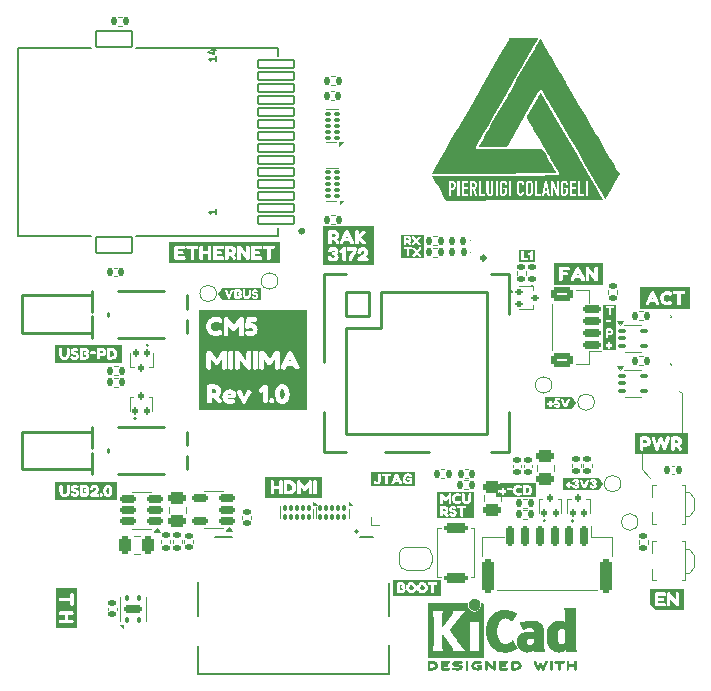
<source format=gbr>
%TF.GenerationSoftware,KiCad,Pcbnew,8.0.7*%
%TF.CreationDate,2024-12-17T16:27:47+01:00*%
%TF.ProjectId,CM5_MINIMA,434d355f-4d49-44e4-994d-412e6b696361,rev?*%
%TF.SameCoordinates,Original*%
%TF.FileFunction,Legend,Top*%
%TF.FilePolarity,Positive*%
%FSLAX46Y46*%
G04 Gerber Fmt 4.6, Leading zero omitted, Abs format (unit mm)*
G04 Created by KiCad (PCBNEW 8.0.7) date 2024-12-17 16:27:47*
%MOMM*%
%LPD*%
G01*
G04 APERTURE LIST*
G04 Aperture macros list*
%AMRoundRect*
0 Rectangle with rounded corners*
0 $1 Rounding radius*
0 $2 $3 $4 $5 $6 $7 $8 $9 X,Y pos of 4 corners*
0 Add a 4 corners polygon primitive as box body*
4,1,4,$2,$3,$4,$5,$6,$7,$8,$9,$2,$3,0*
0 Add four circle primitives for the rounded corners*
1,1,$1+$1,$2,$3*
1,1,$1+$1,$4,$5*
1,1,$1+$1,$6,$7*
1,1,$1+$1,$8,$9*
0 Add four rect primitives between the rounded corners*
20,1,$1+$1,$2,$3,$4,$5,0*
20,1,$1+$1,$4,$5,$6,$7,0*
20,1,$1+$1,$6,$7,$8,$9,0*
20,1,$1+$1,$8,$9,$2,$3,0*%
%AMFreePoly0*
4,1,19,0.500000,-0.750000,0.000000,-0.750000,0.000000,-0.744911,-0.071157,-0.744911,-0.207708,-0.704816,-0.327430,-0.627875,-0.420627,-0.520320,-0.479746,-0.390866,-0.500000,-0.250000,-0.500000,0.250000,-0.479746,0.390866,-0.420627,0.520320,-0.327430,0.627875,-0.207708,0.704816,-0.071157,0.744911,0.000000,0.744911,0.000000,0.750000,0.500000,0.750000,0.500000,-0.750000,0.500000,-0.750000,
$1*%
%AMFreePoly1*
4,1,19,0.000000,0.744911,0.071157,0.744911,0.207708,0.704816,0.327430,0.627875,0.420627,0.520320,0.479746,0.390866,0.500000,0.250000,0.500000,-0.250000,0.479746,-0.390866,0.420627,-0.520320,0.327430,-0.627875,0.207708,-0.704816,0.071157,-0.744911,0.000000,-0.744911,0.000000,-0.750000,-0.500000,-0.750000,-0.500000,0.750000,0.000000,0.750000,0.000000,0.744911,0.000000,0.744911,
$1*%
G04 Aperture macros list end*
%ADD10C,0.000000*%
%ADD11C,0.100000*%
%ADD12C,0.150000*%
%ADD13C,0.010000*%
%ADD14C,0.200000*%
%ADD15C,0.400000*%
%ADD16C,0.120000*%
%ADD17C,0.250000*%
%ADD18C,0.300000*%
%ADD19C,0.127000*%
%ADD20C,1.400000*%
%ADD21RoundRect,0.102000X1.500000X-0.355000X1.500000X0.355000X-1.500000X0.355000X-1.500000X-0.355000X0*%
%ADD22RoundRect,0.102000X1.500000X-0.700000X1.500000X0.700000X-1.500000X0.700000X-1.500000X-0.700000X0*%
%ADD23RoundRect,0.150000X0.512500X0.150000X-0.512500X0.150000X-0.512500X-0.150000X0.512500X-0.150000X0*%
%ADD24RoundRect,0.135000X0.185000X-0.135000X0.185000X0.135000X-0.185000X0.135000X-0.185000X-0.135000X0*%
%ADD25RoundRect,0.140000X-0.170000X0.140000X-0.170000X-0.140000X0.170000X-0.140000X0.170000X0.140000X0*%
%ADD26RoundRect,0.150000X0.150000X0.700000X-0.150000X0.700000X-0.150000X-0.700000X0.150000X-0.700000X0*%
%ADD27RoundRect,0.250000X0.250000X1.150000X-0.250000X1.150000X-0.250000X-1.150000X0.250000X-1.150000X0*%
%ADD28C,1.000000*%
%ADD29R,0.800000X1.800000*%
%ADD30R,1.800000X0.800000*%
%ADD31RoundRect,0.075000X0.075000X0.200000X-0.075000X0.200000X-0.075000X-0.200000X0.075000X-0.200000X0*%
%ADD32C,0.800000*%
%ADD33R,1.700000X0.900000*%
%ADD34R,1.100000X0.800000*%
%ADD35RoundRect,0.250000X-0.475000X0.250000X-0.475000X-0.250000X0.475000X-0.250000X0.475000X0.250000X0*%
%ADD36RoundRect,0.135000X0.135000X0.185000X-0.135000X0.185000X-0.135000X-0.185000X0.135000X-0.185000X0*%
%ADD37RoundRect,0.147500X0.172500X-0.147500X0.172500X0.147500X-0.172500X0.147500X-0.172500X-0.147500X0*%
%ADD38RoundRect,0.147500X0.147500X0.172500X-0.147500X0.172500X-0.147500X-0.172500X0.147500X-0.172500X0*%
%ADD39RoundRect,0.200000X0.800000X-0.200000X0.800000X0.200000X-0.800000X0.200000X-0.800000X-0.200000X0*%
%ADD40RoundRect,0.140000X0.170000X-0.140000X0.170000X0.140000X-0.170000X0.140000X-0.170000X-0.140000X0*%
%ADD41RoundRect,0.075000X0.200000X-0.075000X0.200000X0.075000X-0.200000X0.075000X-0.200000X-0.075000X0*%
%ADD42RoundRect,0.135000X-0.185000X0.135000X-0.185000X-0.135000X0.185000X-0.135000X0.185000X0.135000X0*%
%ADD43RoundRect,0.125000X0.125000X-0.175000X0.125000X0.175000X-0.125000X0.175000X-0.125000X-0.175000X0*%
%ADD44RoundRect,0.135000X-0.135000X-0.185000X0.135000X-0.185000X0.135000X0.185000X-0.135000X0.185000X0*%
%ADD45RoundRect,0.125000X-0.175000X-0.125000X0.175000X-0.125000X0.175000X0.125000X-0.175000X0.125000X0*%
%ADD46RoundRect,0.250000X0.475000X-0.250000X0.475000X0.250000X-0.475000X0.250000X-0.475000X-0.250000X0*%
%ADD47C,2.600000*%
%ADD48C,3.800000*%
%ADD49C,0.990600*%
%ADD50C,0.787400*%
%ADD51RoundRect,0.150000X0.625000X-0.150000X0.625000X0.150000X-0.625000X0.150000X-0.625000X-0.150000X0*%
%ADD52RoundRect,0.250000X0.650000X-0.350000X0.650000X0.350000X-0.650000X0.350000X-0.650000X-0.350000X0*%
%ADD53RoundRect,0.250000X-0.250000X-0.475000X0.250000X-0.475000X0.250000X0.475000X-0.250000X0.475000X0*%
%ADD54RoundRect,0.100000X-0.225000X-0.100000X0.225000X-0.100000X0.225000X0.100000X-0.225000X0.100000X0*%
%ADD55RoundRect,0.140000X-0.140000X-0.170000X0.140000X-0.170000X0.140000X0.170000X-0.140000X0.170000X0*%
%ADD56FreePoly0,0.000000*%
%ADD57FreePoly1,0.000000*%
%ADD58RoundRect,0.087500X0.087500X-0.187500X0.087500X0.187500X-0.087500X0.187500X-0.087500X-0.187500X0*%
%ADD59RoundRect,0.175000X0.625000X-0.175000X0.625000X0.175000X-0.625000X0.175000X-0.625000X-0.175000X0*%
%ADD60O,1.800000X0.860000*%
%ADD61R,0.400000X1.100000*%
%ADD62R,0.300000X2.600000*%
%ADD63O,1.500000X3.300000*%
%ADD64O,1.500000X2.300000*%
%ADD65RoundRect,0.125000X-0.125000X0.175000X-0.125000X-0.175000X0.125000X-0.175000X0.125000X0.175000X0*%
%ADD66RoundRect,0.140000X0.140000X0.170000X-0.140000X0.170000X-0.140000X-0.170000X0.140000X-0.170000X0*%
%ADD67R,0.600000X0.600000*%
%ADD68R,0.500000X0.400000*%
%ADD69C,6.100000*%
G04 APERTURE END LIST*
D10*
G36*
X41697754Y53697439D02*
G01*
X41701181Y53695746D01*
X41705288Y53692742D01*
X41710019Y53688500D01*
X41715320Y53683095D01*
X41721137Y53676599D01*
X41727416Y53669086D01*
X41741140Y53651301D01*
X41756057Y53630329D01*
X41771731Y53606755D01*
X41787728Y53581167D01*
X41803612Y53554152D01*
X41872704Y53433485D01*
X41932050Y53330841D01*
X42443190Y52450860D01*
X42642587Y52104805D01*
X42753799Y51909163D01*
X42772539Y51875485D01*
X42790915Y51842888D01*
X42808459Y51812171D01*
X42824706Y51784130D01*
X42839188Y51759561D01*
X42851440Y51739262D01*
X42860995Y51724031D01*
X42867387Y51714663D01*
X42873142Y51706517D01*
X42880870Y51694783D01*
X42900898Y51662764D01*
X42924772Y51623027D01*
X42949790Y51579991D01*
X43288628Y50996404D01*
X43512329Y50609842D01*
X43601161Y50454612D01*
X43658479Y50352902D01*
X43677227Y50319214D01*
X43695643Y50286590D01*
X43713256Y50255833D01*
X43729597Y50227742D01*
X43744198Y50203118D01*
X43756588Y50182761D01*
X43766298Y50167473D01*
X43772858Y50158054D01*
X43808316Y50100914D01*
X43887554Y49967620D01*
X44130404Y49552063D01*
X44800000Y48400000D01*
X45063696Y47944748D01*
X45164709Y47768627D01*
X45226512Y47659246D01*
X45263627Y47592958D01*
X45297418Y47534170D01*
X45311900Y47509585D01*
X45324152Y47489273D01*
X45333708Y47474032D01*
X45340100Y47464660D01*
X45345854Y47456514D01*
X45353582Y47444781D01*
X45373611Y47412761D01*
X45397484Y47373023D01*
X45422504Y47329985D01*
X45608439Y47007206D01*
X45813466Y46654838D01*
X45982613Y46366940D01*
X46060909Y46237571D01*
X46067430Y46228205D01*
X46077103Y46212975D01*
X46104034Y46168108D01*
X46137953Y46109349D01*
X46175115Y46043074D01*
X46337930Y45757572D01*
X46601625Y45302322D01*
X47271306Y44150257D01*
X47402867Y43924261D01*
X47514113Y43734656D01*
X47593321Y43601333D01*
X47617247Y43561992D01*
X47628768Y43544181D01*
X47635311Y43534765D01*
X47644975Y43519487D01*
X47671799Y43474537D01*
X47705505Y43415719D01*
X47742357Y43349418D01*
X47799257Y43247954D01*
X47887556Y43093390D01*
X48110097Y42708992D01*
X48387704Y42233109D01*
X48285796Y42064789D01*
X48240310Y41988782D01*
X48191801Y41906241D01*
X48146080Y41827115D01*
X48108956Y41761352D01*
X47703031Y41048075D01*
X47292916Y40336611D01*
X47283843Y40321489D01*
X47274728Y40306699D01*
X47265630Y40292323D01*
X47256609Y40278440D01*
X47247725Y40265131D01*
X47239038Y40252478D01*
X47230607Y40240560D01*
X47222493Y40229458D01*
X47214756Y40219253D01*
X47207455Y40210026D01*
X47200650Y40201857D01*
X47194402Y40194827D01*
X47188769Y40189016D01*
X47183812Y40184505D01*
X47181606Y40182762D01*
X47179591Y40181374D01*
X47177775Y40180352D01*
X47176166Y40179705D01*
X47174328Y40179848D01*
X47171838Y40181168D01*
X47164974Y40187227D01*
X47155721Y40197652D01*
X47144229Y40212214D01*
X47115122Y40252836D01*
X47078843Y40307261D01*
X47036583Y40373655D01*
X46989532Y40450186D01*
X46938881Y40535024D01*
X46885820Y40626334D01*
X46588514Y41141434D01*
X46240476Y41740270D01*
X45404935Y43176879D01*
X44907491Y44033990D01*
X44569129Y44613490D01*
X44283277Y45103153D01*
X44116352Y45391665D01*
X43999335Y45593633D01*
X43664009Y46169837D01*
X43215273Y46940461D01*
X42819598Y47621382D01*
X42469472Y48223900D01*
X42303743Y48507441D01*
X42181908Y48718427D01*
X41990294Y49053075D01*
X41964090Y49098605D01*
X41938519Y49142292D01*
X41913682Y49183986D01*
X41889682Y49223535D01*
X41866621Y49260789D01*
X41844600Y49295598D01*
X41823723Y49327809D01*
X41804090Y49357273D01*
X41785803Y49383839D01*
X41768966Y49407356D01*
X41753679Y49427673D01*
X41740045Y49444640D01*
X41728167Y49458105D01*
X41718145Y49467919D01*
X41713862Y49471409D01*
X41710081Y49473929D01*
X41706816Y49475461D01*
X41704079Y49475986D01*
X41701731Y49475907D01*
X41699327Y49475655D01*
X41696874Y49475235D01*
X41694375Y49474651D01*
X41691836Y49473907D01*
X41689262Y49473007D01*
X41684029Y49470759D01*
X41678715Y49467939D01*
X41673359Y49464582D01*
X41668003Y49460723D01*
X41662686Y49456394D01*
X41657447Y49451630D01*
X41652327Y49446465D01*
X41647366Y49440932D01*
X41642603Y49435067D01*
X41638078Y49428903D01*
X41633831Y49422473D01*
X41629903Y49415813D01*
X41626332Y49408955D01*
X41568115Y49301952D01*
X41419751Y49039966D01*
X40753366Y47877028D01*
X40301818Y47088396D01*
X39518635Y45721452D01*
X38997862Y44812646D01*
X38864946Y44579846D01*
X37668780Y44575978D01*
X37382691Y44575517D01*
X37137015Y44576144D01*
X36931054Y44577876D01*
X36764106Y44580727D01*
X36635471Y44584714D01*
X36585302Y44587139D01*
X36544448Y44589854D01*
X36512823Y44592860D01*
X36490338Y44596161D01*
X36476906Y44599757D01*
X36473557Y44601666D01*
X36472439Y44603651D01*
X36481268Y44629797D01*
X36507682Y44684622D01*
X36612374Y44878708D01*
X36784739Y45182694D01*
X37022995Y45593369D01*
X37101746Y45728898D01*
X37179855Y45864713D01*
X37248298Y45985035D01*
X37298053Y46074082D01*
X37534996Y46492498D01*
X37873734Y47080492D01*
X38655687Y48447439D01*
X38668036Y48469174D01*
X38680434Y48490637D01*
X38692549Y48511272D01*
X38704047Y48530526D01*
X38714596Y48547844D01*
X38723861Y48562671D01*
X38731511Y48574454D01*
X38737211Y48582638D01*
X38743539Y48592045D01*
X38752985Y48607334D01*
X38779395Y48652363D01*
X38812758Y48711330D01*
X38849395Y48777841D01*
X38901349Y48871634D01*
X38976422Y49004866D01*
X39155728Y49318645D01*
X39335076Y49632382D01*
X39410180Y49765585D01*
X39462149Y49859363D01*
X39498785Y49925888D01*
X39532149Y49984885D01*
X39546454Y50009556D01*
X39558559Y50029943D01*
X39568006Y50045241D01*
X39574334Y50054652D01*
X39580035Y50062836D01*
X39587686Y50074619D01*
X39607506Y50106766D01*
X39631121Y50146656D01*
X39655859Y50189854D01*
X39991270Y50775725D01*
X40668170Y51955271D01*
X40997326Y52533162D01*
X41036350Y52602249D01*
X41087073Y52690425D01*
X41142932Y52786348D01*
X41197361Y52878676D01*
X41259493Y52984730D01*
X41336331Y53118021D01*
X41418114Y53261505D01*
X41495084Y53398134D01*
X41512849Y53429574D01*
X41530419Y53460032D01*
X41547691Y53489355D01*
X41564560Y53517389D01*
X41580923Y53543981D01*
X41596676Y53568977D01*
X41611714Y53592225D01*
X41625933Y53613570D01*
X41639231Y53632859D01*
X41651502Y53649940D01*
X41662643Y53664657D01*
X41672549Y53676859D01*
X41681118Y53686392D01*
X41684868Y53690109D01*
X41688244Y53693102D01*
X41691234Y53695350D01*
X41693824Y53696835D01*
X41696002Y53697538D01*
X41697754Y53697439D01*
G37*
G36*
X42246201Y40861420D02*
G01*
X42062683Y40861420D01*
X42152642Y41325530D01*
X42156242Y41325532D01*
X42246201Y40861420D01*
G37*
G36*
X40746520Y41521574D02*
G01*
X40752648Y41521193D01*
X40758664Y41520559D01*
X40764567Y41519671D01*
X40770358Y41518530D01*
X40776036Y41517136D01*
X40781601Y41515489D01*
X40787055Y41513588D01*
X40792396Y41511435D01*
X40797624Y41509028D01*
X40802740Y41506369D01*
X40807743Y41503457D01*
X40812635Y41500292D01*
X40817413Y41496875D01*
X40822080Y41493205D01*
X40826634Y41489283D01*
X40831209Y41485320D01*
X40835488Y41481075D01*
X40839473Y41476548D01*
X40843162Y41471741D01*
X40846556Y41466652D01*
X40849655Y41461282D01*
X40852459Y41455630D01*
X40854967Y41449698D01*
X40857181Y41443484D01*
X40859099Y41436989D01*
X40860722Y41430213D01*
X40862049Y41423157D01*
X40863082Y41415819D01*
X40863819Y41408200D01*
X40864261Y41400301D01*
X40864409Y41392120D01*
X40864410Y40715676D01*
X40864262Y40707489D01*
X40863820Y40699567D01*
X40863082Y40691911D01*
X40862050Y40684521D01*
X40860722Y40677398D01*
X40859099Y40670541D01*
X40857181Y40663951D01*
X40854968Y40657628D01*
X40852459Y40651572D01*
X40849656Y40645783D01*
X40846557Y40640262D01*
X40843163Y40635007D01*
X40839473Y40630021D01*
X40835489Y40625302D01*
X40831209Y40620852D01*
X40826634Y40616669D01*
X40822079Y40612966D01*
X40817413Y40609502D01*
X40812634Y40606277D01*
X40807743Y40603291D01*
X40802739Y40600544D01*
X40797623Y40598037D01*
X40792394Y40595768D01*
X40787054Y40593738D01*
X40781600Y40591948D01*
X40776034Y40590396D01*
X40770356Y40589083D01*
X40764566Y40588009D01*
X40758662Y40587174D01*
X40752647Y40586578D01*
X40746519Y40586220D01*
X40740278Y40586101D01*
X40734030Y40586220D01*
X40727879Y40586578D01*
X40721826Y40587174D01*
X40715870Y40588009D01*
X40710013Y40589083D01*
X40704253Y40590396D01*
X40698592Y40591948D01*
X40693029Y40593739D01*
X40687564Y40595768D01*
X40682198Y40598037D01*
X40676930Y40600545D01*
X40671761Y40603292D01*
X40666691Y40606278D01*
X40661720Y40609503D01*
X40656848Y40612968D01*
X40652076Y40616672D01*
X40647719Y40620854D01*
X40643645Y40625304D01*
X40639852Y40630022D01*
X40636342Y40635009D01*
X40633113Y40640262D01*
X40630166Y40645784D01*
X40627500Y40651572D01*
X40625116Y40657628D01*
X40623012Y40663951D01*
X40621190Y40670541D01*
X40619648Y40677398D01*
X40618387Y40684521D01*
X40617406Y40691911D01*
X40616706Y40699567D01*
X40616285Y40707489D01*
X40616145Y40715676D01*
X40616145Y41392123D01*
X40616285Y41400303D01*
X40616705Y41408203D01*
X40617405Y41415821D01*
X40618386Y41423159D01*
X40619647Y41430215D01*
X40621189Y41436990D01*
X40623011Y41443485D01*
X40625115Y41449698D01*
X40627499Y41455630D01*
X40630165Y41461281D01*
X40633113Y41466651D01*
X40636342Y41471740D01*
X40639853Y41476548D01*
X40643645Y41481074D01*
X40647720Y41485319D01*
X40652077Y41489283D01*
X40656850Y41493205D01*
X40661722Y41496875D01*
X40666692Y41500292D01*
X40671762Y41503457D01*
X40676931Y41506369D01*
X40682198Y41509028D01*
X40687564Y41511435D01*
X40693029Y41513588D01*
X40698592Y41515489D01*
X40704253Y41517136D01*
X40710013Y41518530D01*
X40715871Y41519671D01*
X40721826Y41520559D01*
X40727880Y41521193D01*
X40734031Y41521574D01*
X40740279Y41521701D01*
X40746520Y41521574D01*
G37*
D11*
X53650000Y20350000D02*
X53650000Y23700000D01*
D10*
G36*
X35968001Y41521506D02*
G01*
X35979203Y41520914D01*
X35989925Y41519927D01*
X36000169Y41518547D01*
X36009934Y41516772D01*
X36019221Y41514603D01*
X36028030Y41512040D01*
X36032255Y41510611D01*
X36036360Y41509083D01*
X36040346Y41507457D01*
X36044213Y41505733D01*
X36047960Y41503910D01*
X36051588Y41501989D01*
X36055096Y41499970D01*
X36058485Y41497853D01*
X36061755Y41495637D01*
X36064905Y41493322D01*
X36067936Y41490910D01*
X36070848Y41488399D01*
X36073640Y41485790D01*
X36076313Y41483083D01*
X36078867Y41480278D01*
X36081301Y41477375D01*
X36083616Y41474373D01*
X36085812Y41471273D01*
X36087795Y41467858D01*
X36089693Y41464359D01*
X36091507Y41460777D01*
X36093238Y41457110D01*
X36094884Y41453359D01*
X36096446Y41449524D01*
X36097923Y41445604D01*
X36099317Y41441601D01*
X36100626Y41437512D01*
X36101851Y41433340D01*
X36102991Y41429083D01*
X36104047Y41424741D01*
X36105018Y41420315D01*
X36105904Y41415804D01*
X36106706Y41411208D01*
X36107423Y41406527D01*
X36108690Y41397334D01*
X36109792Y41387744D01*
X36110728Y41377758D01*
X36111496Y41367378D01*
X36112096Y41356604D01*
X36112525Y41345437D01*
X36112784Y41333879D01*
X36112870Y41321929D01*
X36112784Y41309954D01*
X36112525Y41298316D01*
X36112096Y41287016D01*
X36111496Y41276053D01*
X36110728Y41265427D01*
X36109793Y41255139D01*
X36108691Y41245188D01*
X36107424Y41235575D01*
X36106714Y41231119D01*
X36105935Y41226748D01*
X36105086Y41222462D01*
X36104167Y41218261D01*
X36103177Y41214144D01*
X36102118Y41210112D01*
X36100989Y41206165D01*
X36099789Y41202302D01*
X36098520Y41198523D01*
X36097179Y41194829D01*
X36095769Y41191218D01*
X36094288Y41187692D01*
X36092736Y41184250D01*
X36091114Y41180892D01*
X36089420Y41177618D01*
X36087657Y41174427D01*
X36085584Y41171322D01*
X36083412Y41168302D01*
X36081142Y41165367D01*
X36078774Y41162518D01*
X36076307Y41159753D01*
X36073742Y41157073D01*
X36071079Y41154477D01*
X36068317Y41151966D01*
X36065456Y41149539D01*
X36062497Y41147196D01*
X36059440Y41144938D01*
X36056285Y41142763D01*
X36053031Y41140672D01*
X36049678Y41138664D01*
X36046227Y41136740D01*
X36042678Y41134900D01*
X36039002Y41133373D01*
X36035171Y41131945D01*
X36031185Y41130613D01*
X36027043Y41129379D01*
X36022747Y41128244D01*
X36018295Y41127206D01*
X36013689Y41126266D01*
X36008928Y41125424D01*
X36004012Y41124681D01*
X35998942Y41124036D01*
X35988339Y41123043D01*
X35977119Y41122446D01*
X35965282Y41122246D01*
X35860917Y41122249D01*
X35860916Y41521698D01*
X35956321Y41521703D01*
X35968001Y41521506D01*
G37*
G36*
X40948040Y53820933D02*
G01*
X41060742Y53820303D01*
X41157655Y53819285D01*
X41239876Y53817842D01*
X41308497Y53815934D01*
X41364615Y53813525D01*
X41388327Y53812120D01*
X41409324Y53810575D01*
X41427742Y53808886D01*
X41443719Y53807047D01*
X41457391Y53805055D01*
X41468895Y53802903D01*
X41478368Y53800588D01*
X41485946Y53798105D01*
X41491767Y53795448D01*
X41495968Y53792614D01*
X41497503Y53791129D01*
X41498685Y53789597D01*
X41499529Y53788018D01*
X41500055Y53786392D01*
X41500215Y53782996D01*
X41499302Y53779402D01*
X41492412Y53764399D01*
X41479296Y53738839D01*
X41437446Y53661599D01*
X41379876Y53558769D01*
X41312709Y53441441D01*
X40310691Y51691296D01*
X40298334Y51669561D01*
X40285923Y51648099D01*
X40273794Y51627463D01*
X40262281Y51608209D01*
X40251719Y51590890D01*
X40242441Y51576062D01*
X40234783Y51564278D01*
X40229080Y51556092D01*
X40222751Y51546682D01*
X40213301Y51531384D01*
X40186874Y51486327D01*
X40153482Y51427331D01*
X40116805Y51360806D01*
X39957127Y51076456D01*
X39699518Y50624799D01*
X38405139Y48364159D01*
X37753118Y47230013D01*
X37305961Y46448940D01*
X36855203Y45660312D01*
X36743369Y45465020D01*
X36428252Y44916749D01*
X36327089Y44739409D01*
X36243443Y44589680D01*
X36210905Y44530097D01*
X36186006Y44483329D01*
X36169833Y44451347D01*
X36165358Y44441517D01*
X36163473Y44436123D01*
X36207744Y44429072D01*
X36342596Y44422734D01*
X36880593Y44412247D01*
X39005593Y44400367D01*
X41852984Y44394658D01*
X42121804Y43930810D01*
X42447290Y43369623D01*
X42503751Y43272162D01*
X42559914Y43174420D01*
X42831371Y42709078D01*
X42915013Y42565347D01*
X42983499Y42445595D01*
X43009854Y42398621D01*
X43029773Y42362334D01*
X43042375Y42338297D01*
X43045656Y42331361D01*
X43046777Y42328075D01*
X41500946Y42313452D01*
X37784303Y42297325D01*
X34067663Y42291822D01*
X32937060Y42295299D01*
X32521829Y42302685D01*
X32541120Y42343040D01*
X32594077Y42441841D01*
X32771592Y42762274D01*
X32995576Y43158960D01*
X33207234Y43526876D01*
X33595003Y44202791D01*
X33982597Y44878796D01*
X34404328Y45614452D01*
X34779835Y46275698D01*
X34815212Y46338858D01*
X34856567Y46410896D01*
X34898759Y46482935D01*
X34936647Y46546101D01*
X35098134Y46822524D01*
X35370539Y47297218D01*
X36048476Y48483895D01*
X36543246Y49347547D01*
X36986275Y50121154D01*
X38100914Y52066414D01*
X38213011Y52261708D01*
X38998565Y53636117D01*
X39011078Y53658007D01*
X39023945Y53679914D01*
X39036801Y53701250D01*
X39049279Y53721431D01*
X39061013Y53739870D01*
X39071636Y53755981D01*
X39080782Y53769178D01*
X39088084Y53778875D01*
X39095599Y53784076D01*
X39109759Y53788840D01*
X39160237Y53797136D01*
X39243974Y53803914D01*
X39365425Y53809327D01*
X39739285Y53816658D01*
X40317456Y53820340D01*
X40670893Y53821183D01*
X40818456Y53821214D01*
X40948040Y53820933D01*
G37*
D11*
X50250215Y18546710D02*
X50250000Y17250000D01*
D10*
G36*
X34197976Y41521636D02*
G01*
X34204428Y41521444D01*
X34210683Y41521125D01*
X34216741Y41520678D01*
X34222602Y41520104D01*
X34228266Y41519403D01*
X34233733Y41518576D01*
X34239003Y41517621D01*
X34244077Y41516541D01*
X34248954Y41515334D01*
X34253634Y41514001D01*
X34258117Y41512542D01*
X34262404Y41510957D01*
X34266494Y41509246D01*
X34270387Y41507410D01*
X34274084Y41505449D01*
X34277626Y41503369D01*
X34281057Y41501178D01*
X34284376Y41498874D01*
X34287584Y41496459D01*
X34290679Y41493932D01*
X34293663Y41491293D01*
X34296534Y41488542D01*
X34299293Y41485678D01*
X34301939Y41482702D01*
X34304473Y41479613D01*
X34306894Y41476412D01*
X34309203Y41473098D01*
X34311398Y41469671D01*
X34313481Y41466131D01*
X34315450Y41462477D01*
X34317306Y41458711D01*
X34319056Y41454845D01*
X34320706Y41450896D01*
X34322258Y41446863D01*
X34323711Y41442746D01*
X34325065Y41438544D01*
X34326321Y41434259D01*
X34327478Y41429889D01*
X34328536Y41425435D01*
X34329496Y41420897D01*
X34330358Y41416274D01*
X34331122Y41411567D01*
X34331788Y41406775D01*
X34332355Y41401899D01*
X34332825Y41396937D01*
X34333471Y41386761D01*
X34334251Y41366627D01*
X34334798Y41345811D01*
X34335121Y41324320D01*
X34335227Y41302163D01*
X34335170Y41290161D01*
X34335001Y41278443D01*
X34334719Y41267009D01*
X34334325Y41255857D01*
X34333818Y41244986D01*
X34333199Y41234395D01*
X34332468Y41224083D01*
X34331625Y41214048D01*
X34331351Y41209149D01*
X34330980Y41204349D01*
X34330510Y41199646D01*
X34329942Y41195042D01*
X34329277Y41190536D01*
X34328513Y41186127D01*
X34327651Y41181818D01*
X34326691Y41177606D01*
X34325632Y41173493D01*
X34324475Y41169479D01*
X34323220Y41165562D01*
X34321865Y41161745D01*
X34320413Y41158026D01*
X34318861Y41154406D01*
X34317210Y41150885D01*
X34315461Y41147462D01*
X34313598Y41143913D01*
X34311609Y41140462D01*
X34309493Y41137109D01*
X34307251Y41133855D01*
X34304883Y41130699D01*
X34302388Y41127642D01*
X34299767Y41124683D01*
X34297019Y41121822D01*
X34294144Y41119060D01*
X34291144Y41116396D01*
X34288016Y41113831D01*
X34284762Y41111364D01*
X34281382Y41108995D01*
X34277875Y41106725D01*
X34274242Y41104553D01*
X34270482Y41102480D01*
X34266560Y41100520D01*
X34262442Y41098686D01*
X34258127Y41096980D01*
X34253615Y41095401D01*
X34248906Y41093948D01*
X34244001Y41092622D01*
X34238899Y41091423D01*
X34233600Y41090350D01*
X34228104Y41089404D01*
X34222412Y41088584D01*
X34216523Y41087891D01*
X34210437Y41087323D01*
X34204154Y41086882D01*
X34197674Y41086567D01*
X34184124Y41086314D01*
X34095923Y41086317D01*
X34095923Y41521701D01*
X34191328Y41521701D01*
X34197976Y41521636D01*
G37*
D11*
X50250000Y17250000D02*
X50990000Y16500000D01*
D10*
G36*
X41709760Y49129733D02*
G01*
X41716727Y49122909D01*
X41737618Y49096669D01*
X41766793Y49055171D01*
X41803063Y49000256D01*
X41845238Y48933763D01*
X41892129Y48857534D01*
X41942547Y48773408D01*
X41995303Y48683225D01*
X42194229Y48339757D01*
X42308048Y48144442D01*
X42752480Y47381292D01*
X43596366Y45929659D01*
X44510183Y44358376D01*
X45298197Y43004080D01*
X45960586Y41866774D01*
X46352658Y41193407D01*
X46465896Y40998816D01*
X46752377Y40506157D01*
X46798564Y40426096D01*
X46841654Y40350180D01*
X46880705Y40280157D01*
X46914772Y40217777D01*
X46942915Y40164786D01*
X46964190Y40122935D01*
X46971958Y40106733D01*
X46977655Y40093972D01*
X46981163Y40084869D01*
X46982366Y40079645D01*
X46588105Y40064424D01*
X45377658Y40050750D01*
X40342845Y40026758D01*
X33703322Y40005057D01*
X33467181Y40413385D01*
X35677398Y40413385D01*
X35860917Y40413388D01*
X35860916Y40960339D01*
X35970730Y40960339D01*
X36141597Y40413385D01*
X36335921Y40413388D01*
X36137994Y40998113D01*
X36148804Y41004305D01*
X36159192Y41010736D01*
X36169160Y41017405D01*
X36178706Y41024313D01*
X36187831Y41031460D01*
X36196534Y41038847D01*
X36204816Y41046472D01*
X36212676Y41054335D01*
X36220115Y41062438D01*
X36227131Y41070780D01*
X36233726Y41079361D01*
X36239899Y41088180D01*
X36245650Y41097239D01*
X36250979Y41106537D01*
X36255886Y41116073D01*
X36260370Y41125849D01*
X36264727Y41135878D01*
X36268801Y41146176D01*
X36272594Y41156741D01*
X36276105Y41167574D01*
X36279333Y41178676D01*
X36282281Y41190045D01*
X36284947Y41201681D01*
X36287331Y41213585D01*
X36289435Y41225755D01*
X36291257Y41238193D01*
X36292799Y41250898D01*
X36294060Y41263869D01*
X36295040Y41277107D01*
X36295741Y41290611D01*
X36296161Y41304381D01*
X36296301Y41318417D01*
X36295984Y41341551D01*
X36295036Y41363951D01*
X36293455Y41385616D01*
X36291242Y41406547D01*
X36288396Y41426743D01*
X36284918Y41446204D01*
X36280808Y41464931D01*
X36276065Y41482923D01*
X36270690Y41500181D01*
X36264683Y41516704D01*
X36258043Y41532493D01*
X36250770Y41547548D01*
X36242865Y41561868D01*
X36234328Y41575453D01*
X36225158Y41588304D01*
X36215355Y41600421D01*
X36204921Y41611803D01*
X36193853Y41622451D01*
X36182153Y41632364D01*
X36169821Y41641543D01*
X36156855Y41649988D01*
X36143258Y41657698D01*
X36129027Y41664674D01*
X36114164Y41670916D01*
X36098669Y41676423D01*
X36082541Y41681196D01*
X36065780Y41685235D01*
X36048386Y41688539D01*
X36030360Y41691109D01*
X36011702Y41692945D01*
X35992410Y41694046D01*
X35972626Y41694411D01*
X36443888Y41694411D01*
X36443890Y40413388D01*
X36990843Y40413388D01*
X36990843Y40596905D01*
X36627407Y40596903D01*
X36627407Y40701269D01*
X36627407Y41694414D01*
X37109528Y41694414D01*
X37109528Y40701269D01*
X37109620Y40693434D01*
X37109896Y40685669D01*
X37110356Y40677974D01*
X37111000Y40670350D01*
X37111827Y40662796D01*
X37112838Y40655313D01*
X37114031Y40647900D01*
X37115408Y40640557D01*
X37116967Y40633285D01*
X37118709Y40626082D01*
X37120634Y40618951D01*
X37122740Y40611889D01*
X37125028Y40604897D01*
X37127498Y40597976D01*
X37130150Y40591124D01*
X37132983Y40584343D01*
X37135977Y40577862D01*
X37139111Y40571467D01*
X37142385Y40565155D01*
X37145799Y40558928D01*
X37149353Y40552785D01*
X37153048Y40546727D01*
X37156883Y40540753D01*
X37160859Y40534863D01*
X37164975Y40529058D01*
X37169231Y40523337D01*
X37173629Y40517700D01*
X37178167Y40512148D01*
X37182846Y40506680D01*
X37187666Y40501296D01*
X37192627Y40495997D01*
X37197729Y40490782D01*
X37202944Y40485679D01*
X37208243Y40480715D01*
X37213627Y40475890D01*
X37219095Y40471205D01*
X37224647Y40466660D01*
X37230284Y40462255D01*
X37236005Y40457991D01*
X37241810Y40453866D01*
X37247700Y40449883D01*
X37253674Y40446040D01*
X37259733Y40442338D01*
X37265875Y40438777D01*
X37272102Y40435357D01*
X37278414Y40432079D01*
X37284809Y40428943D01*
X37291289Y40425948D01*
X37298065Y40423116D01*
X37304897Y40420467D01*
X37311785Y40418002D01*
X37318731Y40415719D01*
X37325733Y40413619D01*
X37332791Y40411703D01*
X37339905Y40409969D01*
X37347076Y40408418D01*
X37354303Y40407050D01*
X37361587Y40405864D01*
X37368926Y40404861D01*
X37376321Y40404041D01*
X37383773Y40403403D01*
X37391280Y40402948D01*
X37398843Y40402675D01*
X37406461Y40402584D01*
X37414079Y40402675D01*
X37421639Y40402948D01*
X37429142Y40403403D01*
X37436587Y40404041D01*
X37443976Y40404861D01*
X37451308Y40405864D01*
X37458583Y40407050D01*
X37465802Y40408418D01*
X37472964Y40409969D01*
X37480071Y40411703D01*
X37486280Y40413391D01*
X37487122Y40413619D01*
X37494117Y40415719D01*
X37501056Y40418002D01*
X37507941Y40420467D01*
X37514770Y40423116D01*
X37521544Y40425948D01*
X37528242Y40428942D01*
X37534843Y40432078D01*
X37541346Y40435356D01*
X37547752Y40438776D01*
X37554060Y40442336D01*
X37560270Y40446038D01*
X37566381Y40449881D01*
X37572395Y40453865D01*
X37578310Y40457989D01*
X37584127Y40462254D01*
X37589845Y40466659D01*
X37595464Y40471204D01*
X37600984Y40475889D01*
X37606406Y40480713D01*
X37611727Y40485677D01*
X37616950Y40490780D01*
X37622045Y40495995D01*
X37626986Y40501295D01*
X37631773Y40506679D01*
X37636405Y40512147D01*
X37640883Y40517700D01*
X37645207Y40523337D01*
X37649376Y40529058D01*
X37653391Y40534864D01*
X37657251Y40540754D01*
X37660956Y40546728D01*
X37664507Y40552786D01*
X37667903Y40558929D01*
X37671144Y40565156D01*
X37674230Y40571467D01*
X37677161Y40577863D01*
X37679937Y40584343D01*
X37682769Y40591124D01*
X37685418Y40597976D01*
X37687884Y40604898D01*
X37690167Y40611890D01*
X37692267Y40618952D01*
X37694184Y40626083D01*
X37695918Y40633285D01*
X37697469Y40640558D01*
X37698838Y40647900D01*
X37700023Y40655313D01*
X37701027Y40662796D01*
X37701847Y40670349D01*
X37702485Y40677973D01*
X37702941Y40685667D01*
X37703214Y40693432D01*
X37703305Y40701267D01*
X37703305Y41694411D01*
X37881378Y41694411D01*
X37881378Y40413391D01*
X38064895Y40413388D01*
X38064896Y41392120D01*
X38232249Y41392120D01*
X38232250Y40715676D01*
X38232356Y40705648D01*
X38232671Y40695802D01*
X38233197Y40686138D01*
X38233934Y40676658D01*
X38234882Y40667360D01*
X38236040Y40658244D01*
X38237409Y40649311D01*
X38238988Y40640561D01*
X38240779Y40631994D01*
X38242780Y40623609D01*
X38244992Y40615407D01*
X38247416Y40607387D01*
X38250050Y40599551D01*
X38252896Y40591897D01*
X38255952Y40584425D01*
X38259220Y40577136D01*
X38262664Y40570016D01*
X38266247Y40563050D01*
X38269971Y40556237D01*
X38273836Y40549579D01*
X38277840Y40543074D01*
X38281985Y40536724D01*
X38286271Y40530528D01*
X38290697Y40524487D01*
X38295263Y40518600D01*
X38299970Y40512868D01*
X38304818Y40507291D01*
X38309807Y40501868D01*
X38314936Y40496601D01*
X38320206Y40491489D01*
X38325617Y40486533D01*
X38331168Y40481732D01*
X38336608Y40476863D01*
X38342132Y40472149D01*
X38347741Y40467592D01*
X38353434Y40463191D01*
X38359212Y40458944D01*
X38365074Y40454854D01*
X38371020Y40450918D01*
X38377051Y40447137D01*
X38383166Y40443510D01*
X38389366Y40440039D01*
X38395649Y40436721D01*
X38402017Y40433557D01*
X38408470Y40430547D01*
X38415006Y40427691D01*
X38421627Y40424988D01*
X38428332Y40422438D01*
X38442275Y40417797D01*
X38456221Y40413769D01*
X38463194Y40411986D01*
X38470168Y40410357D01*
X38477141Y40408883D01*
X38484115Y40407563D01*
X38491089Y40406397D01*
X38498062Y40405386D01*
X38505036Y40404530D01*
X38512009Y40403830D01*
X38518982Y40403284D01*
X38525955Y40402894D01*
X38532927Y40402660D01*
X38539899Y40402581D01*
X38546864Y40402659D01*
X38553814Y40402893D01*
X38560749Y40403283D01*
X38567671Y40403828D01*
X38574577Y40404529D01*
X38581470Y40405385D01*
X38588348Y40406396D01*
X38595212Y40407561D01*
X38602062Y40408881D01*
X38608898Y40410356D01*
X38615720Y40411985D01*
X38621069Y40413385D01*
X39014905Y40413385D01*
X39198424Y40413388D01*
X39198423Y40704870D01*
X39700397Y40704870D01*
X39700502Y40693970D01*
X39700818Y40683309D01*
X39701345Y40672886D01*
X39702082Y40662702D01*
X39703030Y40652756D01*
X39704188Y40643050D01*
X39705557Y40633582D01*
X39707137Y40624354D01*
X39708928Y40615364D01*
X39710929Y40606613D01*
X39713141Y40598101D01*
X39715564Y40589828D01*
X39718199Y40581795D01*
X39721044Y40574000D01*
X39724100Y40566445D01*
X39727368Y40559129D01*
X39731022Y40552235D01*
X39734788Y40545497D01*
X39738667Y40538913D01*
X39742658Y40532486D01*
X39746761Y40526213D01*
X39750976Y40520095D01*
X39755304Y40514132D01*
X39759744Y40508324D01*
X39764297Y40502670D01*
X39768962Y40497171D01*
X39773740Y40491826D01*
X39778630Y40486635D01*
X39783633Y40481599D01*
X39788748Y40476716D01*
X39793976Y40471988D01*
X39799317Y40467413D01*
X39804757Y40462999D01*
X39810281Y40458753D01*
X39815890Y40454674D01*
X39821583Y40450763D01*
X39827361Y40447021D01*
X39833223Y40443447D01*
X39839169Y40440041D01*
X39845200Y40436804D01*
X39851315Y40433736D01*
X39857514Y40430836D01*
X39863798Y40428106D01*
X39870166Y40425544D01*
X39876618Y40423152D01*
X39883155Y40420929D01*
X39889776Y40418875D01*
X39896480Y40416991D01*
X39909945Y40413617D01*
X39923351Y40410692D01*
X39936699Y40408216D01*
X39949991Y40406189D01*
X39963226Y40404612D01*
X39976406Y40403485D01*
X39989531Y40402808D01*
X40002602Y40402581D01*
X40010213Y40402673D01*
X40017753Y40402946D01*
X40025223Y40403402D01*
X40032622Y40404040D01*
X40039950Y40404860D01*
X40047209Y40405864D01*
X40054396Y40407049D01*
X40061514Y40408418D01*
X40068561Y40409969D01*
X40075538Y40411703D01*
X40082445Y40413620D01*
X40089281Y40415720D01*
X40096048Y40418003D01*
X40102745Y40420469D01*
X40109371Y40423118D01*
X40115928Y40425951D01*
X40122619Y40429162D01*
X40129198Y40432501D01*
X40135664Y40435967D01*
X40142017Y40439559D01*
X40148258Y40443278D01*
X40154387Y40447124D01*
X40160403Y40451097D01*
X40166307Y40455196D01*
X40172099Y40459422D01*
X40177777Y40463774D01*
X40183344Y40468252D01*
X40188798Y40472857D01*
X40194139Y40477588D01*
X40199368Y40482445D01*
X40204485Y40487429D01*
X40209489Y40492539D01*
X40214367Y40497754D01*
X40219106Y40503053D01*
X40223705Y40508437D01*
X40228165Y40513905D01*
X40232485Y40519457D01*
X40236664Y40525094D01*
X40240704Y40530815D01*
X40244603Y40536620D01*
X40248361Y40542510D01*
X40251979Y40548484D01*
X40255456Y40554542D01*
X40258792Y40560685D01*
X40261987Y40566912D01*
X40265040Y40573223D01*
X40267951Y40579619D01*
X40270721Y40586099D01*
X40273553Y40592867D01*
X40276202Y40599676D01*
X40278667Y40606527D01*
X40280950Y40613420D01*
X40283049Y40620356D01*
X40284966Y40627333D01*
X40286700Y40634352D01*
X40288251Y40641413D01*
X40289619Y40648516D01*
X40290805Y40655662D01*
X40291808Y40662849D01*
X40292629Y40670080D01*
X40293267Y40677352D01*
X40293722Y40684667D01*
X40293996Y40692025D01*
X40294087Y40699425D01*
X40294089Y40778666D01*
X40110569Y40778664D01*
X40110569Y40715676D01*
X40110527Y40711003D01*
X40110400Y40706427D01*
X40110189Y40701950D01*
X40109893Y40697570D01*
X40109513Y40693289D01*
X40109048Y40689106D01*
X40108499Y40685021D01*
X40107865Y40681035D01*
X40107148Y40677147D01*
X40106346Y40673357D01*
X40105459Y40669666D01*
X40104489Y40666074D01*
X40103434Y40662580D01*
X40102295Y40659184D01*
X40101071Y40655887D01*
X40099764Y40652689D01*
X40098394Y40649583D01*
X40096982Y40646559D01*
X40095528Y40643620D01*
X40094032Y40640764D01*
X40092494Y40637992D01*
X40090914Y40635304D01*
X40089292Y40632700D01*
X40087628Y40630181D01*
X40085922Y40627745D01*
X40084174Y40625395D01*
X40082383Y40623128D01*
X40080550Y40620947D01*
X40078675Y40618850D01*
X40076757Y40616839D01*
X40074797Y40614912D01*
X40072794Y40613071D01*
X40070530Y40611301D01*
X40068238Y40609588D01*
X40065917Y40607933D01*
X40063567Y40606335D01*
X40061188Y40604793D01*
X40058782Y40603309D01*
X40056347Y40601881D01*
X40053883Y40600510D01*
X40051392Y40599195D01*
X40048872Y40597936D01*
X40046325Y40596732D01*
X40043750Y40595585D01*
X40041147Y40594492D01*
X40038517Y40593455D01*
X40035859Y40592473D01*
X40033174Y40591546D01*
X40028254Y40590278D01*
X40023392Y40589176D01*
X40018586Y40588240D01*
X40013836Y40587472D01*
X40009143Y40586873D01*
X40004506Y40586444D01*
X39999925Y40586185D01*
X39995400Y40586099D01*
X39987676Y40586246D01*
X39980249Y40586689D01*
X39973118Y40587426D01*
X39966282Y40588459D01*
X39959743Y40589786D01*
X39953498Y40591409D01*
X39950487Y40592331D01*
X39947550Y40593327D01*
X39944686Y40594397D01*
X39941896Y40595540D01*
X39939180Y40596757D01*
X39936538Y40598048D01*
X39933970Y40599413D01*
X39931475Y40600852D01*
X39929054Y40602364D01*
X39926707Y40603950D01*
X39924433Y40605610D01*
X39922233Y40607344D01*
X39920107Y40609152D01*
X39918054Y40611033D01*
X39916075Y40612989D01*
X39914170Y40615018D01*
X39912338Y40617121D01*
X39910580Y40619297D01*
X39908895Y40621548D01*
X39907284Y40623872D01*
X39904452Y40628666D01*
X39901804Y40633601D01*
X39899338Y40638676D01*
X39897055Y40643891D01*
X39894956Y40649247D01*
X39893039Y40654743D01*
X39891305Y40660380D01*
X39889754Y40666157D01*
X39888385Y40672075D01*
X39887199Y40678134D01*
X39886196Y40684332D01*
X39885376Y40690671D01*
X39884737Y40697151D01*
X39884281Y40703771D01*
X39884008Y40710532D01*
X39883916Y40717433D01*
X39883918Y41372354D01*
X39884001Y41380359D01*
X39884252Y41388180D01*
X39884670Y41395819D01*
X39885256Y41403274D01*
X39886010Y41410546D01*
X39886932Y41417635D01*
X39888022Y41424541D01*
X39889281Y41431264D01*
X39890709Y41437804D01*
X39892305Y41444162D01*
X39894070Y41450337D01*
X39896005Y41456330D01*
X39898109Y41462141D01*
X39900383Y41467769D01*
X39902826Y41473215D01*
X39905440Y41478479D01*
X39908540Y41483708D01*
X39911992Y41488601D01*
X39915796Y41493157D01*
X39919953Y41497377D01*
X39924461Y41501259D01*
X39929321Y41504805D01*
X39934533Y41508013D01*
X39940096Y41510885D01*
X39946011Y41513418D01*
X39952277Y41515615D01*
X39958894Y41517474D01*
X39965863Y41518995D01*
X39973182Y41520179D01*
X39980852Y41521024D01*
X39988872Y41521531D01*
X39997243Y41521701D01*
X40003681Y41521545D01*
X40009950Y41521080D01*
X40016050Y41520305D01*
X40021981Y41519221D01*
X40027744Y41517826D01*
X40033337Y41516122D01*
X40038762Y41514109D01*
X40044019Y41511786D01*
X40049106Y41509154D01*
X40054025Y41506213D01*
X40058776Y41502962D01*
X40063357Y41499403D01*
X40067771Y41495535D01*
X40072015Y41491359D01*
X40076091Y41486874D01*
X40079999Y41482080D01*
X40083702Y41477076D01*
X40087166Y41471960D01*
X40090391Y41466731D01*
X40093377Y41461390D01*
X40096124Y41455936D01*
X40098632Y41450369D01*
X40100900Y41444690D01*
X40102930Y41438899D01*
X40104721Y41432995D01*
X40106273Y41426979D01*
X40107586Y41420850D01*
X40108660Y41414609D01*
X40109495Y41408255D01*
X40110092Y41401789D01*
X40110450Y41395210D01*
X40110569Y41388520D01*
X40110569Y41327374D01*
X40294088Y41327377D01*
X40294089Y41392123D01*
X40432627Y41392123D01*
X40432628Y40715676D01*
X40432733Y40705648D01*
X40433048Y40695802D01*
X40433575Y40686138D01*
X40434311Y40676658D01*
X40435259Y40667360D01*
X40436417Y40658244D01*
X40437785Y40649312D01*
X40439365Y40640562D01*
X40441156Y40631994D01*
X40443157Y40623610D01*
X40445369Y40615408D01*
X40447793Y40607389D01*
X40450427Y40599552D01*
X40453272Y40591898D01*
X40456329Y40584427D01*
X40459596Y40577139D01*
X40463040Y40570019D01*
X40466624Y40563053D01*
X40470348Y40556241D01*
X40474213Y40549582D01*
X40478217Y40543077D01*
X40482363Y40536726D01*
X40486648Y40530530D01*
X40491074Y40524488D01*
X40495641Y40518601D01*
X40500348Y40512868D01*
X40505196Y40507291D01*
X40510184Y40501868D01*
X40515313Y40496601D01*
X40520583Y40491489D01*
X40525994Y40486533D01*
X40531546Y40481732D01*
X40536986Y40476863D01*
X40542510Y40472149D01*
X40548119Y40467592D01*
X40553812Y40463190D01*
X40559589Y40458944D01*
X40565451Y40454853D01*
X40571398Y40450917D01*
X40577429Y40447136D01*
X40583544Y40443509D01*
X40589743Y40440037D01*
X40596026Y40436720D01*
X40602394Y40433556D01*
X40608846Y40430546D01*
X40615383Y40427690D01*
X40622003Y40424988D01*
X40628708Y40422438D01*
X40642653Y40417796D01*
X40656599Y40413768D01*
X40663572Y40411985D01*
X40670546Y40410356D01*
X40677520Y40408881D01*
X40684494Y40407561D01*
X40691468Y40406395D01*
X40698441Y40405385D01*
X40705415Y40404529D01*
X40712389Y40403829D01*
X40719362Y40403284D01*
X40726335Y40402895D01*
X40733307Y40402662D01*
X40740279Y40402584D01*
X40747244Y40402662D01*
X40754194Y40402895D01*
X40761129Y40403284D01*
X40768050Y40403829D01*
X40774956Y40404530D01*
X40781849Y40405385D01*
X40788727Y40406396D01*
X40795590Y40407561D01*
X40802440Y40408881D01*
X40809276Y40410356D01*
X40816098Y40411984D01*
X40821460Y40413388D01*
X40822906Y40413767D01*
X40829700Y40415703D01*
X40836481Y40417793D01*
X40843248Y40420037D01*
X40850002Y40422433D01*
X40856932Y40424984D01*
X40863777Y40427688D01*
X40870539Y40430545D01*
X40877217Y40433555D01*
X40883810Y40436719D01*
X40890319Y40440037D01*
X40896743Y40443510D01*
X40903083Y40447136D01*
X40909339Y40450917D01*
X40915511Y40454853D01*
X40921598Y40458944D01*
X40927601Y40463191D01*
X40933519Y40467592D01*
X40939353Y40472149D01*
X40945102Y40476863D01*
X40950767Y40481732D01*
X40956101Y40486533D01*
X40961310Y40491489D01*
X40966392Y40496601D01*
X40971348Y40501868D01*
X40976178Y40507290D01*
X40980882Y40512868D01*
X40985460Y40518600D01*
X40989911Y40524487D01*
X40994235Y40530529D01*
X40998433Y40536725D01*
X41002504Y40543076D01*
X41006448Y40549581D01*
X41010266Y40556240D01*
X41013957Y40563052D01*
X41017521Y40570019D01*
X41020957Y40577139D01*
X41024226Y40584427D01*
X41027282Y40591898D01*
X41030128Y40599552D01*
X41032763Y40607388D01*
X41035186Y40615408D01*
X41037398Y40623609D01*
X41039400Y40631994D01*
X41041191Y40640561D01*
X41042770Y40649311D01*
X41044139Y40658244D01*
X41045298Y40667359D01*
X41046245Y40676657D01*
X41046982Y40686137D01*
X41047508Y40695800D01*
X41047824Y40705646D01*
X41047930Y40715674D01*
X41047928Y41392123D01*
X41047823Y41401723D01*
X41047508Y41411184D01*
X41046981Y41420505D01*
X41046244Y41429686D01*
X41045297Y41438728D01*
X41044139Y41447629D01*
X41042770Y41456390D01*
X41041190Y41465010D01*
X41039400Y41473490D01*
X41037398Y41481830D01*
X41035186Y41490028D01*
X41032763Y41498086D01*
X41030128Y41506002D01*
X41027283Y41513778D01*
X41024226Y41521412D01*
X41020959Y41528904D01*
X41017522Y41536248D01*
X41013958Y41543437D01*
X41010267Y41550470D01*
X41006450Y41557348D01*
X41002505Y41564071D01*
X40998434Y41570640D01*
X40994236Y41577053D01*
X40989911Y41583312D01*
X40985460Y41589416D01*
X40980883Y41595366D01*
X40976179Y41601161D01*
X40971349Y41606802D01*
X40966392Y41612288D01*
X40961310Y41617621D01*
X40956101Y41622799D01*
X40950767Y41627823D01*
X40945102Y41632475D01*
X40939352Y41636986D01*
X40933519Y41641356D01*
X40927600Y41645585D01*
X40921597Y41649673D01*
X40915510Y41653620D01*
X40909339Y41657426D01*
X40903083Y41661091D01*
X40896742Y41664616D01*
X40890318Y41668001D01*
X40883809Y41671245D01*
X40877216Y41674349D01*
X40870539Y41677313D01*
X40863778Y41680136D01*
X40856932Y41682820D01*
X40850003Y41685363D01*
X40843249Y41687760D01*
X40836482Y41690004D01*
X40829701Y41692095D01*
X40822906Y41694031D01*
X40821455Y41694411D01*
X41209835Y41694411D01*
X41209835Y40413388D01*
X41756791Y40413388D01*
X41792808Y40413388D01*
X41976327Y40413391D01*
X42030268Y40688709D01*
X42280377Y40688707D01*
X42334315Y40413385D01*
X42517835Y40413388D01*
X42600588Y40413388D01*
X42784107Y40413385D01*
X42784106Y41183477D01*
X42787709Y41183477D01*
X43068389Y40413385D01*
X43241101Y40413388D01*
X43241102Y40715674D01*
X43395806Y40715674D01*
X43395912Y40705646D01*
X43396230Y40695800D01*
X43396761Y40686137D01*
X43397503Y40676656D01*
X43398458Y40667358D01*
X43399623Y40658243D01*
X43401000Y40649310D01*
X43402588Y40640560D01*
X43404386Y40631993D01*
X43406396Y40623608D01*
X43408616Y40615406D01*
X43411046Y40607387D01*
X43413686Y40599551D01*
X43416535Y40591898D01*
X43419595Y40584427D01*
X43422864Y40577139D01*
X43426307Y40570019D01*
X43429890Y40563052D01*
X43433614Y40556240D01*
X43437478Y40549581D01*
X43441483Y40543076D01*
X43445628Y40536725D01*
X43449913Y40530529D01*
X43454339Y40524487D01*
X43458906Y40518600D01*
X43463613Y40512868D01*
X43468461Y40507291D01*
X43473449Y40501869D01*
X43478578Y40496602D01*
X43483848Y40491490D01*
X43489259Y40486535D01*
X43494811Y40481735D01*
X43500251Y40476864D01*
X43505775Y40472151D01*
X43511384Y40467593D01*
X43517077Y40463191D01*
X43522855Y40458945D01*
X43528717Y40454854D01*
X43534663Y40450918D01*
X43540694Y40447137D01*
X43546809Y40443510D01*
X43553008Y40440039D01*
X43559292Y40436721D01*
X43565660Y40433557D01*
X43572112Y40430547D01*
X43578648Y40427690D01*
X43585269Y40424986D01*
X43591974Y40422436D01*
X43605915Y40417795D01*
X43619851Y40413768D01*
X43626817Y40411986D01*
X43633784Y40410356D01*
X43640749Y40408882D01*
X43647715Y40407561D01*
X43654681Y40406395D01*
X43661646Y40405384D01*
X43668613Y40404528D01*
X43675579Y40403828D01*
X43682547Y40403282D01*
X43689515Y40402893D01*
X43696485Y40402659D01*
X43703456Y40402581D01*
X43710421Y40402660D01*
X43717374Y40402894D01*
X43724314Y40403284D01*
X43731241Y40403829D01*
X43738154Y40404530D01*
X43745054Y40405385D01*
X43751940Y40406396D01*
X43758813Y40407562D01*
X43765671Y40408882D01*
X43772515Y40410356D01*
X43779345Y40411985D01*
X43784697Y40413385D01*
X43786160Y40413768D01*
X43792960Y40415705D01*
X43799745Y40417796D01*
X43806515Y40420040D01*
X43813270Y40422438D01*
X43820200Y40424989D01*
X43827045Y40427692D01*
X43833807Y40430548D01*
X43840484Y40433558D01*
X43847077Y40436722D01*
X43853586Y40440040D01*
X43860010Y40443512D01*
X43866350Y40447138D01*
X43872606Y40450919D01*
X43878778Y40454854D01*
X43884865Y40458945D01*
X43890868Y40463191D01*
X43896786Y40467592D01*
X43902620Y40472150D01*
X43908369Y40476863D01*
X43914034Y40481732D01*
X43919367Y40486533D01*
X43924573Y40491490D01*
X43929651Y40496601D01*
X43934601Y40501869D01*
X43939425Y40507291D01*
X43944121Y40512869D01*
X43948690Y40518601D01*
X43953133Y40524488D01*
X43957449Y40530529D01*
X43961639Y40536725D01*
X43965703Y40543076D01*
X43969641Y40549580D01*
X43973453Y40556238D01*
X43977139Y40563051D01*
X43980701Y40570017D01*
X43984137Y40577136D01*
X43987405Y40584425D01*
X43990465Y40591896D01*
X43993314Y40599550D01*
X43995954Y40607387D01*
X43998384Y40615406D01*
X44000604Y40623609D01*
X44002613Y40631994D01*
X44004411Y40640561D01*
X44005999Y40649312D01*
X44007375Y40658245D01*
X44008541Y40667360D01*
X44009495Y40676658D01*
X44010237Y40686139D01*
X44010767Y40695802D01*
X44011086Y40705648D01*
X44011192Y40715676D01*
X44011195Y41118643D01*
X43681934Y41118646D01*
X43681931Y40956736D01*
X43827677Y40956736D01*
X43827677Y40715676D01*
X43827528Y40707489D01*
X43827083Y40699567D01*
X43826340Y40691912D01*
X43825302Y40684522D01*
X43823967Y40677399D01*
X43822337Y40670542D01*
X43820411Y40663952D01*
X43818189Y40657629D01*
X43815673Y40651573D01*
X43812861Y40645784D01*
X43809755Y40640263D01*
X43806355Y40635009D01*
X43802660Y40630023D01*
X43798671Y40625304D01*
X43794389Y40620854D01*
X43789813Y40616672D01*
X43785259Y40612968D01*
X43780592Y40609503D01*
X43775813Y40606278D01*
X43770922Y40603292D01*
X43765918Y40600545D01*
X43760802Y40598037D01*
X43755574Y40595768D01*
X43750233Y40593738D01*
X43744779Y40591947D01*
X43739213Y40590395D01*
X43733535Y40589082D01*
X43727744Y40588008D01*
X43721841Y40587173D01*
X43715825Y40586576D01*
X43709697Y40586218D01*
X43703456Y40586099D01*
X43697209Y40586218D01*
X43691061Y40586577D01*
X43685012Y40587174D01*
X43679062Y40588009D01*
X43673211Y40589084D01*
X43667459Y40590397D01*
X43661805Y40591949D01*
X43656251Y40593739D01*
X43650794Y40595769D01*
X43645436Y40598038D01*
X43640175Y40600545D01*
X43635013Y40603292D01*
X43629949Y40606278D01*
X43624982Y40609503D01*
X43620112Y40612968D01*
X43615341Y40616672D01*
X43610983Y40620854D01*
X43606906Y40625304D01*
X43603110Y40630022D01*
X43599594Y40635009D01*
X43596358Y40640262D01*
X43593404Y40645784D01*
X43590730Y40651572D01*
X43588337Y40657628D01*
X43586226Y40663951D01*
X43584395Y40670541D01*
X43582846Y40677398D01*
X43581579Y40684521D01*
X43580593Y40691911D01*
X43579889Y40699567D01*
X43579466Y40707489D01*
X43579326Y40715676D01*
X43579323Y41392120D01*
X43579464Y41400301D01*
X43579887Y41408201D01*
X43580591Y41415820D01*
X43581578Y41423158D01*
X43582846Y41430215D01*
X43584395Y41436990D01*
X43586225Y41443485D01*
X43588337Y41449699D01*
X43590730Y41455631D01*
X43593404Y41461282D01*
X43596359Y41466652D01*
X43599595Y41471741D01*
X43603111Y41476549D01*
X43606908Y41481075D01*
X43610985Y41485320D01*
X43615343Y41489283D01*
X43620115Y41493205D01*
X43624983Y41496875D01*
X43629950Y41500292D01*
X43635014Y41503457D01*
X43640176Y41506369D01*
X43645436Y41509029D01*
X43650794Y41511435D01*
X43656251Y41513589D01*
X43661805Y41515490D01*
X43667458Y41517137D01*
X43673210Y41518532D01*
X43679061Y41519672D01*
X43685010Y41520560D01*
X43691059Y41521194D01*
X43697207Y41521574D01*
X43703453Y41521701D01*
X43709695Y41521574D01*
X43715823Y41521193D01*
X43721840Y41520559D01*
X43727743Y41519671D01*
X43733534Y41518530D01*
X43739213Y41517136D01*
X43744779Y41515489D01*
X43750232Y41513588D01*
X43755573Y41511435D01*
X43760802Y41509028D01*
X43765918Y41506369D01*
X43770922Y41503457D01*
X43775813Y41500292D01*
X43780592Y41496875D01*
X43785259Y41493205D01*
X43789813Y41489283D01*
X43794389Y41485319D01*
X43798671Y41481074D01*
X43802660Y41476548D01*
X43806355Y41471740D01*
X43809756Y41466651D01*
X43812862Y41461281D01*
X43815674Y41455630D01*
X43818190Y41449698D01*
X43820412Y41443485D01*
X43822338Y41436990D01*
X43823968Y41430215D01*
X43825303Y41423159D01*
X43826341Y41415821D01*
X43827083Y41408203D01*
X43827529Y41400303D01*
X43827677Y41392123D01*
X43827675Y41327374D01*
X44011195Y41327377D01*
X44011195Y41392123D01*
X44011088Y41401723D01*
X44010770Y41411184D01*
X44010239Y41420505D01*
X44009497Y41429687D01*
X44008543Y41438728D01*
X44007377Y41447630D01*
X44006000Y41456391D01*
X44004413Y41465011D01*
X44002614Y41473491D01*
X44000605Y41481831D01*
X43998385Y41490029D01*
X43995955Y41498087D01*
X43993315Y41506003D01*
X43990465Y41513778D01*
X43987405Y41521412D01*
X43984137Y41528904D01*
X43980701Y41536248D01*
X43977139Y41543436D01*
X43973453Y41550470D01*
X43969641Y41557348D01*
X43965703Y41564071D01*
X43961640Y41570639D01*
X43957450Y41577052D01*
X43953133Y41583311D01*
X43948691Y41589415D01*
X43944121Y41595365D01*
X43939425Y41601160D01*
X43934601Y41606801D01*
X43929650Y41612287D01*
X43924572Y41617620D01*
X43919366Y41622799D01*
X43914031Y41627823D01*
X43908367Y41632476D01*
X43902617Y41636987D01*
X43896783Y41641357D01*
X43890865Y41645586D01*
X43884862Y41649674D01*
X43878775Y41653621D01*
X43872604Y41657428D01*
X43866348Y41661093D01*
X43860008Y41664618D01*
X43853584Y41668003D01*
X43847075Y41671247D01*
X43840482Y41674350D01*
X43833806Y41677314D01*
X43827045Y41680137D01*
X43820199Y41682820D01*
X43813270Y41685363D01*
X43806515Y41687760D01*
X43799745Y41690004D01*
X43792960Y41692095D01*
X43786160Y41694031D01*
X43784696Y41694414D01*
X44173101Y41694414D01*
X44173101Y40413385D01*
X44720055Y40413388D01*
X44720055Y40413391D01*
X44720055Y40596903D01*
X44356621Y40596905D01*
X44356619Y40972902D01*
X44673231Y40972902D01*
X44673231Y41145615D01*
X44356619Y41145615D01*
X44356621Y41521701D01*
X44720055Y41521701D01*
X44720055Y41694411D01*
X44838741Y41694411D01*
X44838741Y40413391D01*
X45385695Y40413385D01*
X45385695Y40413388D01*
X45509825Y40413388D01*
X45693345Y40413385D01*
X45693345Y41694411D01*
X45509828Y41694411D01*
X45509825Y40413388D01*
X45385695Y40413388D01*
X45385695Y40596905D01*
X45022258Y40596905D01*
X45022261Y41694411D01*
X44838741Y41694411D01*
X44720055Y41694411D01*
X44173101Y41694414D01*
X43784696Y41694414D01*
X43779345Y41695814D01*
X43772515Y41697443D01*
X43765671Y41698917D01*
X43758813Y41700237D01*
X43751940Y41701403D01*
X43745054Y41702414D01*
X43738154Y41703270D01*
X43731241Y41703971D01*
X43724314Y41704517D01*
X43717374Y41704907D01*
X43710421Y41705141D01*
X43703456Y41705220D01*
X43696485Y41705142D01*
X43689516Y41704908D01*
X43682547Y41704518D01*
X43675580Y41703972D01*
X43668613Y41703272D01*
X43661647Y41702416D01*
X43654681Y41701405D01*
X43647716Y41700239D01*
X43640750Y41698919D01*
X43633785Y41697444D01*
X43626818Y41695816D01*
X43619852Y41694033D01*
X43605915Y41690005D01*
X43591974Y41685363D01*
X43585270Y41682820D01*
X43578649Y41680137D01*
X43572113Y41677314D01*
X43565661Y41674350D01*
X43559293Y41671247D01*
X43553009Y41668003D01*
X43546810Y41664619D01*
X43540695Y41661094D01*
X43534664Y41657428D01*
X43528718Y41653622D01*
X43522855Y41649675D01*
X43517078Y41645587D01*
X43511384Y41641359D01*
X43505775Y41636989D01*
X43500251Y41632478D01*
X43494811Y41627826D01*
X43489259Y41622801D01*
X43483849Y41617623D01*
X43478579Y41612290D01*
X43473450Y41606803D01*
X43468461Y41601162D01*
X43463614Y41595367D01*
X43458907Y41589418D01*
X43454340Y41583313D01*
X43449914Y41577055D01*
X43445629Y41570641D01*
X43441484Y41564073D01*
X43437479Y41557349D01*
X43433615Y41550471D01*
X43429891Y41543437D01*
X43426307Y41536248D01*
X43422864Y41528904D01*
X43419595Y41521412D01*
X43416535Y41513778D01*
X43413686Y41506002D01*
X43411046Y41498086D01*
X43408616Y41490028D01*
X43406396Y41481830D01*
X43404387Y41473490D01*
X43402588Y41465010D01*
X43401000Y41456390D01*
X43399623Y41447629D01*
X43398458Y41438728D01*
X43397504Y41429686D01*
X43396762Y41420505D01*
X43396231Y41411184D01*
X43395913Y41401723D01*
X43395807Y41392123D01*
X43395806Y40715674D01*
X43241102Y40715674D01*
X43241103Y41694411D01*
X43057583Y41694414D01*
X43057584Y40922563D01*
X43053981Y40922563D01*
X42776903Y41694411D01*
X42600588Y41694409D01*
X42600588Y40413388D01*
X42517835Y40413388D01*
X42231794Y41694409D01*
X42231794Y41694411D01*
X42078847Y41694411D01*
X41792808Y40413388D01*
X41756791Y40413388D01*
X41756791Y40596905D01*
X41393354Y40596905D01*
X41393354Y41694411D01*
X41209835Y41694411D01*
X40821455Y41694411D01*
X40816098Y41695814D01*
X40809276Y41697443D01*
X40802440Y41698918D01*
X40795590Y41700238D01*
X40788726Y41701404D01*
X40781848Y41702414D01*
X40774955Y41703270D01*
X40768049Y41703971D01*
X40761128Y41704516D01*
X40754192Y41704906D01*
X40747243Y41705140D01*
X40740278Y41705218D01*
X40733306Y41705140D01*
X40726333Y41704906D01*
X40719361Y41704516D01*
X40712387Y41703971D01*
X40705414Y41703271D01*
X40698440Y41702415D01*
X40691467Y41701404D01*
X40684493Y41700239D01*
X40677519Y41698919D01*
X40670546Y41697444D01*
X40663572Y41695815D01*
X40656599Y41694033D01*
X40642653Y41690005D01*
X40628708Y41685363D01*
X40622003Y41682819D01*
X40615383Y41680136D01*
X40608846Y41677312D01*
X40602394Y41674348D01*
X40596027Y41671244D01*
X40589743Y41668000D01*
X40583544Y41664616D01*
X40577429Y41661091D01*
X40571398Y41657426D01*
X40565452Y41653620D01*
X40559590Y41649673D01*
X40553812Y41645586D01*
X40548119Y41641357D01*
X40542511Y41636987D01*
X40536987Y41632476D01*
X40531547Y41627823D01*
X40525995Y41622799D01*
X40520584Y41617620D01*
X40515314Y41612287D01*
X40510184Y41606801D01*
X40505196Y41601160D01*
X40500348Y41595365D01*
X40495641Y41589415D01*
X40491074Y41583311D01*
X40486648Y41577052D01*
X40482362Y41570639D01*
X40478217Y41564071D01*
X40474212Y41557348D01*
X40470348Y41550470D01*
X40466624Y41543436D01*
X40463040Y41536248D01*
X40459596Y41528904D01*
X40456329Y41521412D01*
X40453272Y41513778D01*
X40450427Y41506003D01*
X40447793Y41498086D01*
X40445369Y41490029D01*
X40443157Y41481830D01*
X40441156Y41473491D01*
X40439365Y41465011D01*
X40437786Y41456391D01*
X40436417Y41447630D01*
X40435259Y41438729D01*
X40434311Y41429687D01*
X40433574Y41420506D01*
X40433048Y41411185D01*
X40432732Y41401723D01*
X40432627Y41392123D01*
X40294089Y41392123D01*
X40294089Y41399324D01*
X40293998Y41407603D01*
X40293724Y41415799D01*
X40293268Y41423911D01*
X40292630Y41431939D01*
X40291809Y41439884D01*
X40290805Y41447744D01*
X40289619Y41455520D01*
X40288251Y41463211D01*
X40286700Y41470819D01*
X40284966Y41478342D01*
X40283049Y41485780D01*
X40280949Y41493134D01*
X40278667Y41500403D01*
X40276201Y41507587D01*
X40273553Y41514686D01*
X40270721Y41521701D01*
X40267951Y41528834D01*
X40265040Y41535840D01*
X40261986Y41542718D01*
X40258792Y41549470D01*
X40255456Y41556095D01*
X40251979Y41562593D01*
X40248361Y41568964D01*
X40244602Y41575209D01*
X40240703Y41581327D01*
X40236663Y41587319D01*
X40232484Y41593184D01*
X40228164Y41598923D01*
X40223704Y41604536D01*
X40219105Y41610023D01*
X40214366Y41615384D01*
X40209487Y41620620D01*
X40199178Y41630860D01*
X40188489Y41640440D01*
X40177421Y41649360D01*
X40165973Y41657621D01*
X40154146Y41665221D01*
X40141940Y41672160D01*
X40129354Y41678440D01*
X40116389Y41684059D01*
X40103044Y41689017D01*
X40089320Y41693314D01*
X40075216Y41696951D01*
X40060732Y41699927D01*
X40045869Y41702241D01*
X40030626Y41703895D01*
X40015004Y41704887D01*
X39999002Y41705218D01*
X39990723Y41705125D01*
X39982530Y41704849D01*
X39974422Y41704388D01*
X39966399Y41703745D01*
X39958461Y41702917D01*
X39950609Y41701907D01*
X39942841Y41700713D01*
X39935157Y41699336D01*
X39927558Y41697777D01*
X39920043Y41696035D01*
X39912612Y41694111D01*
X39905265Y41692004D01*
X39898002Y41689716D01*
X39890822Y41687246D01*
X39883725Y41684594D01*
X39876712Y41681760D01*
X39870021Y41678992D01*
X39863443Y41676084D01*
X39856977Y41673035D01*
X39850624Y41669847D01*
X39844383Y41666518D01*
X39838254Y41663049D01*
X39832238Y41659439D01*
X39826334Y41655689D01*
X39820543Y41651798D01*
X39814864Y41647767D01*
X39809298Y41643595D01*
X39803844Y41639282D01*
X39798503Y41634828D01*
X39793274Y41630233D01*
X39788158Y41625497D01*
X39783154Y41620620D01*
X39778276Y41615616D01*
X39773537Y41610500D01*
X39768937Y41605271D01*
X39764478Y41599930D01*
X39760158Y41594476D01*
X39755978Y41588909D01*
X39751938Y41583230D01*
X39748039Y41577439D01*
X39744281Y41571535D01*
X39740663Y41565519D01*
X39737186Y41559390D01*
X39733850Y41553149D01*
X39730656Y41546795D01*
X39727603Y41540329D01*
X39724691Y41533750D01*
X39721921Y41527060D01*
X39719308Y41520278D01*
X39716864Y41513427D01*
X39714590Y41506505D01*
X39712486Y41499513D01*
X39710551Y41492451D01*
X39708785Y41485319D01*
X39707189Y41478117D01*
X39705761Y41470844D01*
X39704503Y41463501D01*
X39703412Y41456088D01*
X39702490Y41448604D01*
X39701736Y41441050D01*
X39701150Y41433426D01*
X39700732Y41425731D01*
X39700481Y41417966D01*
X39700398Y41410130D01*
X39700397Y40704870D01*
X39198423Y40704870D01*
X39198422Y41694414D01*
X39014906Y41694414D01*
X39014905Y40413385D01*
X38621069Y40413385D01*
X38622529Y40413768D01*
X38629323Y40415704D01*
X38636104Y40417795D01*
X38642872Y40420039D01*
X38649625Y40422436D01*
X38656555Y40424986D01*
X38663400Y40427689D01*
X38670162Y40430546D01*
X38676839Y40433556D01*
X38683432Y40436720D01*
X38689941Y40440038D01*
X38696365Y40443510D01*
X38702706Y40447137D01*
X38708961Y40450918D01*
X38715133Y40454854D01*
X38721220Y40458945D01*
X38727223Y40463192D01*
X38733141Y40467594D01*
X38738975Y40472151D01*
X38744724Y40476865D01*
X38750389Y40481735D01*
X38755724Y40486535D01*
X38760932Y40491490D01*
X38766015Y40496602D01*
X38770971Y40501869D01*
X38775801Y40507291D01*
X38780505Y40512868D01*
X38785082Y40518600D01*
X38789533Y40524487D01*
X38793857Y40530529D01*
X38798055Y40536725D01*
X38802126Y40543076D01*
X38806071Y40549581D01*
X38809889Y40556240D01*
X38813579Y40563052D01*
X38817143Y40570019D01*
X38820580Y40577139D01*
X38823848Y40584427D01*
X38826905Y40591898D01*
X38829750Y40599551D01*
X38832385Y40607387D01*
X38834808Y40615407D01*
X38837020Y40623608D01*
X38839022Y40631993D01*
X38840812Y40640561D01*
X38842392Y40649311D01*
X38843761Y40658244D01*
X38844919Y40667359D01*
X38845866Y40676657D01*
X38846603Y40686138D01*
X38847130Y40695802D01*
X38847445Y40705648D01*
X38847551Y40715676D01*
X38847551Y41118646D01*
X38518290Y41118646D01*
X38518289Y40956739D01*
X38664032Y40956739D01*
X38664032Y40715674D01*
X38663885Y40707486D01*
X38663443Y40699565D01*
X38662705Y40691909D01*
X38661673Y40684520D01*
X38660345Y40677397D01*
X38658722Y40670541D01*
X38656804Y40663951D01*
X38654591Y40657628D01*
X38652082Y40651572D01*
X38649279Y40645784D01*
X38646180Y40640262D01*
X38642786Y40635009D01*
X38639097Y40630022D01*
X38635112Y40625304D01*
X38630832Y40620854D01*
X38626257Y40616672D01*
X38621703Y40612968D01*
X38617037Y40609504D01*
X38612258Y40606279D01*
X38607366Y40603293D01*
X38602363Y40600547D01*
X38597247Y40598039D01*
X38592018Y40595770D01*
X38586677Y40593740D01*
X38581224Y40591949D01*
X38575658Y40590397D01*
X38569980Y40589084D01*
X38564189Y40588010D01*
X38558285Y40587174D01*
X38552270Y40586577D01*
X38546141Y40586218D01*
X38539901Y40586099D01*
X38533652Y40586218D01*
X38527501Y40586576D01*
X38521448Y40587173D01*
X38515493Y40588008D01*
X38509635Y40589082D01*
X38503876Y40590395D01*
X38498214Y40591947D01*
X38492651Y40593738D01*
X38487186Y40595768D01*
X38481820Y40598036D01*
X38476553Y40600544D01*
X38471384Y40603291D01*
X38466314Y40606277D01*
X38461343Y40609502D01*
X38456471Y40612966D01*
X38451698Y40616669D01*
X38447342Y40620852D01*
X38443267Y40625302D01*
X38439475Y40630021D01*
X38435964Y40635007D01*
X38432736Y40640262D01*
X38429788Y40645783D01*
X38427123Y40651572D01*
X38424738Y40657628D01*
X38422635Y40663951D01*
X38420812Y40670541D01*
X38419271Y40677398D01*
X38418010Y40684521D01*
X38417029Y40691911D01*
X38416329Y40699567D01*
X38415909Y40707489D01*
X38415769Y40715676D01*
X38415769Y41392120D01*
X38415909Y41400301D01*
X38416328Y41408202D01*
X38417029Y41415821D01*
X38418009Y41423159D01*
X38419270Y41430216D01*
X38420812Y41436992D01*
X38422634Y41443486D01*
X38424738Y41449700D01*
X38427122Y41455632D01*
X38429788Y41461283D01*
X38432736Y41466653D01*
X38435965Y41471741D01*
X38439475Y41476549D01*
X38443268Y41481075D01*
X38447343Y41485320D01*
X38451700Y41489283D01*
X38456472Y41493206D01*
X38461344Y41496876D01*
X38466314Y41500293D01*
X38471384Y41503458D01*
X38476553Y41506370D01*
X38481820Y41509029D01*
X38487187Y41511436D01*
X38492651Y41513589D01*
X38498214Y41515490D01*
X38503875Y41517137D01*
X38509635Y41518531D01*
X38515492Y41519672D01*
X38521448Y41520559D01*
X38527501Y41521193D01*
X38533651Y41521574D01*
X38539899Y41521701D01*
X38546140Y41521574D01*
X38552269Y41521193D01*
X38558285Y41520559D01*
X38564188Y41519672D01*
X38569979Y41518531D01*
X38575657Y41517137D01*
X38581223Y41515490D01*
X38586677Y41513589D01*
X38592018Y41511436D01*
X38597246Y41509029D01*
X38602362Y41506370D01*
X38607366Y41503458D01*
X38612257Y41500293D01*
X38617036Y41496876D01*
X38621702Y41493206D01*
X38626256Y41489283D01*
X38630831Y41485319D01*
X38635111Y41481074D01*
X38639096Y41476548D01*
X38642785Y41471740D01*
X38646179Y41466651D01*
X38649278Y41461281D01*
X38652082Y41455630D01*
X38654590Y41449698D01*
X38656803Y41443485D01*
X38658721Y41436990D01*
X38660344Y41430215D01*
X38661672Y41423159D01*
X38662705Y41415821D01*
X38663442Y41408203D01*
X38663885Y41400303D01*
X38664032Y41392123D01*
X38664032Y41327377D01*
X38847552Y41327377D01*
X38847551Y41392120D01*
X38847446Y41401721D01*
X38847130Y41411182D01*
X38846604Y41420504D01*
X38845867Y41429685D01*
X38844919Y41438727D01*
X38843761Y41447628D01*
X38842392Y41456389D01*
X38840812Y41465010D01*
X38839022Y41473490D01*
X38837020Y41481830D01*
X38834808Y41490028D01*
X38832384Y41498086D01*
X38829750Y41506002D01*
X38826904Y41513778D01*
X38823848Y41521412D01*
X38820580Y41528904D01*
X38817143Y41536248D01*
X38813579Y41543437D01*
X38809888Y41550471D01*
X38806071Y41557349D01*
X38802126Y41564073D01*
X38798055Y41570641D01*
X38793857Y41577054D01*
X38789532Y41583313D01*
X38785081Y41589417D01*
X38780504Y41595367D01*
X38775800Y41601162D01*
X38770970Y41606802D01*
X38766014Y41612289D01*
X38760932Y41617621D01*
X38755723Y41622799D01*
X38750389Y41627823D01*
X38744724Y41632476D01*
X38738975Y41636987D01*
X38733142Y41641357D01*
X38727223Y41645586D01*
X38721221Y41649674D01*
X38715134Y41653621D01*
X38708962Y41657427D01*
X38702706Y41661092D01*
X38696366Y41664617D01*
X38689941Y41668002D01*
X38683432Y41671246D01*
X38676839Y41674349D01*
X38670162Y41677313D01*
X38663400Y41680136D01*
X38656555Y41682820D01*
X38649625Y41685363D01*
X38642872Y41687761D01*
X38636105Y41690005D01*
X38629324Y41692096D01*
X38622530Y41694033D01*
X38615721Y41695816D01*
X38608899Y41697445D01*
X38602063Y41698920D01*
X38595213Y41700240D01*
X38588349Y41701405D01*
X38581471Y41702416D01*
X38574579Y41703272D01*
X38567672Y41703972D01*
X38560751Y41704517D01*
X38553815Y41704907D01*
X38546865Y41705140D01*
X38539901Y41705218D01*
X38532928Y41705140D01*
X38525956Y41704906D01*
X38518983Y41704516D01*
X38512010Y41703971D01*
X38505036Y41703270D01*
X38498063Y41702414D01*
X38491089Y41701403D01*
X38484116Y41700238D01*
X38477142Y41698917D01*
X38470168Y41697443D01*
X38463195Y41695813D01*
X38456222Y41694030D01*
X38442276Y41690003D01*
X38428332Y41685361D01*
X38421627Y41682817D01*
X38415006Y41680134D01*
X38408470Y41677310D01*
X38402017Y41674347D01*
X38395649Y41671243D01*
X38389366Y41667999D01*
X38383166Y41664615D01*
X38377051Y41661090D01*
X38371020Y41657425D01*
X38365074Y41653619D01*
X38359212Y41649672D01*
X38353434Y41645584D01*
X38347741Y41641356D01*
X38342132Y41636986D01*
X38336608Y41632475D01*
X38331168Y41627823D01*
X38325617Y41622799D01*
X38320206Y41617621D01*
X38314936Y41612288D01*
X38309807Y41606802D01*
X38304818Y41601161D01*
X38299970Y41595366D01*
X38295263Y41589416D01*
X38290697Y41583312D01*
X38286271Y41577053D01*
X38281985Y41570640D01*
X38277840Y41564071D01*
X38273836Y41557348D01*
X38269971Y41550470D01*
X38266247Y41543437D01*
X38262664Y41536248D01*
X38259220Y41528904D01*
X38255952Y41521412D01*
X38252896Y41513778D01*
X38250050Y41506003D01*
X38247416Y41498086D01*
X38244992Y41490029D01*
X38242780Y41481830D01*
X38240779Y41473491D01*
X38238988Y41465011D01*
X38237408Y41456390D01*
X38236039Y41447629D01*
X38234881Y41438728D01*
X38233934Y41429686D01*
X38233197Y41420505D01*
X38232670Y41411183D01*
X38232354Y41401721D01*
X38232249Y41392120D01*
X38064896Y41392120D01*
X38064896Y41694411D01*
X37881378Y41694411D01*
X37703305Y41694411D01*
X37519786Y41694411D01*
X37519786Y40719277D01*
X37519660Y40710872D01*
X37519279Y40702748D01*
X37518646Y40694905D01*
X37517758Y40687343D01*
X37516617Y40680061D01*
X37515223Y40673061D01*
X37513576Y40666341D01*
X37511675Y40659902D01*
X37509522Y40653745D01*
X37507115Y40647868D01*
X37504456Y40642273D01*
X37501544Y40636959D01*
X37498379Y40631926D01*
X37494962Y40627175D01*
X37491293Y40622705D01*
X37487371Y40618516D01*
X37483260Y40614594D01*
X37479024Y40610924D01*
X37474662Y40607507D01*
X37470174Y40604343D01*
X37465561Y40601431D01*
X37460822Y40598772D01*
X37455956Y40596365D01*
X37450964Y40594212D01*
X37445846Y40592312D01*
X37440600Y40590664D01*
X37435229Y40589270D01*
X37429730Y40588129D01*
X37424104Y40587241D01*
X37418350Y40586607D01*
X37412470Y40586226D01*
X37406461Y40586099D01*
X37400452Y40586226D01*
X37394568Y40586606D01*
X37388811Y40587240D01*
X37383179Y40588128D01*
X37377673Y40589269D01*
X37372294Y40590663D01*
X37367041Y40592311D01*
X37361914Y40594211D01*
X37356914Y40596365D01*
X37352040Y40598771D01*
X37347293Y40601430D01*
X37342673Y40604342D01*
X37338180Y40607507D01*
X37333813Y40610924D01*
X37329574Y40614594D01*
X37325463Y40618516D01*
X37321541Y40622705D01*
X37317871Y40627175D01*
X37314454Y40631926D01*
X37311289Y40636959D01*
X37308377Y40642273D01*
X37305718Y40647868D01*
X37303312Y40653744D01*
X37301158Y40659902D01*
X37299258Y40666340D01*
X37297611Y40673060D01*
X37296217Y40680061D01*
X37295076Y40687343D01*
X37294188Y40694905D01*
X37293554Y40702749D01*
X37293174Y40710874D01*
X37293047Y40719280D01*
X37293047Y41694414D01*
X37109528Y41694414D01*
X36627407Y41694414D01*
X36443888Y41694411D01*
X35972626Y41694411D01*
X35972486Y41694414D01*
X35677398Y41694411D01*
X35677398Y40413385D01*
X33467181Y40413385D01*
X33467179Y40413388D01*
X33912493Y40413388D01*
X34095924Y40413391D01*
X34095924Y40913603D01*
X34189483Y40913603D01*
X34202149Y40913736D01*
X34214506Y40914136D01*
X34226556Y40914803D01*
X34238297Y40915737D01*
X34249730Y40916938D01*
X34260855Y40918406D01*
X34271671Y40920141D01*
X34282177Y40922143D01*
X34292375Y40924413D01*
X34302263Y40926949D01*
X34311841Y40929752D01*
X34321110Y40932823D01*
X34330068Y40936161D01*
X34338717Y40939766D01*
X34347054Y40943638D01*
X34355081Y40947777D01*
X34362853Y40952380D01*
X34370427Y40957193D01*
X34377802Y40962216D01*
X34384980Y40967450D01*
X34391960Y40972894D01*
X34398742Y40978548D01*
X34405328Y40984413D01*
X34411716Y40990489D01*
X34417908Y40996776D01*
X34423902Y41003274D01*
X34429701Y41009983D01*
X34435304Y41016903D01*
X34440710Y41024034D01*
X34445921Y41031376D01*
X34450936Y41038930D01*
X34455757Y41046696D01*
X34459714Y41053246D01*
X34463491Y41059853D01*
X34467086Y41066517D01*
X34470500Y41073237D01*
X34473733Y41080013D01*
X34476783Y41086846D01*
X34479651Y41093736D01*
X34482337Y41100681D01*
X34484839Y41107683D01*
X34487159Y41114741D01*
X34489296Y41121855D01*
X34491249Y41129025D01*
X34493019Y41136251D01*
X34494604Y41143533D01*
X34496006Y41150871D01*
X34497223Y41158264D01*
X34499749Y41173529D01*
X34501933Y41189638D01*
X34503776Y41206592D01*
X34505280Y41224389D01*
X34506446Y41243029D01*
X34507277Y41262512D01*
X34507775Y41282838D01*
X34507940Y41304007D01*
X34507662Y41332033D01*
X34506827Y41358538D01*
X34505432Y41383523D01*
X34503477Y41406989D01*
X34500960Y41428937D01*
X34497879Y41449368D01*
X34496126Y41459015D01*
X34494232Y41468283D01*
X34492196Y41477172D01*
X34490018Y41485683D01*
X34487656Y41494159D01*
X34485068Y41502495D01*
X34482254Y41510691D01*
X34479214Y41518747D01*
X34475948Y41526663D01*
X34472457Y41534438D01*
X34468740Y41542073D01*
X34464799Y41549568D01*
X34460632Y41556922D01*
X34456241Y41564135D01*
X34451625Y41571208D01*
X34446785Y41578139D01*
X34441721Y41584930D01*
X34436433Y41591580D01*
X34430921Y41598089D01*
X34425185Y41604457D01*
X34419295Y41610635D01*
X34413321Y41616574D01*
X34407262Y41622275D01*
X34401119Y41627737D01*
X34394891Y41632960D01*
X34388578Y41637945D01*
X34382181Y41642691D01*
X34375700Y41647198D01*
X34369135Y41651466D01*
X34362485Y41655495D01*
X34355751Y41659284D01*
X34348933Y41662835D01*
X34342031Y41666147D01*
X34335045Y41669219D01*
X34327974Y41672052D01*
X34320820Y41674645D01*
X34313553Y41677042D01*
X34306147Y41679283D01*
X34290916Y41683301D01*
X34275124Y41686699D01*
X34258771Y41689477D01*
X34241856Y41691638D01*
X34224378Y41693179D01*
X34206335Y41694104D01*
X34187727Y41694411D01*
X33912494Y41694411D01*
X33912493Y40413388D01*
X34650081Y40413388D01*
X34833599Y40413391D01*
X34833599Y41694411D01*
X35011759Y41694411D01*
X35011760Y40413391D01*
X35558713Y40413388D01*
X35558713Y40596905D01*
X35195277Y40596905D01*
X35195277Y40972902D01*
X35511888Y40972902D01*
X35511890Y41145618D01*
X35195277Y41145615D01*
X35195278Y41521703D01*
X35558713Y41521701D01*
X35558713Y41694411D01*
X35558713Y41694414D01*
X35011759Y41694411D01*
X34833599Y41694411D01*
X34650082Y41694411D01*
X34650081Y40413388D01*
X33912493Y40413388D01*
X33467179Y40413388D01*
X33335495Y40641091D01*
X33053362Y41129843D01*
X32891502Y41411801D01*
X32850347Y41483243D01*
X32794651Y41578200D01*
X32668889Y41789115D01*
X32639498Y41838549D01*
X32612079Y41886020D01*
X32587232Y41930392D01*
X32565555Y41970530D01*
X32547648Y42005297D01*
X32540295Y42020312D01*
X32534109Y42033558D01*
X32529164Y42044894D01*
X32525537Y42054178D01*
X32523300Y42061267D01*
X32522531Y42066019D01*
X32799986Y42083078D01*
X33713767Y42096630D01*
X37938041Y42117938D01*
X40806642Y42128723D01*
X41757393Y42134120D01*
X42441134Y42140161D01*
X42899381Y42147329D01*
X43056919Y42151485D01*
X43173652Y42156103D01*
X43254771Y42161243D01*
X43305464Y42166965D01*
X43321022Y42170063D01*
X43330921Y42173329D01*
X43335808Y42176771D01*
X43336332Y42180396D01*
X43329363Y42195355D01*
X43316131Y42220828D01*
X43273960Y42297793D01*
X43215974Y42400242D01*
X43148334Y42517128D01*
X42921008Y42906772D01*
X42856934Y43017885D01*
X42801149Y43115915D01*
X42787927Y43139071D01*
X42774702Y43161853D01*
X42761827Y43183678D01*
X42749655Y43203963D01*
X42738539Y43222127D01*
X42728832Y43237585D01*
X42720887Y43249756D01*
X42715057Y43258055D01*
X42708668Y43267421D01*
X42699121Y43282652D01*
X42672411Y43327519D01*
X42638649Y43386279D01*
X42601556Y43452556D01*
X42457886Y43705112D01*
X42240228Y44081122D01*
X41614649Y45158600D01*
X41339189Y45631480D01*
X41236333Y45806117D01*
X41175925Y45906819D01*
X41137633Y45969734D01*
X41094990Y46041487D01*
X41053194Y46113242D01*
X41017445Y46176164D01*
X40901267Y46379796D01*
X40727452Y46680250D01*
X40684289Y46754955D01*
X40644015Y46825612D01*
X40607515Y46890606D01*
X40575669Y46948320D01*
X40549360Y46997140D01*
X40529471Y47035450D01*
X40516884Y47061636D01*
X40513605Y47069676D01*
X40512481Y47074080D01*
X40513579Y47078491D01*
X40516816Y47086554D01*
X40529271Y47112821D01*
X40575048Y47200255D01*
X40642822Y47323410D01*
X40725607Y47469317D01*
X41306823Y48486004D01*
X41381365Y48615757D01*
X41452110Y48736811D01*
X41517425Y48846518D01*
X41575674Y48942225D01*
X41625222Y49021283D01*
X41664434Y49081040D01*
X41679653Y49102853D01*
X41691674Y49118847D01*
X41700295Y49128690D01*
X41703265Y49131201D01*
X41705309Y49132051D01*
X41709760Y49129733D01*
G37*
D11*
X53650000Y23700000D02*
X53450000Y23900000D01*
D12*
X14228276Y39262858D02*
X14228276Y38897143D01*
X14228276Y39080000D02*
X13588276Y39080000D01*
X13588276Y39080000D02*
X13679704Y39019048D01*
X13679704Y39019048D02*
X13740657Y38958096D01*
X13740657Y38958096D02*
X13771133Y38897143D01*
X14228276Y52218096D02*
X14228276Y51852381D01*
X14228276Y52035238D02*
X13588276Y52035238D01*
X13588276Y52035238D02*
X13679704Y51974286D01*
X13679704Y51974286D02*
X13740657Y51913334D01*
X13740657Y51913334D02*
X13771133Y51852381D01*
X13801609Y52766667D02*
X14228276Y52766667D01*
X13557800Y52614286D02*
X14014942Y52461905D01*
X14014942Y52461905D02*
X14014942Y52858096D01*
D13*
%TO.C,REF\u002A\u002A*%
X42588614Y1034123D02*
X42612327Y1019353D01*
X42638978Y997773D01*
X42638978Y676227D01*
X42638893Y582170D01*
X42638529Y508068D01*
X42637724Y451296D01*
X42636313Y409232D01*
X42634133Y379252D01*
X42631021Y358733D01*
X42626814Y345051D01*
X42621348Y335584D01*
X42617472Y330918D01*
X42586034Y310425D01*
X42550233Y311261D01*
X42518873Y328736D01*
X42492222Y350316D01*
X42492222Y997773D01*
X42518873Y1019353D01*
X42544594Y1035051D01*
X42565600Y1040933D01*
X42588614Y1034123D01*
G36*
X42588614Y1034123D02*
G01*
X42612327Y1019353D01*
X42638978Y997773D01*
X42638978Y676227D01*
X42638893Y582170D01*
X42638529Y508068D01*
X42637724Y451296D01*
X42636313Y409232D01*
X42634133Y379252D01*
X42631021Y358733D01*
X42626814Y345051D01*
X42621348Y335584D01*
X42617472Y330918D01*
X42586034Y310425D01*
X42550233Y311261D01*
X42518873Y328736D01*
X42492222Y350316D01*
X42492222Y997773D01*
X42518873Y1019353D01*
X42544594Y1035051D01*
X42565600Y1040933D01*
X42588614Y1034123D01*
G37*
X35476178Y1018355D02*
X35482758Y1010782D01*
X35487921Y1001013D01*
X35491836Y986429D01*
X35494676Y964415D01*
X35496613Y932352D01*
X35497817Y887625D01*
X35498461Y827615D01*
X35498716Y749706D01*
X35498755Y674044D01*
X35498686Y580198D01*
X35498362Y506311D01*
X35497614Y449768D01*
X35496268Y407951D01*
X35494154Y378243D01*
X35491100Y358027D01*
X35486934Y344686D01*
X35481484Y335602D01*
X35476178Y329733D01*
X35443174Y310053D01*
X35408009Y311819D01*
X35376545Y333283D01*
X35369316Y341663D01*
X35363666Y351386D01*
X35359401Y365139D01*
X35356327Y385611D01*
X35354248Y415488D01*
X35352970Y457459D01*
X35352299Y514211D01*
X35352041Y588433D01*
X35352000Y672463D01*
X35352000Y985515D01*
X35379709Y1013224D01*
X35413863Y1036537D01*
X35446994Y1037377D01*
X35476178Y1018355D01*
G36*
X35476178Y1018355D02*
G01*
X35482758Y1010782D01*
X35487921Y1001013D01*
X35491836Y986429D01*
X35494676Y964415D01*
X35496613Y932352D01*
X35497817Y887625D01*
X35498461Y827615D01*
X35498716Y749706D01*
X35498755Y674044D01*
X35498686Y580198D01*
X35498362Y506311D01*
X35497614Y449768D01*
X35496268Y407951D01*
X35494154Y378243D01*
X35491100Y358027D01*
X35486934Y344686D01*
X35481484Y335602D01*
X35476178Y329733D01*
X35443174Y310053D01*
X35408009Y311819D01*
X35376545Y333283D01*
X35369316Y341663D01*
X35363666Y351386D01*
X35359401Y365139D01*
X35356327Y385611D01*
X35354248Y415488D01*
X35352970Y457459D01*
X35352299Y514211D01*
X35352041Y588433D01*
X35352000Y672463D01*
X35352000Y985515D01*
X35379709Y1013224D01*
X35413863Y1036537D01*
X35446994Y1037377D01*
X35476178Y1018355D01*
G37*
X36126957Y6283429D02*
X36223232Y6259191D01*
X36309816Y6216359D01*
X36384627Y6156581D01*
X36445582Y6081506D01*
X36490601Y5992780D01*
X36516864Y5896470D01*
X36522714Y5799205D01*
X36507860Y5705346D01*
X36474160Y5617489D01*
X36423472Y5538230D01*
X36357655Y5470164D01*
X36278566Y5415888D01*
X36188066Y5377998D01*
X36136800Y5365574D01*
X36092302Y5358053D01*
X36058001Y5355081D01*
X36025040Y5356906D01*
X35984566Y5363775D01*
X35951469Y5370750D01*
X35858053Y5402259D01*
X35774381Y5453383D01*
X35702335Y5522571D01*
X35643800Y5608272D01*
X35629852Y5635511D01*
X35613414Y5671878D01*
X35603106Y5702418D01*
X35597540Y5734550D01*
X35595331Y5775693D01*
X35595052Y5821778D01*
X35599139Y5906135D01*
X35612554Y5975414D01*
X35637744Y6036039D01*
X35677154Y6094433D01*
X35715702Y6138698D01*
X35787594Y6204516D01*
X35862687Y6249947D01*
X35945438Y6277150D01*
X36023072Y6287424D01*
X36126957Y6283429D01*
G36*
X36126957Y6283429D02*
G01*
X36223232Y6259191D01*
X36309816Y6216359D01*
X36384627Y6156581D01*
X36445582Y6081506D01*
X36490601Y5992780D01*
X36516864Y5896470D01*
X36522714Y5799205D01*
X36507860Y5705346D01*
X36474160Y5617489D01*
X36423472Y5538230D01*
X36357655Y5470164D01*
X36278566Y5415888D01*
X36188066Y5377998D01*
X36136800Y5365574D01*
X36092302Y5358053D01*
X36058001Y5355081D01*
X36025040Y5356906D01*
X35984566Y5363775D01*
X35951469Y5370750D01*
X35858053Y5402259D01*
X35774381Y5453383D01*
X35702335Y5522571D01*
X35643800Y5608272D01*
X35629852Y5635511D01*
X35613414Y5671878D01*
X35603106Y5702418D01*
X35597540Y5734550D01*
X35595331Y5775693D01*
X35595052Y5821778D01*
X35599139Y5906135D01*
X35612554Y5975414D01*
X35637744Y6036039D01*
X35677154Y6094433D01*
X35715702Y6138698D01*
X35787594Y6204516D01*
X35862687Y6249947D01*
X35945438Y6277150D01*
X36023072Y6287424D01*
X36126957Y6283429D01*
G37*
X43363065Y1040837D02*
X43441772Y1040458D01*
X43502863Y1039667D01*
X43548817Y1038330D01*
X43582114Y1036317D01*
X43605236Y1033494D01*
X43620662Y1029731D01*
X43630871Y1024895D01*
X43635813Y1021178D01*
X43661457Y988642D01*
X43664559Y954862D01*
X43648711Y924174D01*
X43638348Y911911D01*
X43627196Y903550D01*
X43611035Y898343D01*
X43585642Y895543D01*
X43546798Y894404D01*
X43490280Y894179D01*
X43479180Y894178D01*
X43333244Y894178D01*
X43333244Y623244D01*
X43333148Y537846D01*
X43332711Y472136D01*
X43331712Y423226D01*
X43329928Y388227D01*
X43327137Y364251D01*
X43323117Y348407D01*
X43317645Y337809D01*
X43310666Y329733D01*
X43277734Y309888D01*
X43243354Y311452D01*
X43212176Y334094D01*
X43209886Y336900D01*
X43202429Y347508D01*
X43196747Y359919D01*
X43192601Y377150D01*
X43189750Y402216D01*
X43187954Y438133D01*
X43186972Y487917D01*
X43186564Y554583D01*
X43186489Y630411D01*
X43186489Y894178D01*
X43047127Y894178D01*
X42987322Y894582D01*
X42945918Y896160D01*
X42918748Y899453D01*
X42901646Y905008D01*
X42890443Y913369D01*
X42889083Y914822D01*
X42872725Y948061D01*
X42874172Y985638D01*
X42892978Y1018355D01*
X42900250Y1024702D01*
X42909627Y1029734D01*
X42923609Y1033604D01*
X42944696Y1036463D01*
X42975389Y1038465D01*
X43018189Y1039761D01*
X43075595Y1040502D01*
X43150110Y1040842D01*
X43244233Y1040932D01*
X43264260Y1040933D01*
X43363065Y1040837D01*
G36*
X43363065Y1040837D02*
G01*
X43441772Y1040458D01*
X43502863Y1039667D01*
X43548817Y1038330D01*
X43582114Y1036317D01*
X43605236Y1033494D01*
X43620662Y1029731D01*
X43630871Y1024895D01*
X43635813Y1021178D01*
X43661457Y988642D01*
X43664559Y954862D01*
X43648711Y924174D01*
X43638348Y911911D01*
X43627196Y903550D01*
X43611035Y898343D01*
X43585642Y895543D01*
X43546798Y894404D01*
X43490280Y894179D01*
X43479180Y894178D01*
X43333244Y894178D01*
X43333244Y623244D01*
X43333148Y537846D01*
X43332711Y472136D01*
X43331712Y423226D01*
X43329928Y388227D01*
X43327137Y364251D01*
X43323117Y348407D01*
X43317645Y337809D01*
X43310666Y329733D01*
X43277734Y309888D01*
X43243354Y311452D01*
X43212176Y334094D01*
X43209886Y336900D01*
X43202429Y347508D01*
X43196747Y359919D01*
X43192601Y377150D01*
X43189750Y402216D01*
X43187954Y438133D01*
X43186972Y487917D01*
X43186564Y554583D01*
X43186489Y630411D01*
X43186489Y894178D01*
X43047127Y894178D01*
X42987322Y894582D01*
X42945918Y896160D01*
X42918748Y899453D01*
X42901646Y905008D01*
X42890443Y913369D01*
X42889083Y914822D01*
X42872725Y948061D01*
X42874172Y985638D01*
X42892978Y1018355D01*
X42900250Y1024702D01*
X42909627Y1029734D01*
X42923609Y1033604D01*
X42944696Y1036463D01*
X42975389Y1038465D01*
X43018189Y1039761D01*
X43075595Y1040502D01*
X43150110Y1040842D01*
X43244233Y1040932D01*
X43264260Y1040933D01*
X43363065Y1040837D01*
G37*
X44628823Y1035467D02*
X44660202Y1013224D01*
X44687911Y985515D01*
X44687911Y676080D01*
X44687838Y584201D01*
X44687495Y512160D01*
X44686692Y457220D01*
X44685241Y416640D01*
X44682952Y387683D01*
X44679636Y367609D01*
X44675105Y353679D01*
X44669169Y343155D01*
X44664514Y336900D01*
X44633783Y312327D01*
X44598496Y309659D01*
X44566245Y324729D01*
X44555588Y333626D01*
X44548464Y345443D01*
X44544167Y364474D01*
X44541991Y395008D01*
X44541228Y441338D01*
X44541155Y477129D01*
X44541155Y611955D01*
X44044444Y611955D01*
X44044444Y489300D01*
X44043931Y433213D01*
X44041876Y394667D01*
X44037508Y368639D01*
X44030056Y350103D01*
X44021047Y336900D01*
X43990144Y312396D01*
X43955196Y309494D01*
X43921738Y326911D01*
X43912604Y336041D01*
X43906152Y348145D01*
X43901897Y366999D01*
X43899352Y396380D01*
X43898029Y440063D01*
X43897443Y501825D01*
X43897375Y516000D01*
X43896891Y632369D01*
X43896641Y728273D01*
X43896723Y805823D01*
X43897231Y867131D01*
X43898262Y914310D01*
X43899913Y949470D01*
X43902279Y974724D01*
X43905457Y992183D01*
X43909544Y1003959D01*
X43914634Y1012165D01*
X43920266Y1018355D01*
X43952128Y1038156D01*
X43985357Y1035467D01*
X44016735Y1013224D01*
X44029433Y998874D01*
X44037526Y983022D01*
X44042042Y960446D01*
X44044006Y925922D01*
X44044444Y874224D01*
X44044444Y758711D01*
X44541155Y758711D01*
X44541155Y877244D01*
X44541662Y931852D01*
X44543698Y968725D01*
X44548035Y992693D01*
X44555447Y1008585D01*
X44563733Y1018355D01*
X44595594Y1038156D01*
X44628823Y1035467D01*
G36*
X44628823Y1035467D02*
G01*
X44660202Y1013224D01*
X44687911Y985515D01*
X44687911Y676080D01*
X44687838Y584201D01*
X44687495Y512160D01*
X44686692Y457220D01*
X44685241Y416640D01*
X44682952Y387683D01*
X44679636Y367609D01*
X44675105Y353679D01*
X44669169Y343155D01*
X44664514Y336900D01*
X44633783Y312327D01*
X44598496Y309659D01*
X44566245Y324729D01*
X44555588Y333626D01*
X44548464Y345443D01*
X44544167Y364474D01*
X44541991Y395008D01*
X44541228Y441338D01*
X44541155Y477129D01*
X44541155Y611955D01*
X44044444Y611955D01*
X44044444Y489300D01*
X44043931Y433213D01*
X44041876Y394667D01*
X44037508Y368639D01*
X44030056Y350103D01*
X44021047Y336900D01*
X43990144Y312396D01*
X43955196Y309494D01*
X43921738Y326911D01*
X43912604Y336041D01*
X43906152Y348145D01*
X43901897Y366999D01*
X43899352Y396380D01*
X43898029Y440063D01*
X43897443Y501825D01*
X43897375Y516000D01*
X43896891Y632369D01*
X43896641Y728273D01*
X43896723Y805823D01*
X43897231Y867131D01*
X43898262Y914310D01*
X43899913Y949470D01*
X43902279Y974724D01*
X43905457Y992183D01*
X43909544Y1003959D01*
X43914634Y1012165D01*
X43920266Y1018355D01*
X43952128Y1038156D01*
X43985357Y1035467D01*
X44016735Y1013224D01*
X44029433Y998874D01*
X44037526Y983022D01*
X44042042Y960446D01*
X44044006Y925922D01*
X44044444Y874224D01*
X44044444Y758711D01*
X44541155Y758711D01*
X44541155Y877244D01*
X44541662Y931852D01*
X44543698Y968725D01*
X44548035Y992693D01*
X44555447Y1008585D01*
X44563733Y1018355D01*
X44595594Y1038156D01*
X44628823Y1035467D01*
G37*
X39418309Y1040725D02*
X39547288Y1036364D01*
X39656991Y1023139D01*
X39749226Y1000259D01*
X39825802Y966930D01*
X39888527Y922362D01*
X39939212Y865764D01*
X39979663Y796342D01*
X39980459Y794649D01*
X40004601Y732517D01*
X40013203Y677491D01*
X40006231Y622113D01*
X39983654Y558927D01*
X39979372Y549311D01*
X39950172Y493034D01*
X39917356Y449549D01*
X39875002Y412583D01*
X39817190Y375865D01*
X39813831Y373948D01*
X39763504Y349773D01*
X39706621Y331718D01*
X39639527Y319161D01*
X39558565Y311478D01*
X39460082Y308047D01*
X39425286Y307749D01*
X39259594Y307155D01*
X39236197Y336900D01*
X39229257Y346681D01*
X39223842Y358103D01*
X39219765Y373905D01*
X39216837Y396825D01*
X39214867Y429604D01*
X39214225Y453911D01*
X39213668Y474979D01*
X39213050Y535689D01*
X39212825Y614474D01*
X39212800Y676080D01*
X39212800Y894178D01*
X39370844Y894178D01*
X39370844Y453911D01*
X39464726Y453911D01*
X39519664Y455517D01*
X39576060Y459745D01*
X39622345Y465708D01*
X39625139Y466210D01*
X39707348Y488264D01*
X39771114Y521400D01*
X39818452Y567153D01*
X39851382Y627061D01*
X39857108Y642939D01*
X39862721Y667667D01*
X39860291Y692098D01*
X39848467Y724600D01*
X39841340Y740566D01*
X39818000Y782994D01*
X39789880Y812760D01*
X39758940Y833489D01*
X39696966Y860463D01*
X39617651Y880002D01*
X39525253Y891254D01*
X39458333Y893730D01*
X39370844Y894178D01*
X39212800Y894178D01*
X39212800Y985515D01*
X39240509Y1013224D01*
X39252806Y1024456D01*
X39266103Y1032147D01*
X39284672Y1036960D01*
X39312786Y1039554D01*
X39354717Y1040590D01*
X39414737Y1040730D01*
X39418309Y1040725D01*
G36*
X39418309Y1040725D02*
G01*
X39547288Y1036364D01*
X39656991Y1023139D01*
X39749226Y1000259D01*
X39825802Y966930D01*
X39888527Y922362D01*
X39939212Y865764D01*
X39979663Y796342D01*
X39980459Y794649D01*
X40004601Y732517D01*
X40013203Y677491D01*
X40006231Y622113D01*
X39983654Y558927D01*
X39979372Y549311D01*
X39950172Y493034D01*
X39917356Y449549D01*
X39875002Y412583D01*
X39817190Y375865D01*
X39813831Y373948D01*
X39763504Y349773D01*
X39706621Y331718D01*
X39639527Y319161D01*
X39558565Y311478D01*
X39460082Y308047D01*
X39425286Y307749D01*
X39259594Y307155D01*
X39236197Y336900D01*
X39229257Y346681D01*
X39223842Y358103D01*
X39219765Y373905D01*
X39216837Y396825D01*
X39214867Y429604D01*
X39214225Y453911D01*
X39213668Y474979D01*
X39213050Y535689D01*
X39212825Y614474D01*
X39212800Y676080D01*
X39212800Y894178D01*
X39370844Y894178D01*
X39370844Y453911D01*
X39464726Y453911D01*
X39519664Y455517D01*
X39576060Y459745D01*
X39622345Y465708D01*
X39625139Y466210D01*
X39707348Y488264D01*
X39771114Y521400D01*
X39818452Y567153D01*
X39851382Y627061D01*
X39857108Y642939D01*
X39862721Y667667D01*
X39860291Y692098D01*
X39848467Y724600D01*
X39841340Y740566D01*
X39818000Y782994D01*
X39789880Y812760D01*
X39758940Y833489D01*
X39696966Y860463D01*
X39617651Y880002D01*
X39525253Y891254D01*
X39458333Y893730D01*
X39370844Y894178D01*
X39212800Y894178D01*
X39212800Y985515D01*
X39240509Y1013224D01*
X39252806Y1024456D01*
X39266103Y1032147D01*
X39284672Y1036960D01*
X39312786Y1039554D01*
X39354717Y1040590D01*
X39414737Y1040730D01*
X39418309Y1040725D01*
G37*
X32278629Y1040934D02*
X32318111Y1040533D01*
X32433800Y1037741D01*
X32530689Y1029450D01*
X32612081Y1014768D01*
X32681277Y992807D01*
X32741580Y962678D01*
X32796292Y923490D01*
X32815833Y906468D01*
X32848250Y866637D01*
X32877480Y812587D01*
X32900009Y752677D01*
X32912321Y695261D01*
X32913600Y674044D01*
X32905583Y615231D01*
X32884101Y550987D01*
X32853001Y490179D01*
X32816134Y441670D01*
X32810146Y435818D01*
X32759421Y394679D01*
X32703875Y362565D01*
X32640304Y338635D01*
X32565506Y322047D01*
X32476278Y311959D01*
X32369418Y307531D01*
X32320472Y307155D01*
X32258238Y307455D01*
X32214472Y308708D01*
X32185069Y311446D01*
X32165921Y316199D01*
X32152923Y323499D01*
X32145955Y329733D01*
X32139374Y337306D01*
X32134212Y347076D01*
X32130297Y361660D01*
X32127457Y383674D01*
X32125520Y415736D01*
X32124492Y453911D01*
X32270133Y453911D01*
X32363266Y453996D01*
X32419307Y455604D01*
X32478001Y459744D01*
X32526972Y465536D01*
X32528462Y465774D01*
X32607608Y484910D01*
X32668998Y514713D01*
X32715695Y557122D01*
X32745365Y603039D01*
X32763647Y653974D01*
X32762229Y701800D01*
X32741012Y753067D01*
X32699511Y806101D01*
X32642002Y845400D01*
X32567250Y871669D01*
X32517292Y880965D01*
X32460584Y887493D01*
X32400481Y892218D01*
X32349361Y894183D01*
X32346333Y894192D01*
X32270133Y894178D01*
X32270133Y453911D01*
X32124492Y453911D01*
X32124316Y460464D01*
X32123672Y520474D01*
X32123417Y598383D01*
X32123378Y674044D01*
X32123130Y774959D01*
X32123183Y855573D01*
X32124143Y894178D01*
X32124740Y918149D01*
X32129002Y964945D01*
X32137170Y998222D01*
X32150444Y1020241D01*
X32170026Y1033261D01*
X32197117Y1039543D01*
X32232918Y1041347D01*
X32278629Y1040934D01*
G36*
X32278629Y1040934D02*
G01*
X32318111Y1040533D01*
X32433800Y1037741D01*
X32530689Y1029450D01*
X32612081Y1014768D01*
X32681277Y992807D01*
X32741580Y962678D01*
X32796292Y923490D01*
X32815833Y906468D01*
X32848250Y866637D01*
X32877480Y812587D01*
X32900009Y752677D01*
X32912321Y695261D01*
X32913600Y674044D01*
X32905583Y615231D01*
X32884101Y550987D01*
X32853001Y490179D01*
X32816134Y441670D01*
X32810146Y435818D01*
X32759421Y394679D01*
X32703875Y362565D01*
X32640304Y338635D01*
X32565506Y322047D01*
X32476278Y311959D01*
X32369418Y307531D01*
X32320472Y307155D01*
X32258238Y307455D01*
X32214472Y308708D01*
X32185069Y311446D01*
X32165921Y316199D01*
X32152923Y323499D01*
X32145955Y329733D01*
X32139374Y337306D01*
X32134212Y347076D01*
X32130297Y361660D01*
X32127457Y383674D01*
X32125520Y415736D01*
X32124492Y453911D01*
X32270133Y453911D01*
X32363266Y453996D01*
X32419307Y455604D01*
X32478001Y459744D01*
X32526972Y465536D01*
X32528462Y465774D01*
X32607608Y484910D01*
X32668998Y514713D01*
X32715695Y557122D01*
X32745365Y603039D01*
X32763647Y653974D01*
X32762229Y701800D01*
X32741012Y753067D01*
X32699511Y806101D01*
X32642002Y845400D01*
X32567250Y871669D01*
X32517292Y880965D01*
X32460584Y887493D01*
X32400481Y892218D01*
X32349361Y894183D01*
X32346333Y894192D01*
X32270133Y894178D01*
X32270133Y453911D01*
X32124492Y453911D01*
X32124316Y460464D01*
X32123672Y520474D01*
X32123417Y598383D01*
X32123378Y674044D01*
X32123130Y774959D01*
X32123183Y855573D01*
X32124143Y894178D01*
X32124740Y918149D01*
X32129002Y964945D01*
X32137170Y998222D01*
X32150444Y1020241D01*
X32170026Y1033261D01*
X32197117Y1039543D01*
X32232918Y1041347D01*
X32278629Y1040934D01*
G37*
X37099886Y1036552D02*
X37123452Y1022727D01*
X37154265Y1000119D01*
X37193922Y967662D01*
X37244020Y924292D01*
X37306157Y868942D01*
X37381928Y800549D01*
X37468666Y721916D01*
X37649289Y558122D01*
X37654933Y777971D01*
X37656971Y853649D01*
X37658937Y910006D01*
X37661266Y950294D01*
X37664394Y977765D01*
X37668755Y995671D01*
X37674784Y1007263D01*
X37682916Y1015792D01*
X37687228Y1019377D01*
X37721759Y1038330D01*
X37754617Y1035559D01*
X37780682Y1019367D01*
X37807333Y997801D01*
X37810648Y682849D01*
X37811565Y590221D01*
X37812032Y517456D01*
X37811887Y461839D01*
X37810968Y420658D01*
X37809113Y391197D01*
X37806161Y370745D01*
X37801950Y356587D01*
X37796318Y346009D01*
X37790073Y337526D01*
X37776561Y321793D01*
X37763117Y311364D01*
X37747876Y307361D01*
X37728974Y310906D01*
X37704545Y323121D01*
X37672727Y345129D01*
X37631652Y378051D01*
X37579458Y423009D01*
X37514278Y481125D01*
X37440444Y547901D01*
X37175155Y788542D01*
X37169511Y569411D01*
X37167469Y493872D01*
X37165498Y437646D01*
X37163161Y397476D01*
X37160019Y370104D01*
X37155636Y352272D01*
X37149576Y340721D01*
X37141400Y332193D01*
X37137216Y328718D01*
X37100235Y309628D01*
X37065292Y312507D01*
X37034864Y336900D01*
X37027903Y346714D01*
X37022477Y358174D01*
X37018397Y374032D01*
X37015471Y397037D01*
X37013508Y429938D01*
X37012317Y475484D01*
X37011708Y536427D01*
X37011489Y615514D01*
X37011466Y674044D01*
X37011540Y765593D01*
X37011887Y837313D01*
X37012699Y891955D01*
X37014167Y932268D01*
X37016481Y961002D01*
X37019833Y980907D01*
X37024412Y994732D01*
X37030411Y1005228D01*
X37034864Y1011189D01*
X37046150Y1025309D01*
X37056699Y1035971D01*
X37068107Y1042108D01*
X37081970Y1042657D01*
X37099886Y1036552D01*
G36*
X37099886Y1036552D02*
G01*
X37123452Y1022727D01*
X37154265Y1000119D01*
X37193922Y967662D01*
X37244020Y924292D01*
X37306157Y868942D01*
X37381928Y800549D01*
X37468666Y721916D01*
X37649289Y558122D01*
X37654933Y777971D01*
X37656971Y853649D01*
X37658937Y910006D01*
X37661266Y950294D01*
X37664394Y977765D01*
X37668755Y995671D01*
X37674784Y1007263D01*
X37682916Y1015792D01*
X37687228Y1019377D01*
X37721759Y1038330D01*
X37754617Y1035559D01*
X37780682Y1019367D01*
X37807333Y997801D01*
X37810648Y682849D01*
X37811565Y590221D01*
X37812032Y517456D01*
X37811887Y461839D01*
X37810968Y420658D01*
X37809113Y391197D01*
X37806161Y370745D01*
X37801950Y356587D01*
X37796318Y346009D01*
X37790073Y337526D01*
X37776561Y321793D01*
X37763117Y311364D01*
X37747876Y307361D01*
X37728974Y310906D01*
X37704545Y323121D01*
X37672727Y345129D01*
X37631652Y378051D01*
X37579458Y423009D01*
X37514278Y481125D01*
X37440444Y547901D01*
X37175155Y788542D01*
X37169511Y569411D01*
X37167469Y493872D01*
X37165498Y437646D01*
X37163161Y397476D01*
X37160019Y370104D01*
X37155636Y352272D01*
X37149576Y340721D01*
X37141400Y332193D01*
X37137216Y328718D01*
X37100235Y309628D01*
X37065292Y312507D01*
X37034864Y336900D01*
X37027903Y346714D01*
X37022477Y358174D01*
X37018397Y374032D01*
X37015471Y397037D01*
X37013508Y429938D01*
X37012317Y475484D01*
X37011708Y536427D01*
X37011489Y615514D01*
X37011466Y674044D01*
X37011540Y765593D01*
X37011887Y837313D01*
X37012699Y891955D01*
X37014167Y932268D01*
X37016481Y961002D01*
X37019833Y980907D01*
X37024412Y994732D01*
X37030411Y1005228D01*
X37034864Y1011189D01*
X37046150Y1025309D01*
X37056699Y1035971D01*
X37068107Y1042108D01*
X37081970Y1042657D01*
X37099886Y1036552D01*
G37*
X36449919Y1035401D02*
X36518435Y1023905D01*
X36571057Y1006033D01*
X36605292Y982501D01*
X36614621Y969076D01*
X36624107Y937852D01*
X36617723Y909605D01*
X36597570Y882818D01*
X36566255Y870287D01*
X36520817Y871304D01*
X36485674Y878094D01*
X36407581Y891029D01*
X36327774Y892258D01*
X36238445Y881759D01*
X36213771Y877310D01*
X36130709Y853892D01*
X36065727Y819055D01*
X36019539Y773396D01*
X35992855Y717506D01*
X35987337Y688612D01*
X35990949Y629988D01*
X36014271Y578121D01*
X36055176Y534022D01*
X36111541Y498701D01*
X36181240Y473171D01*
X36262148Y458441D01*
X36352140Y455522D01*
X36449090Y465425D01*
X36454564Y466359D01*
X36493125Y473541D01*
X36514506Y480479D01*
X36523773Y490773D01*
X36525994Y508024D01*
X36526044Y517159D01*
X36526044Y555511D01*
X36457569Y555511D01*
X36397100Y559653D01*
X36355835Y572853D01*
X36331825Y596270D01*
X36323123Y631064D01*
X36323017Y635606D01*
X36328108Y665346D01*
X36345567Y686581D01*
X36378061Y700634D01*
X36428257Y708827D01*
X36476877Y711839D01*
X36547544Y713567D01*
X36598802Y710930D01*
X36633761Y701200D01*
X36655530Y681647D01*
X36667220Y649544D01*
X36671940Y602162D01*
X36672800Y539929D01*
X36671391Y470465D01*
X36667152Y423214D01*
X36660064Y397988D01*
X36658689Y396012D01*
X36619772Y364492D01*
X36562714Y339530D01*
X36491131Y321660D01*
X36408642Y311414D01*
X36318861Y309327D01*
X36225408Y315932D01*
X36170444Y324044D01*
X36084234Y348446D01*
X36004108Y388338D01*
X35937023Y440113D01*
X35926827Y450461D01*
X35893698Y493965D01*
X35863806Y547882D01*
X35840643Y604408D01*
X35827702Y655741D01*
X35826142Y675456D01*
X35832782Y716581D01*
X35850432Y767748D01*
X35875703Y821606D01*
X35905211Y870805D01*
X35931281Y903666D01*
X35992235Y952548D01*
X36071031Y991455D01*
X36164843Y1019506D01*
X36270850Y1035821D01*
X36368000Y1039808D01*
X36449919Y1035401D01*
G36*
X36449919Y1035401D02*
G01*
X36518435Y1023905D01*
X36571057Y1006033D01*
X36605292Y982501D01*
X36614621Y969076D01*
X36624107Y937852D01*
X36617723Y909605D01*
X36597570Y882818D01*
X36566255Y870287D01*
X36520817Y871304D01*
X36485674Y878094D01*
X36407581Y891029D01*
X36327774Y892258D01*
X36238445Y881759D01*
X36213771Y877310D01*
X36130709Y853892D01*
X36065727Y819055D01*
X36019539Y773396D01*
X35992855Y717506D01*
X35987337Y688612D01*
X35990949Y629988D01*
X36014271Y578121D01*
X36055176Y534022D01*
X36111541Y498701D01*
X36181240Y473171D01*
X36262148Y458441D01*
X36352140Y455522D01*
X36449090Y465425D01*
X36454564Y466359D01*
X36493125Y473541D01*
X36514506Y480479D01*
X36523773Y490773D01*
X36525994Y508024D01*
X36526044Y517159D01*
X36526044Y555511D01*
X36457569Y555511D01*
X36397100Y559653D01*
X36355835Y572853D01*
X36331825Y596270D01*
X36323123Y631064D01*
X36323017Y635606D01*
X36328108Y665346D01*
X36345567Y686581D01*
X36378061Y700634D01*
X36428257Y708827D01*
X36476877Y711839D01*
X36547544Y713567D01*
X36598802Y710930D01*
X36633761Y701200D01*
X36655530Y681647D01*
X36667220Y649544D01*
X36671940Y602162D01*
X36672800Y539929D01*
X36671391Y470465D01*
X36667152Y423214D01*
X36660064Y397988D01*
X36658689Y396012D01*
X36619772Y364492D01*
X36562714Y339530D01*
X36491131Y321660D01*
X36408642Y311414D01*
X36318861Y309327D01*
X36225408Y315932D01*
X36170444Y324044D01*
X36084234Y348446D01*
X36004108Y388338D01*
X35937023Y440113D01*
X35926827Y450461D01*
X35893698Y493965D01*
X35863806Y547882D01*
X35840643Y604408D01*
X35827702Y655741D01*
X35826142Y675456D01*
X35832782Y716581D01*
X35850432Y767748D01*
X35875703Y821606D01*
X35905211Y870805D01*
X35931281Y903666D01*
X35992235Y952548D01*
X36071031Y991455D01*
X36164843Y1019506D01*
X36270850Y1035821D01*
X36368000Y1039808D01*
X36449919Y1035401D01*
G37*
X38630343Y1040740D02*
X38706701Y1039826D01*
X38765217Y1037689D01*
X38808255Y1033825D01*
X38838183Y1027733D01*
X38857368Y1018910D01*
X38868176Y1006854D01*
X38872973Y991061D01*
X38874127Y971030D01*
X38874133Y968665D01*
X38873131Y946008D01*
X38868396Y928497D01*
X38857333Y915426D01*
X38837348Y906087D01*
X38805846Y899773D01*
X38760232Y895778D01*
X38697913Y893394D01*
X38616293Y891914D01*
X38591277Y891586D01*
X38349200Y888533D01*
X38345814Y823622D01*
X38342429Y758711D01*
X38510576Y758711D01*
X38576266Y758469D01*
X38623172Y757444D01*
X38655083Y755189D01*
X38675791Y751258D01*
X38689084Y745202D01*
X38698755Y736576D01*
X38698817Y736507D01*
X38716356Y702888D01*
X38715722Y666552D01*
X38697314Y635577D01*
X38693671Y632393D01*
X38680741Y624188D01*
X38663024Y618479D01*
X38636570Y614838D01*
X38597432Y612833D01*
X38541662Y612036D01*
X38505994Y611955D01*
X38343555Y611955D01*
X38343555Y453911D01*
X38590161Y453911D01*
X38671580Y453769D01*
X38733410Y453186D01*
X38778637Y451932D01*
X38810248Y449773D01*
X38831231Y446477D01*
X38844573Y441811D01*
X38853261Y435543D01*
X38855450Y433267D01*
X38871614Y401720D01*
X38872797Y365832D01*
X38859536Y334715D01*
X38849043Y324729D01*
X38838129Y319231D01*
X38821217Y314978D01*
X38795633Y311820D01*
X38758701Y309608D01*
X38707746Y308194D01*
X38640094Y307428D01*
X38553069Y307162D01*
X38533394Y307155D01*
X38444911Y307213D01*
X38376227Y307533D01*
X38324564Y308333D01*
X38287145Y309833D01*
X38261190Y312251D01*
X38243922Y315806D01*
X38232562Y320718D01*
X38224332Y327205D01*
X38219817Y331862D01*
X38213021Y340111D01*
X38207712Y350331D01*
X38203706Y365200D01*
X38200821Y387398D01*
X38198874Y419607D01*
X38197681Y464504D01*
X38197061Y524772D01*
X38196829Y603089D01*
X38196800Y669006D01*
X38196871Y761372D01*
X38197208Y833883D01*
X38197998Y889263D01*
X38199426Y930235D01*
X38201679Y959522D01*
X38204943Y979847D01*
X38209404Y993934D01*
X38215248Y1004505D01*
X38220197Y1011189D01*
X38243594Y1040933D01*
X38533774Y1040933D01*
X38630343Y1040740D01*
G36*
X38630343Y1040740D02*
G01*
X38706701Y1039826D01*
X38765217Y1037689D01*
X38808255Y1033825D01*
X38838183Y1027733D01*
X38857368Y1018910D01*
X38868176Y1006854D01*
X38872973Y991061D01*
X38874127Y971030D01*
X38874133Y968665D01*
X38873131Y946008D01*
X38868396Y928497D01*
X38857333Y915426D01*
X38837348Y906087D01*
X38805846Y899773D01*
X38760232Y895778D01*
X38697913Y893394D01*
X38616293Y891914D01*
X38591277Y891586D01*
X38349200Y888533D01*
X38345814Y823622D01*
X38342429Y758711D01*
X38510576Y758711D01*
X38576266Y758469D01*
X38623172Y757444D01*
X38655083Y755189D01*
X38675791Y751258D01*
X38689084Y745202D01*
X38698755Y736576D01*
X38698817Y736507D01*
X38716356Y702888D01*
X38715722Y666552D01*
X38697314Y635577D01*
X38693671Y632393D01*
X38680741Y624188D01*
X38663024Y618479D01*
X38636570Y614838D01*
X38597432Y612833D01*
X38541662Y612036D01*
X38505994Y611955D01*
X38343555Y611955D01*
X38343555Y453911D01*
X38590161Y453911D01*
X38671580Y453769D01*
X38733410Y453186D01*
X38778637Y451932D01*
X38810248Y449773D01*
X38831231Y446477D01*
X38844573Y441811D01*
X38853261Y435543D01*
X38855450Y433267D01*
X38871614Y401720D01*
X38872797Y365832D01*
X38859536Y334715D01*
X38849043Y324729D01*
X38838129Y319231D01*
X38821217Y314978D01*
X38795633Y311820D01*
X38758701Y309608D01*
X38707746Y308194D01*
X38640094Y307428D01*
X38553069Y307162D01*
X38533394Y307155D01*
X38444911Y307213D01*
X38376227Y307533D01*
X38324564Y308333D01*
X38287145Y309833D01*
X38261190Y312251D01*
X38243922Y315806D01*
X38232562Y320718D01*
X38224332Y327205D01*
X38219817Y331862D01*
X38213021Y340111D01*
X38207712Y350331D01*
X38203706Y365200D01*
X38200821Y387398D01*
X38198874Y419607D01*
X38197681Y464504D01*
X38197061Y524772D01*
X38196829Y603089D01*
X38196800Y669006D01*
X38196871Y761372D01*
X38197208Y833883D01*
X38197998Y889263D01*
X38199426Y930235D01*
X38201679Y959522D01*
X38204943Y979847D01*
X38209404Y993934D01*
X38215248Y1004505D01*
X38220197Y1011189D01*
X38243594Y1040933D01*
X38533774Y1040933D01*
X38630343Y1040740D01*
G37*
X33687206Y1040854D02*
X33756614Y1040482D01*
X33809003Y1039615D01*
X33847153Y1038054D01*
X33873841Y1035597D01*
X33891847Y1032043D01*
X33903951Y1027190D01*
X33912931Y1020839D01*
X33916182Y1017916D01*
X33935957Y986858D01*
X33939518Y951172D01*
X33926509Y919490D01*
X33920494Y913087D01*
X33910765Y906879D01*
X33895099Y902090D01*
X33870592Y898486D01*
X33834339Y895836D01*
X33783435Y893905D01*
X33714974Y892461D01*
X33652383Y891582D01*
X33404666Y888533D01*
X33401281Y823622D01*
X33397895Y758711D01*
X33566042Y758711D01*
X33639041Y758081D01*
X33692483Y755447D01*
X33729372Y749691D01*
X33752712Y739696D01*
X33765506Y724344D01*
X33770758Y702518D01*
X33771555Y682262D01*
X33769077Y657408D01*
X33759723Y639094D01*
X33740617Y626363D01*
X33708882Y618259D01*
X33661641Y613824D01*
X33596017Y612101D01*
X33560199Y611955D01*
X33399022Y611955D01*
X33399022Y453911D01*
X33647378Y453911D01*
X33728787Y453798D01*
X33790658Y453288D01*
X33836032Y452130D01*
X33867946Y450070D01*
X33889441Y446854D01*
X33903557Y442228D01*
X33913332Y435941D01*
X33918311Y431333D01*
X33935390Y404440D01*
X33940889Y380533D01*
X33933037Y351333D01*
X33918311Y329733D01*
X33910454Y322934D01*
X33900312Y317654D01*
X33885156Y313702D01*
X33862259Y310887D01*
X33828891Y309018D01*
X33782325Y307902D01*
X33719833Y307349D01*
X33638686Y307167D01*
X33596578Y307155D01*
X33506402Y307235D01*
X33436076Y307602D01*
X33382871Y308448D01*
X33344060Y309964D01*
X33316913Y312341D01*
X33298702Y315771D01*
X33286700Y320446D01*
X33278178Y326556D01*
X33274844Y329733D01*
X33268245Y337330D01*
X33263073Y347130D01*
X33259154Y361761D01*
X33256316Y383848D01*
X33254385Y416018D01*
X33253188Y460897D01*
X33252552Y521111D01*
X33252303Y599287D01*
X33252266Y672077D01*
X33252300Y765293D01*
X33252535Y838569D01*
X33253170Y894542D01*
X33254406Y935849D01*
X33256444Y965128D01*
X33259483Y985016D01*
X33263723Y998150D01*
X33269365Y1007168D01*
X33276609Y1014707D01*
X33278394Y1016388D01*
X33287055Y1023828D01*
X33297118Y1029591D01*
X33311375Y1033888D01*
X33332617Y1036936D01*
X33363636Y1038949D01*
X33407223Y1040140D01*
X33466169Y1040725D01*
X33543266Y1040917D01*
X33597999Y1040933D01*
X33687206Y1040854D01*
G36*
X33687206Y1040854D02*
G01*
X33756614Y1040482D01*
X33809003Y1039615D01*
X33847153Y1038054D01*
X33873841Y1035597D01*
X33891847Y1032043D01*
X33903951Y1027190D01*
X33912931Y1020839D01*
X33916182Y1017916D01*
X33935957Y986858D01*
X33939518Y951172D01*
X33926509Y919490D01*
X33920494Y913087D01*
X33910765Y906879D01*
X33895099Y902090D01*
X33870592Y898486D01*
X33834339Y895836D01*
X33783435Y893905D01*
X33714974Y892461D01*
X33652383Y891582D01*
X33404666Y888533D01*
X33401281Y823622D01*
X33397895Y758711D01*
X33566042Y758711D01*
X33639041Y758081D01*
X33692483Y755447D01*
X33729372Y749691D01*
X33752712Y739696D01*
X33765506Y724344D01*
X33770758Y702518D01*
X33771555Y682262D01*
X33769077Y657408D01*
X33759723Y639094D01*
X33740617Y626363D01*
X33708882Y618259D01*
X33661641Y613824D01*
X33596017Y612101D01*
X33560199Y611955D01*
X33399022Y611955D01*
X33399022Y453911D01*
X33647378Y453911D01*
X33728787Y453798D01*
X33790658Y453288D01*
X33836032Y452130D01*
X33867946Y450070D01*
X33889441Y446854D01*
X33903557Y442228D01*
X33913332Y435941D01*
X33918311Y431333D01*
X33935390Y404440D01*
X33940889Y380533D01*
X33933037Y351333D01*
X33918311Y329733D01*
X33910454Y322934D01*
X33900312Y317654D01*
X33885156Y313702D01*
X33862259Y310887D01*
X33828891Y309018D01*
X33782325Y307902D01*
X33719833Y307349D01*
X33638686Y307167D01*
X33596578Y307155D01*
X33506402Y307235D01*
X33436076Y307602D01*
X33382871Y308448D01*
X33344060Y309964D01*
X33316913Y312341D01*
X33298702Y315771D01*
X33286700Y320446D01*
X33278178Y326556D01*
X33274844Y329733D01*
X33268245Y337330D01*
X33263073Y347130D01*
X33259154Y361761D01*
X33256316Y383848D01*
X33254385Y416018D01*
X33253188Y460897D01*
X33252552Y521111D01*
X33252303Y599287D01*
X33252266Y672077D01*
X33252300Y765293D01*
X33252535Y838569D01*
X33253170Y894542D01*
X33254406Y935849D01*
X33256444Y965128D01*
X33259483Y985016D01*
X33263723Y998150D01*
X33269365Y1007168D01*
X33276609Y1014707D01*
X33278394Y1016388D01*
X33287055Y1023828D01*
X33297118Y1029591D01*
X33311375Y1033888D01*
X33332617Y1036936D01*
X33363636Y1038949D01*
X33407223Y1040140D01*
X33466169Y1040725D01*
X33543266Y1040917D01*
X33597999Y1040933D01*
X33687206Y1040854D01*
G37*
X42144665Y1038966D02*
X42164255Y1031965D01*
X42165010Y1031623D01*
X42191613Y1011322D01*
X42206270Y990439D01*
X42209138Y980648D01*
X42208996Y967639D01*
X42204961Y949105D01*
X42196146Y922743D01*
X42181669Y886248D01*
X42160645Y837313D01*
X42132188Y773635D01*
X42095415Y692907D01*
X42075175Y648784D01*
X42038625Y570015D01*
X42004315Y497577D01*
X41973552Y434120D01*
X41947648Y382292D01*
X41927910Y344741D01*
X41915650Y324116D01*
X41913224Y321267D01*
X41882183Y308698D01*
X41847121Y310381D01*
X41819000Y325668D01*
X41817854Y326911D01*
X41806668Y343846D01*
X41787904Y376830D01*
X41763875Y421620D01*
X41736897Y473968D01*
X41727201Y493258D01*
X41654014Y639850D01*
X41574240Y480607D01*
X41545767Y425585D01*
X41519350Y377868D01*
X41497148Y341107D01*
X41481319Y318956D01*
X41475954Y314259D01*
X41434257Y307898D01*
X41399849Y321267D01*
X41389728Y335554D01*
X41372214Y367308D01*
X41348735Y413403D01*
X41320720Y470715D01*
X41289599Y536120D01*
X41256799Y606493D01*
X41223750Y678709D01*
X41191881Y749645D01*
X41162619Y816175D01*
X41137395Y875174D01*
X41117636Y923519D01*
X41104772Y958085D01*
X41100231Y975747D01*
X41100277Y976387D01*
X41111326Y998612D01*
X41133410Y1021247D01*
X41134710Y1022232D01*
X41161853Y1037575D01*
X41186958Y1037426D01*
X41196368Y1034534D01*
X41207834Y1028282D01*
X41220010Y1015986D01*
X41234357Y995092D01*
X41252336Y963051D01*
X41275407Y917312D01*
X41305030Y855323D01*
X41331745Y798102D01*
X41362480Y731774D01*
X41390021Y672126D01*
X41412938Y622275D01*
X41429798Y585336D01*
X41439173Y564427D01*
X41440540Y561155D01*
X41446689Y566503D01*
X41460822Y588891D01*
X41481057Y625054D01*
X41505515Y671723D01*
X41515248Y690978D01*
X41548217Y755996D01*
X41573643Y803346D01*
X41593612Y835781D01*
X41610210Y856054D01*
X41625524Y866918D01*
X41641640Y871125D01*
X41652143Y871600D01*
X41670670Y869958D01*
X41686904Y863169D01*
X41703035Y848434D01*
X41721251Y822956D01*
X41743739Y783939D01*
X41772689Y728586D01*
X41788662Y697097D01*
X41814570Y646913D01*
X41837167Y605296D01*
X41854458Y575758D01*
X41864450Y561811D01*
X41865809Y561230D01*
X41872261Y572207D01*
X41886708Y600710D01*
X41907703Y643756D01*
X41933797Y698362D01*
X41963546Y761546D01*
X41978180Y792929D01*
X42016250Y873922D01*
X42046905Y936244D01*
X42071737Y981929D01*
X42092337Y1013011D01*
X42110298Y1031522D01*
X42127210Y1039496D01*
X42144665Y1038966D01*
G36*
X42144665Y1038966D02*
G01*
X42164255Y1031965D01*
X42165010Y1031623D01*
X42191613Y1011322D01*
X42206270Y990439D01*
X42209138Y980648D01*
X42208996Y967639D01*
X42204961Y949105D01*
X42196146Y922743D01*
X42181669Y886248D01*
X42160645Y837313D01*
X42132188Y773635D01*
X42095415Y692907D01*
X42075175Y648784D01*
X42038625Y570015D01*
X42004315Y497577D01*
X41973552Y434120D01*
X41947648Y382292D01*
X41927910Y344741D01*
X41915650Y324116D01*
X41913224Y321267D01*
X41882183Y308698D01*
X41847121Y310381D01*
X41819000Y325668D01*
X41817854Y326911D01*
X41806668Y343846D01*
X41787904Y376830D01*
X41763875Y421620D01*
X41736897Y473968D01*
X41727201Y493258D01*
X41654014Y639850D01*
X41574240Y480607D01*
X41545767Y425585D01*
X41519350Y377868D01*
X41497148Y341107D01*
X41481319Y318956D01*
X41475954Y314259D01*
X41434257Y307898D01*
X41399849Y321267D01*
X41389728Y335554D01*
X41372214Y367308D01*
X41348735Y413403D01*
X41320720Y470715D01*
X41289599Y536120D01*
X41256799Y606493D01*
X41223750Y678709D01*
X41191881Y749645D01*
X41162619Y816175D01*
X41137395Y875174D01*
X41117636Y923519D01*
X41104772Y958085D01*
X41100231Y975747D01*
X41100277Y976387D01*
X41111326Y998612D01*
X41133410Y1021247D01*
X41134710Y1022232D01*
X41161853Y1037575D01*
X41186958Y1037426D01*
X41196368Y1034534D01*
X41207834Y1028282D01*
X41220010Y1015986D01*
X41234357Y995092D01*
X41252336Y963051D01*
X41275407Y917312D01*
X41305030Y855323D01*
X41331745Y798102D01*
X41362480Y731774D01*
X41390021Y672126D01*
X41412938Y622275D01*
X41429798Y585336D01*
X41439173Y564427D01*
X41440540Y561155D01*
X41446689Y566503D01*
X41460822Y588891D01*
X41481057Y625054D01*
X41505515Y671723D01*
X41515248Y690978D01*
X41548217Y755996D01*
X41573643Y803346D01*
X41593612Y835781D01*
X41610210Y856054D01*
X41625524Y866918D01*
X41641640Y871125D01*
X41652143Y871600D01*
X41670670Y869958D01*
X41686904Y863169D01*
X41703035Y848434D01*
X41721251Y822956D01*
X41743739Y783939D01*
X41772689Y728586D01*
X41788662Y697097D01*
X41814570Y646913D01*
X41837167Y605296D01*
X41854458Y575758D01*
X41864450Y561811D01*
X41865809Y561230D01*
X41872261Y572207D01*
X41886708Y600710D01*
X41907703Y643756D01*
X41933797Y698362D01*
X41963546Y761546D01*
X41978180Y792929D01*
X42016250Y873922D01*
X42046905Y936244D01*
X42071737Y981929D01*
X42092337Y1013011D01*
X42110298Y1031522D01*
X42127210Y1039496D01*
X42144665Y1038966D01*
G37*
X34708297Y1039649D02*
X34783112Y1034419D01*
X34852694Y1026250D01*
X34912998Y1015450D01*
X34959980Y1002327D01*
X34989594Y987187D01*
X34994140Y982731D01*
X35009946Y948150D01*
X35005153Y912649D01*
X34980636Y882275D01*
X34979466Y881404D01*
X34965046Y872046D01*
X34949992Y867124D01*
X34928995Y866527D01*
X34896743Y870139D01*
X34847927Y877846D01*
X34844000Y878495D01*
X34771261Y887431D01*
X34692783Y891839D01*
X34614073Y891881D01*
X34540639Y887721D01*
X34477989Y879521D01*
X34431630Y867443D01*
X34428584Y866229D01*
X34394952Y847385D01*
X34383136Y828315D01*
X34392386Y809561D01*
X34421953Y791663D01*
X34471089Y775163D01*
X34539043Y760604D01*
X34584355Y753594D01*
X34678544Y740111D01*
X34753456Y727786D01*
X34812283Y715551D01*
X34858215Y702339D01*
X34894445Y687083D01*
X34924162Y668715D01*
X34950558Y646169D01*
X34971770Y624029D01*
X34996935Y593181D01*
X35009319Y566655D01*
X35013192Y533974D01*
X35013333Y522005D01*
X35010424Y482288D01*
X34998798Y452741D01*
X34978677Y426514D01*
X34937784Y386424D01*
X34892183Y355851D01*
X34838487Y333797D01*
X34773308Y319265D01*
X34693256Y311259D01*
X34594943Y308782D01*
X34578711Y308823D01*
X34513151Y310182D01*
X34448134Y313270D01*
X34390748Y317644D01*
X34348078Y322860D01*
X34344628Y323459D01*
X34302204Y333509D01*
X34266220Y346204D01*
X34245850Y357810D01*
X34226893Y388428D01*
X34225573Y424082D01*
X34241915Y455856D01*
X34245571Y459449D01*
X34260685Y470124D01*
X34279585Y474724D01*
X34308838Y473941D01*
X34344349Y469873D01*
X34384030Y466238D01*
X34439655Y463172D01*
X34504594Y460947D01*
X34572215Y459836D01*
X34590000Y459763D01*
X34657872Y460036D01*
X34707546Y461354D01*
X34743390Y464173D01*
X34769776Y468950D01*
X34791074Y476143D01*
X34803874Y482133D01*
X34832000Y498767D01*
X34849932Y513832D01*
X34852553Y518103D01*
X34847024Y535737D01*
X34820740Y552808D01*
X34775522Y568542D01*
X34713192Y582162D01*
X34694829Y585196D01*
X34598910Y600262D01*
X34522359Y612854D01*
X34462220Y623889D01*
X34415540Y634280D01*
X34379363Y644944D01*
X34350735Y656795D01*
X34326702Y670749D01*
X34304308Y687719D01*
X34280598Y708622D01*
X34272620Y715951D01*
X34244647Y743301D01*
X34229840Y764971D01*
X34224048Y789768D01*
X34223111Y821017D01*
X34233425Y882295D01*
X34264248Y934360D01*
X34315405Y977042D01*
X34386717Y1010175D01*
X34437600Y1025036D01*
X34492900Y1034634D01*
X34559147Y1040064D01*
X34632294Y1041633D01*
X34708297Y1039649D01*
G36*
X34708297Y1039649D02*
G01*
X34783112Y1034419D01*
X34852694Y1026250D01*
X34912998Y1015450D01*
X34959980Y1002327D01*
X34989594Y987187D01*
X34994140Y982731D01*
X35009946Y948150D01*
X35005153Y912649D01*
X34980636Y882275D01*
X34979466Y881404D01*
X34965046Y872046D01*
X34949992Y867124D01*
X34928995Y866527D01*
X34896743Y870139D01*
X34847927Y877846D01*
X34844000Y878495D01*
X34771261Y887431D01*
X34692783Y891839D01*
X34614073Y891881D01*
X34540639Y887721D01*
X34477989Y879521D01*
X34431630Y867443D01*
X34428584Y866229D01*
X34394952Y847385D01*
X34383136Y828315D01*
X34392386Y809561D01*
X34421953Y791663D01*
X34471089Y775163D01*
X34539043Y760604D01*
X34584355Y753594D01*
X34678544Y740111D01*
X34753456Y727786D01*
X34812283Y715551D01*
X34858215Y702339D01*
X34894445Y687083D01*
X34924162Y668715D01*
X34950558Y646169D01*
X34971770Y624029D01*
X34996935Y593181D01*
X35009319Y566655D01*
X35013192Y533974D01*
X35013333Y522005D01*
X35010424Y482288D01*
X34998798Y452741D01*
X34978677Y426514D01*
X34937784Y386424D01*
X34892183Y355851D01*
X34838487Y333797D01*
X34773308Y319265D01*
X34693256Y311259D01*
X34594943Y308782D01*
X34578711Y308823D01*
X34513151Y310182D01*
X34448134Y313270D01*
X34390748Y317644D01*
X34348078Y322860D01*
X34344628Y323459D01*
X34302204Y333509D01*
X34266220Y346204D01*
X34245850Y357810D01*
X34226893Y388428D01*
X34225573Y424082D01*
X34241915Y455856D01*
X34245571Y459449D01*
X34260685Y470124D01*
X34279585Y474724D01*
X34308838Y473941D01*
X34344349Y469873D01*
X34384030Y466238D01*
X34439655Y463172D01*
X34504594Y460947D01*
X34572215Y459836D01*
X34590000Y459763D01*
X34657872Y460036D01*
X34707546Y461354D01*
X34743390Y464173D01*
X34769776Y468950D01*
X34791074Y476143D01*
X34803874Y482133D01*
X34832000Y498767D01*
X34849932Y513832D01*
X34852553Y518103D01*
X34847024Y535737D01*
X34820740Y552808D01*
X34775522Y568542D01*
X34713192Y582162D01*
X34694829Y585196D01*
X34598910Y600262D01*
X34522359Y612854D01*
X34462220Y623889D01*
X34415540Y634280D01*
X34379363Y644944D01*
X34350735Y656795D01*
X34326702Y670749D01*
X34304308Y687719D01*
X34280598Y708622D01*
X34272620Y715951D01*
X34244647Y743301D01*
X34229840Y764971D01*
X34224048Y789768D01*
X34223111Y821017D01*
X34233425Y882295D01*
X34264248Y934360D01*
X34315405Y977042D01*
X34386717Y1010175D01*
X34437600Y1025036D01*
X34492900Y1034634D01*
X34559147Y1040064D01*
X34632294Y1041633D01*
X34708297Y1039649D01*
G37*
X38728429Y5360929D02*
X38888570Y5339755D01*
X39052510Y5299615D01*
X39222313Y5240111D01*
X39400043Y5160846D01*
X39411310Y5155301D01*
X39469005Y5127275D01*
X39520552Y5103198D01*
X39562191Y5084751D01*
X39590162Y5073614D01*
X39599733Y5071067D01*
X39618950Y5066059D01*
X39623561Y5061853D01*
X39618458Y5051420D01*
X39602418Y5025132D01*
X39577288Y4985743D01*
X39544914Y4936009D01*
X39507143Y4878685D01*
X39465822Y4816524D01*
X39422798Y4752282D01*
X39379917Y4688715D01*
X39339026Y4628575D01*
X39301971Y4574620D01*
X39270600Y4529603D01*
X39246759Y4496279D01*
X39232294Y4477403D01*
X39230309Y4475213D01*
X39220191Y4479862D01*
X39197850Y4497038D01*
X39167280Y4523560D01*
X39151536Y4538036D01*
X39055047Y4613318D01*
X38948336Y4668759D01*
X38832832Y4703859D01*
X38709962Y4718120D01*
X38640561Y4716949D01*
X38519423Y4699788D01*
X38410205Y4663906D01*
X38312582Y4609041D01*
X38226228Y4534930D01*
X38150815Y4441312D01*
X38086018Y4327924D01*
X38048601Y4241333D01*
X38004748Y4105634D01*
X37972428Y3958150D01*
X37951557Y3802686D01*
X37942051Y3643044D01*
X37943827Y3483027D01*
X37956803Y3326439D01*
X37980894Y3177082D01*
X38016018Y3038760D01*
X38062092Y2915276D01*
X38078373Y2881022D01*
X38146620Y2766936D01*
X38227079Y2670443D01*
X38318570Y2592330D01*
X38419911Y2533383D01*
X38529920Y2494388D01*
X38647415Y2476132D01*
X38688883Y2474789D01*
X38810441Y2485710D01*
X38930878Y2518526D01*
X39048666Y2572561D01*
X39162277Y2647135D01*
X39253685Y2725461D01*
X39300215Y2769992D01*
X39481483Y2472729D01*
X39526580Y2398567D01*
X39567819Y2330354D01*
X39603735Y2270541D01*
X39632866Y2221580D01*
X39653750Y2185921D01*
X39664924Y2166016D01*
X39666375Y2162921D01*
X39658146Y2153282D01*
X39632567Y2136001D01*
X39592873Y2112717D01*
X39542297Y2085066D01*
X39484074Y2054685D01*
X39421437Y2023210D01*
X39357621Y1992278D01*
X39295860Y1963527D01*
X39239388Y1938592D01*
X39191438Y1919111D01*
X39167986Y1910682D01*
X39034221Y1872867D01*
X38896327Y1847864D01*
X38748622Y1834860D01*
X38621833Y1832532D01*
X38553878Y1833627D01*
X38488277Y1835725D01*
X38430847Y1838566D01*
X38387403Y1841894D01*
X38373298Y1843578D01*
X38234284Y1872413D01*
X38092757Y1917532D01*
X37955275Y1976250D01*
X37828394Y2045880D01*
X37750889Y2098559D01*
X37623481Y2206761D01*
X37505178Y2333329D01*
X37398172Y2475134D01*
X37304652Y2629049D01*
X37226810Y2791947D01*
X37182956Y2909244D01*
X37132708Y3092872D01*
X37099209Y3287419D01*
X37082449Y3488675D01*
X37082416Y3692432D01*
X37099101Y3894479D01*
X37132493Y4090608D01*
X37182580Y4276609D01*
X37186397Y4288197D01*
X37249281Y4450250D01*
X37326028Y4598168D01*
X37419242Y4736135D01*
X37531527Y4868339D01*
X37575392Y4913601D01*
X37711534Y5037543D01*
X37851491Y5140085D01*
X37997411Y5222344D01*
X38151442Y5285436D01*
X38315732Y5330477D01*
X38411289Y5347967D01*
X38570023Y5363534D01*
X38728429Y5360929D01*
G36*
X38728429Y5360929D02*
G01*
X38888570Y5339755D01*
X39052510Y5299615D01*
X39222313Y5240111D01*
X39400043Y5160846D01*
X39411310Y5155301D01*
X39469005Y5127275D01*
X39520552Y5103198D01*
X39562191Y5084751D01*
X39590162Y5073614D01*
X39599733Y5071067D01*
X39618950Y5066059D01*
X39623561Y5061853D01*
X39618458Y5051420D01*
X39602418Y5025132D01*
X39577288Y4985743D01*
X39544914Y4936009D01*
X39507143Y4878685D01*
X39465822Y4816524D01*
X39422798Y4752282D01*
X39379917Y4688715D01*
X39339026Y4628575D01*
X39301971Y4574620D01*
X39270600Y4529603D01*
X39246759Y4496279D01*
X39232294Y4477403D01*
X39230309Y4475213D01*
X39220191Y4479862D01*
X39197850Y4497038D01*
X39167280Y4523560D01*
X39151536Y4538036D01*
X39055047Y4613318D01*
X38948336Y4668759D01*
X38832832Y4703859D01*
X38709962Y4718120D01*
X38640561Y4716949D01*
X38519423Y4699788D01*
X38410205Y4663906D01*
X38312582Y4609041D01*
X38226228Y4534930D01*
X38150815Y4441312D01*
X38086018Y4327924D01*
X38048601Y4241333D01*
X38004748Y4105634D01*
X37972428Y3958150D01*
X37951557Y3802686D01*
X37942051Y3643044D01*
X37943827Y3483027D01*
X37956803Y3326439D01*
X37980894Y3177082D01*
X38016018Y3038760D01*
X38062092Y2915276D01*
X38078373Y2881022D01*
X38146620Y2766936D01*
X38227079Y2670443D01*
X38318570Y2592330D01*
X38419911Y2533383D01*
X38529920Y2494388D01*
X38647415Y2476132D01*
X38688883Y2474789D01*
X38810441Y2485710D01*
X38930878Y2518526D01*
X39048666Y2572561D01*
X39162277Y2647135D01*
X39253685Y2725461D01*
X39300215Y2769992D01*
X39481483Y2472729D01*
X39526580Y2398567D01*
X39567819Y2330354D01*
X39603735Y2270541D01*
X39632866Y2221580D01*
X39653750Y2185921D01*
X39664924Y2166016D01*
X39666375Y2162921D01*
X39658146Y2153282D01*
X39632567Y2136001D01*
X39592873Y2112717D01*
X39542297Y2085066D01*
X39484074Y2054685D01*
X39421437Y2023210D01*
X39357621Y1992278D01*
X39295860Y1963527D01*
X39239388Y1938592D01*
X39191438Y1919111D01*
X39167986Y1910682D01*
X39034221Y1872867D01*
X38896327Y1847864D01*
X38748622Y1834860D01*
X38621833Y1832532D01*
X38553878Y1833627D01*
X38488277Y1835725D01*
X38430847Y1838566D01*
X38387403Y1841894D01*
X38373298Y1843578D01*
X38234284Y1872413D01*
X38092757Y1917532D01*
X37955275Y1976250D01*
X37828394Y2045880D01*
X37750889Y2098559D01*
X37623481Y2206761D01*
X37505178Y2333329D01*
X37398172Y2475134D01*
X37304652Y2629049D01*
X37226810Y2791947D01*
X37182956Y2909244D01*
X37132708Y3092872D01*
X37099209Y3287419D01*
X37082449Y3488675D01*
X37082416Y3692432D01*
X37099101Y3894479D01*
X37132493Y4090608D01*
X37182580Y4276609D01*
X37186397Y4288197D01*
X37249281Y4450250D01*
X37326028Y4598168D01*
X37419242Y4736135D01*
X37531527Y4868339D01*
X37575392Y4913601D01*
X37711534Y5037543D01*
X37851491Y5140085D01*
X37997411Y5222344D01*
X38151442Y5285436D01*
X38315732Y5330477D01*
X38411289Y5347967D01*
X38570023Y5363534D01*
X38728429Y5360929D01*
G37*
X44586507Y3837755D02*
X44586526Y3603338D01*
X44586552Y3390397D01*
X44586625Y3197832D01*
X44586782Y3024541D01*
X44587064Y2869424D01*
X44587509Y2731380D01*
X44588156Y2609308D01*
X44589045Y2502106D01*
X44590213Y2408674D01*
X44591701Y2327910D01*
X44593546Y2258714D01*
X44595789Y2199985D01*
X44598469Y2150621D01*
X44601623Y2109522D01*
X44605292Y2075587D01*
X44609513Y2047714D01*
X44614327Y2024802D01*
X44619773Y2005751D01*
X44625888Y1989460D01*
X44632712Y1974827D01*
X44640285Y1960751D01*
X44648645Y1946132D01*
X44653839Y1937026D01*
X44688104Y1876311D01*
X43829955Y1876311D01*
X43829955Y1972267D01*
X43829224Y2015630D01*
X43827272Y2048795D01*
X43824463Y2066576D01*
X43823221Y2068222D01*
X43811799Y2061338D01*
X43789084Y2043495D01*
X43766385Y2024121D01*
X43711800Y1983386D01*
X43642321Y1942383D01*
X43565270Y1904877D01*
X43487965Y1874636D01*
X43457113Y1864988D01*
X43388616Y1850422D01*
X43305764Y1840461D01*
X43216371Y1835417D01*
X43128248Y1835604D01*
X43049207Y1841334D01*
X43011511Y1847142D01*
X42873414Y1885203D01*
X42746113Y1942927D01*
X42630292Y2019789D01*
X42526637Y2115261D01*
X42435833Y2228821D01*
X42369031Y2339619D01*
X42314164Y2456375D01*
X42272163Y2575724D01*
X42242167Y2701717D01*
X42223311Y2838406D01*
X42214732Y2989842D01*
X42214006Y3067289D01*
X42216100Y3124066D01*
X43045217Y3124066D01*
X43045424Y3030998D01*
X43048337Y2943308D01*
X43054000Y2866228D01*
X43062455Y2804991D01*
X43065038Y2792650D01*
X43096840Y2685367D01*
X43138498Y2598342D01*
X43190363Y2531358D01*
X43252781Y2484195D01*
X43326100Y2456635D01*
X43410669Y2448459D01*
X43506835Y2459449D01*
X43570311Y2475171D01*
X43619454Y2493361D01*
X43673583Y2519209D01*
X43714244Y2542911D01*
X43784800Y2589279D01*
X43784800Y3739470D01*
X43717392Y3783038D01*
X43638867Y3823960D01*
X43554681Y3850611D01*
X43469557Y3862535D01*
X43388216Y3859278D01*
X43315380Y3840385D01*
X43283426Y3824816D01*
X43225501Y3781819D01*
X43176544Y3725047D01*
X43135390Y3652425D01*
X43100874Y3561879D01*
X43071833Y3451334D01*
X43070552Y3445467D01*
X43060381Y3383212D01*
X43052739Y3305406D01*
X43047670Y3217280D01*
X43045217Y3124066D01*
X42216100Y3124066D01*
X42221857Y3280105D01*
X42243802Y3475941D01*
X42279786Y3654668D01*
X42329759Y3816155D01*
X42393668Y3960274D01*
X42471462Y4086894D01*
X42563089Y4195885D01*
X42668497Y4287117D01*
X42713662Y4318068D01*
X42814611Y4374215D01*
X42917901Y4413826D01*
X43027989Y4437986D01*
X43149330Y4447781D01*
X43241836Y4446735D01*
X43371490Y4435769D01*
X43484084Y4413954D01*
X43582875Y4380286D01*
X43671121Y4333764D01*
X43719986Y4299552D01*
X43749353Y4277638D01*
X43771043Y4262667D01*
X43779253Y4258267D01*
X43780868Y4269096D01*
X43782159Y4299749D01*
X43783138Y4347474D01*
X43783817Y4409521D01*
X43784210Y4483138D01*
X43784330Y4565573D01*
X43784188Y4654075D01*
X43783797Y4745893D01*
X43783171Y4838276D01*
X43782320Y4928472D01*
X43781260Y5013729D01*
X43780001Y5091297D01*
X43778556Y5158424D01*
X43776938Y5212359D01*
X43775161Y5250350D01*
X43774669Y5257333D01*
X43767092Y5327749D01*
X43755531Y5382898D01*
X43737792Y5430019D01*
X43711682Y5476353D01*
X43705415Y5485933D01*
X43680983Y5522622D01*
X44586311Y5522622D01*
X44586507Y3837755D01*
G36*
X44586507Y3837755D02*
G01*
X44586526Y3603338D01*
X44586552Y3390397D01*
X44586625Y3197832D01*
X44586782Y3024541D01*
X44587064Y2869424D01*
X44587509Y2731380D01*
X44588156Y2609308D01*
X44589045Y2502106D01*
X44590213Y2408674D01*
X44591701Y2327910D01*
X44593546Y2258714D01*
X44595789Y2199985D01*
X44598469Y2150621D01*
X44601623Y2109522D01*
X44605292Y2075587D01*
X44609513Y2047714D01*
X44614327Y2024802D01*
X44619773Y2005751D01*
X44625888Y1989460D01*
X44632712Y1974827D01*
X44640285Y1960751D01*
X44648645Y1946132D01*
X44653839Y1937026D01*
X44688104Y1876311D01*
X43829955Y1876311D01*
X43829955Y1972267D01*
X43829224Y2015630D01*
X43827272Y2048795D01*
X43824463Y2066576D01*
X43823221Y2068222D01*
X43811799Y2061338D01*
X43789084Y2043495D01*
X43766385Y2024121D01*
X43711800Y1983386D01*
X43642321Y1942383D01*
X43565270Y1904877D01*
X43487965Y1874636D01*
X43457113Y1864988D01*
X43388616Y1850422D01*
X43305764Y1840461D01*
X43216371Y1835417D01*
X43128248Y1835604D01*
X43049207Y1841334D01*
X43011511Y1847142D01*
X42873414Y1885203D01*
X42746113Y1942927D01*
X42630292Y2019789D01*
X42526637Y2115261D01*
X42435833Y2228821D01*
X42369031Y2339619D01*
X42314164Y2456375D01*
X42272163Y2575724D01*
X42242167Y2701717D01*
X42223311Y2838406D01*
X42214732Y2989842D01*
X42214006Y3067289D01*
X42216100Y3124066D01*
X43045217Y3124066D01*
X43045424Y3030998D01*
X43048337Y2943308D01*
X43054000Y2866228D01*
X43062455Y2804991D01*
X43065038Y2792650D01*
X43096840Y2685367D01*
X43138498Y2598342D01*
X43190363Y2531358D01*
X43252781Y2484195D01*
X43326100Y2456635D01*
X43410669Y2448459D01*
X43506835Y2459449D01*
X43570311Y2475171D01*
X43619454Y2493361D01*
X43673583Y2519209D01*
X43714244Y2542911D01*
X43784800Y2589279D01*
X43784800Y3739470D01*
X43717392Y3783038D01*
X43638867Y3823960D01*
X43554681Y3850611D01*
X43469557Y3862535D01*
X43388216Y3859278D01*
X43315380Y3840385D01*
X43283426Y3824816D01*
X43225501Y3781819D01*
X43176544Y3725047D01*
X43135390Y3652425D01*
X43100874Y3561879D01*
X43071833Y3451334D01*
X43070552Y3445467D01*
X43060381Y3383212D01*
X43052739Y3305406D01*
X43047670Y3217280D01*
X43045217Y3124066D01*
X42216100Y3124066D01*
X42221857Y3280105D01*
X42243802Y3475941D01*
X42279786Y3654668D01*
X42329759Y3816155D01*
X42393668Y3960274D01*
X42471462Y4086894D01*
X42563089Y4195885D01*
X42668497Y4287117D01*
X42713662Y4318068D01*
X42814611Y4374215D01*
X42917901Y4413826D01*
X43027989Y4437986D01*
X43149330Y4447781D01*
X43241836Y4446735D01*
X43371490Y4435769D01*
X43484084Y4413954D01*
X43582875Y4380286D01*
X43671121Y4333764D01*
X43719986Y4299552D01*
X43749353Y4277638D01*
X43771043Y4262667D01*
X43779253Y4258267D01*
X43780868Y4269096D01*
X43782159Y4299749D01*
X43783138Y4347474D01*
X43783817Y4409521D01*
X43784210Y4483138D01*
X43784330Y4565573D01*
X43784188Y4654075D01*
X43783797Y4745893D01*
X43783171Y4838276D01*
X43782320Y4928472D01*
X43781260Y5013729D01*
X43780001Y5091297D01*
X43778556Y5158424D01*
X43776938Y5212359D01*
X43775161Y5250350D01*
X43774669Y5257333D01*
X43767092Y5327749D01*
X43755531Y5382898D01*
X43737792Y5430019D01*
X43711682Y5476353D01*
X43705415Y5485933D01*
X43680983Y5522622D01*
X44586311Y5522622D01*
X44586507Y3837755D01*
G37*
X41073574Y4443448D02*
X41225492Y4423433D01*
X41360756Y4389798D01*
X41480239Y4342275D01*
X41584815Y4280595D01*
X41662424Y4217035D01*
X41731265Y4142901D01*
X41785006Y4063129D01*
X41827910Y3970909D01*
X41843384Y3927839D01*
X41856244Y3888858D01*
X41867446Y3852711D01*
X41877120Y3817566D01*
X41885396Y3781590D01*
X41892403Y3742950D01*
X41898272Y3699815D01*
X41903131Y3650351D01*
X41907110Y3592727D01*
X41910340Y3525109D01*
X41912949Y3445666D01*
X41915067Y3352564D01*
X41916824Y3243973D01*
X41918349Y3118058D01*
X41919772Y2972988D01*
X41921025Y2830222D01*
X41922351Y2674032D01*
X41923556Y2538761D01*
X41924766Y2422754D01*
X41926106Y2324355D01*
X41927700Y2241907D01*
X41929675Y2173754D01*
X41932156Y2118240D01*
X41935269Y2073708D01*
X41939138Y2038502D01*
X41943889Y2010966D01*
X41949648Y1989444D01*
X41956539Y1972278D01*
X41964689Y1957814D01*
X41974223Y1944394D01*
X41985266Y1930362D01*
X41989566Y1924929D01*
X42005386Y1902090D01*
X42012422Y1886537D01*
X42012444Y1886078D01*
X42001567Y1883879D01*
X41970582Y1881853D01*
X41921957Y1880058D01*
X41858163Y1878549D01*
X41781669Y1877384D01*
X41694944Y1876620D01*
X41600457Y1876314D01*
X41589550Y1876311D01*
X41166657Y1876311D01*
X41163395Y1972378D01*
X41160133Y2068444D01*
X41098044Y2017457D01*
X41000714Y1949943D01*
X40890813Y1895251D01*
X40804349Y1865022D01*
X40735278Y1850334D01*
X40651925Y1840341D01*
X40562159Y1835354D01*
X40473845Y1835687D01*
X40394851Y1841649D01*
X40358622Y1847362D01*
X40218603Y1885224D01*
X40092178Y1940068D01*
X39980260Y2011076D01*
X39883762Y2097432D01*
X39803600Y2198321D01*
X39740687Y2312924D01*
X39696312Y2439016D01*
X39683978Y2495599D01*
X39676368Y2557798D01*
X39672739Y2632637D01*
X39672245Y2666533D01*
X39672310Y2669718D01*
X40432248Y2669718D01*
X40441541Y2594667D01*
X40469728Y2530840D01*
X40518197Y2475202D01*
X40523254Y2470789D01*
X40571548Y2435963D01*
X40623257Y2413380D01*
X40683989Y2401460D01*
X40759352Y2398617D01*
X40777459Y2399022D01*
X40831278Y2401675D01*
X40871308Y2407091D01*
X40906324Y2417255D01*
X40945103Y2434150D01*
X40955745Y2439328D01*
X41016396Y2475156D01*
X41063215Y2517788D01*
X41075952Y2533027D01*
X41120622Y2589538D01*
X41120622Y2785414D01*
X41120086Y2864061D01*
X41118396Y2922012D01*
X41115428Y2961125D01*
X41111057Y2983259D01*
X41106972Y2989726D01*
X41091047Y2992889D01*
X41057264Y2995512D01*
X41010340Y2997345D01*
X40954993Y2998143D01*
X40946106Y2998158D01*
X40825330Y2992904D01*
X40722660Y2976737D01*
X40636106Y2949039D01*
X40563681Y2909192D01*
X40508751Y2862242D01*
X40464204Y2804355D01*
X40439480Y2741307D01*
X40432248Y2669718D01*
X39672310Y2669718D01*
X39674178Y2760288D01*
X39682522Y2839188D01*
X39698768Y2910410D01*
X39724405Y2981136D01*
X39748401Y3033507D01*
X39807020Y3128804D01*
X39885117Y3216830D01*
X39980315Y3295983D01*
X40090238Y3364660D01*
X40212510Y3421259D01*
X40344755Y3464179D01*
X40409422Y3479118D01*
X40545604Y3501223D01*
X40694049Y3515806D01*
X40845505Y3522187D01*
X40972064Y3520555D01*
X41133950Y3513776D01*
X41126530Y3572755D01*
X41107238Y3671908D01*
X41076104Y3752628D01*
X41032269Y3815534D01*
X40974871Y3861244D01*
X40903048Y3890378D01*
X40815941Y3903553D01*
X40712686Y3901389D01*
X40674711Y3897388D01*
X40533520Y3872220D01*
X40396707Y3831186D01*
X40302178Y3793185D01*
X40257018Y3773810D01*
X40218585Y3758240D01*
X40192234Y3748595D01*
X40184546Y3746548D01*
X40174802Y3755626D01*
X40158083Y3784595D01*
X40134232Y3833783D01*
X40103093Y3903516D01*
X40064507Y3994121D01*
X40057910Y4009911D01*
X40027853Y4082228D01*
X40000874Y4147575D01*
X39978136Y4203094D01*
X39960806Y4245928D01*
X39950048Y4273219D01*
X39946941Y4282058D01*
X39956940Y4286813D01*
X39983217Y4292090D01*
X40011489Y4295769D01*
X40041646Y4300526D01*
X40089433Y4309972D01*
X40150612Y4323180D01*
X40220946Y4339224D01*
X40296194Y4357180D01*
X40324755Y4364203D01*
X40429816Y4389791D01*
X40517480Y4409853D01*
X40592068Y4425031D01*
X40657903Y4435965D01*
X40719307Y4443296D01*
X40780602Y4447665D01*
X40846110Y4449713D01*
X40904128Y4450111D01*
X41073574Y4443448D01*
G36*
X41073574Y4443448D02*
G01*
X41225492Y4423433D01*
X41360756Y4389798D01*
X41480239Y4342275D01*
X41584815Y4280595D01*
X41662424Y4217035D01*
X41731265Y4142901D01*
X41785006Y4063129D01*
X41827910Y3970909D01*
X41843384Y3927839D01*
X41856244Y3888858D01*
X41867446Y3852711D01*
X41877120Y3817566D01*
X41885396Y3781590D01*
X41892403Y3742950D01*
X41898272Y3699815D01*
X41903131Y3650351D01*
X41907110Y3592727D01*
X41910340Y3525109D01*
X41912949Y3445666D01*
X41915067Y3352564D01*
X41916824Y3243973D01*
X41918349Y3118058D01*
X41919772Y2972988D01*
X41921025Y2830222D01*
X41922351Y2674032D01*
X41923556Y2538761D01*
X41924766Y2422754D01*
X41926106Y2324355D01*
X41927700Y2241907D01*
X41929675Y2173754D01*
X41932156Y2118240D01*
X41935269Y2073708D01*
X41939138Y2038502D01*
X41943889Y2010966D01*
X41949648Y1989444D01*
X41956539Y1972278D01*
X41964689Y1957814D01*
X41974223Y1944394D01*
X41985266Y1930362D01*
X41989566Y1924929D01*
X42005386Y1902090D01*
X42012422Y1886537D01*
X42012444Y1886078D01*
X42001567Y1883879D01*
X41970582Y1881853D01*
X41921957Y1880058D01*
X41858163Y1878549D01*
X41781669Y1877384D01*
X41694944Y1876620D01*
X41600457Y1876314D01*
X41589550Y1876311D01*
X41166657Y1876311D01*
X41163395Y1972378D01*
X41160133Y2068444D01*
X41098044Y2017457D01*
X41000714Y1949943D01*
X40890813Y1895251D01*
X40804349Y1865022D01*
X40735278Y1850334D01*
X40651925Y1840341D01*
X40562159Y1835354D01*
X40473845Y1835687D01*
X40394851Y1841649D01*
X40358622Y1847362D01*
X40218603Y1885224D01*
X40092178Y1940068D01*
X39980260Y2011076D01*
X39883762Y2097432D01*
X39803600Y2198321D01*
X39740687Y2312924D01*
X39696312Y2439016D01*
X39683978Y2495599D01*
X39676368Y2557798D01*
X39672739Y2632637D01*
X39672245Y2666533D01*
X39672310Y2669718D01*
X40432248Y2669718D01*
X40441541Y2594667D01*
X40469728Y2530840D01*
X40518197Y2475202D01*
X40523254Y2470789D01*
X40571548Y2435963D01*
X40623257Y2413380D01*
X40683989Y2401460D01*
X40759352Y2398617D01*
X40777459Y2399022D01*
X40831278Y2401675D01*
X40871308Y2407091D01*
X40906324Y2417255D01*
X40945103Y2434150D01*
X40955745Y2439328D01*
X41016396Y2475156D01*
X41063215Y2517788D01*
X41075952Y2533027D01*
X41120622Y2589538D01*
X41120622Y2785414D01*
X41120086Y2864061D01*
X41118396Y2922012D01*
X41115428Y2961125D01*
X41111057Y2983259D01*
X41106972Y2989726D01*
X41091047Y2992889D01*
X41057264Y2995512D01*
X41010340Y2997345D01*
X40954993Y2998143D01*
X40946106Y2998158D01*
X40825330Y2992904D01*
X40722660Y2976737D01*
X40636106Y2949039D01*
X40563681Y2909192D01*
X40508751Y2862242D01*
X40464204Y2804355D01*
X40439480Y2741307D01*
X40432248Y2669718D01*
X39672310Y2669718D01*
X39674178Y2760288D01*
X39682522Y2839188D01*
X39698768Y2910410D01*
X39724405Y2981136D01*
X39748401Y3033507D01*
X39807020Y3128804D01*
X39885117Y3216830D01*
X39980315Y3295983D01*
X40090238Y3364660D01*
X40212510Y3421259D01*
X40344755Y3464179D01*
X40409422Y3479118D01*
X40545604Y3501223D01*
X40694049Y3515806D01*
X40845505Y3522187D01*
X40972064Y3520555D01*
X41133950Y3513776D01*
X41126530Y3572755D01*
X41107238Y3671908D01*
X41076104Y3752628D01*
X41032269Y3815534D01*
X40974871Y3861244D01*
X40903048Y3890378D01*
X40815941Y3903553D01*
X40712686Y3901389D01*
X40674711Y3897388D01*
X40533520Y3872220D01*
X40396707Y3831186D01*
X40302178Y3793185D01*
X40257018Y3773810D01*
X40218585Y3758240D01*
X40192234Y3748595D01*
X40184546Y3746548D01*
X40174802Y3755626D01*
X40158083Y3784595D01*
X40134232Y3833783D01*
X40103093Y3903516D01*
X40064507Y3994121D01*
X40057910Y4009911D01*
X40027853Y4082228D01*
X40000874Y4147575D01*
X39978136Y4203094D01*
X39960806Y4245928D01*
X39950048Y4273219D01*
X39946941Y4282058D01*
X39956940Y4286813D01*
X39983217Y4292090D01*
X40011489Y4295769D01*
X40041646Y4300526D01*
X40089433Y4309972D01*
X40150612Y4323180D01*
X40220946Y4339224D01*
X40296194Y4357180D01*
X40324755Y4364203D01*
X40429816Y4389791D01*
X40517480Y4409853D01*
X40592068Y4425031D01*
X40657903Y4435965D01*
X40719307Y4443296D01*
X40780602Y4447665D01*
X40846110Y4449713D01*
X40904128Y4450111D01*
X41073574Y4443448D01*
G37*
X35453600Y5820946D02*
X35464465Y5707007D01*
X35496082Y5599384D01*
X35546985Y5500385D01*
X35615707Y5412316D01*
X35700781Y5337484D01*
X35797768Y5279616D01*
X35904036Y5239995D01*
X36011050Y5221427D01*
X36116700Y5222566D01*
X36218875Y5242070D01*
X36315466Y5278594D01*
X36404362Y5330795D01*
X36483454Y5397327D01*
X36550631Y5476848D01*
X36603783Y5568013D01*
X36640801Y5669477D01*
X36659573Y5779898D01*
X36661511Y5829794D01*
X36661511Y5917733D01*
X36713440Y5917733D01*
X36749747Y5914889D01*
X36776645Y5903089D01*
X36803751Y5879351D01*
X36842133Y5840969D01*
X36842133Y3649398D01*
X36842124Y3387261D01*
X36842092Y3146759D01*
X36842028Y2926952D01*
X36841924Y2726899D01*
X36841773Y2545656D01*
X36841566Y2382284D01*
X36841294Y2235840D01*
X36840950Y2105383D01*
X36840526Y1989971D01*
X36840013Y1888662D01*
X36839403Y1800516D01*
X36838688Y1724590D01*
X36837860Y1659943D01*
X36836911Y1605633D01*
X36835833Y1560720D01*
X36834617Y1524260D01*
X36833255Y1495313D01*
X36831739Y1472937D01*
X36830062Y1456191D01*
X36828214Y1444132D01*
X36826187Y1435820D01*
X36823975Y1430313D01*
X36822892Y1428463D01*
X36818729Y1421451D01*
X36815195Y1415004D01*
X36811365Y1409100D01*
X36806318Y1403714D01*
X36799129Y1398822D01*
X36788877Y1394402D01*
X36774636Y1390428D01*
X36755486Y1386879D01*
X36730501Y1383730D01*
X36698760Y1380958D01*
X36659338Y1378539D01*
X36611314Y1376449D01*
X36553763Y1374665D01*
X36485763Y1373163D01*
X36406390Y1371920D01*
X36314721Y1370911D01*
X36209834Y1370115D01*
X36090804Y1369506D01*
X35956710Y1369061D01*
X35806627Y1368757D01*
X35639633Y1368570D01*
X35454804Y1368476D01*
X35251217Y1368452D01*
X35027950Y1368475D01*
X34784078Y1368520D01*
X34518679Y1368563D01*
X34480296Y1368568D01*
X34213318Y1368611D01*
X33967998Y1368682D01*
X33743417Y1368787D01*
X33538655Y1368934D01*
X33352794Y1369131D01*
X33184912Y1369384D01*
X33034092Y1369700D01*
X32899413Y1370087D01*
X32779956Y1370553D01*
X32674801Y1371103D01*
X32583029Y1371747D01*
X32503721Y1372489D01*
X32435957Y1373339D01*
X32378818Y1374303D01*
X32331383Y1375389D01*
X32292734Y1376603D01*
X32261951Y1377953D01*
X32238115Y1379445D01*
X32220306Y1381089D01*
X32207605Y1382889D01*
X32199092Y1384855D01*
X32194734Y1386523D01*
X32186272Y1390094D01*
X32178503Y1392730D01*
X32171398Y1395366D01*
X32164927Y1398938D01*
X32159061Y1404379D01*
X32153771Y1412625D01*
X32149026Y1424610D01*
X32144798Y1441269D01*
X32141057Y1463537D01*
X32137773Y1492348D01*
X32134917Y1528637D01*
X32132460Y1573339D01*
X32130371Y1627389D01*
X32128622Y1691721D01*
X32127183Y1767270D01*
X32126024Y1854970D01*
X32125117Y1955757D01*
X32124431Y2070566D01*
X32123937Y2200330D01*
X32123605Y2345985D01*
X32123407Y2508465D01*
X32123313Y2688705D01*
X32123292Y2887640D01*
X32123315Y3106204D01*
X32123354Y3345332D01*
X32123378Y3605960D01*
X32123378Y3648111D01*
X32123364Y3911008D01*
X32123339Y4152268D01*
X32123329Y4372835D01*
X32123358Y4573648D01*
X32123452Y4755651D01*
X32123638Y4919784D01*
X32123941Y5066989D01*
X32124386Y5198208D01*
X32124966Y5308133D01*
X32427803Y5308133D01*
X32467593Y5250289D01*
X32478764Y5234521D01*
X32488834Y5220559D01*
X32497862Y5207216D01*
X32505903Y5193307D01*
X32513014Y5177644D01*
X32519253Y5159042D01*
X32524675Y5136314D01*
X32529338Y5108273D01*
X32533299Y5073733D01*
X32536615Y5031508D01*
X32539341Y4980411D01*
X32541536Y4919256D01*
X32543255Y4846856D01*
X32544556Y4762025D01*
X32545495Y4663578D01*
X32546130Y4550326D01*
X32546516Y4421084D01*
X32546712Y4274666D01*
X32546773Y4109884D01*
X32546757Y3925553D01*
X32546720Y3720487D01*
X32546711Y3597867D01*
X32546735Y3380918D01*
X32546769Y3185358D01*
X32546757Y3010001D01*
X32546642Y2853659D01*
X32546370Y2715143D01*
X32545882Y2593266D01*
X32545124Y2486840D01*
X32544038Y2394678D01*
X32542569Y2315591D01*
X32540660Y2248392D01*
X32538256Y2191893D01*
X32535299Y2144907D01*
X32531734Y2106245D01*
X32527505Y2074720D01*
X32522554Y2049145D01*
X32516827Y2028330D01*
X32510267Y2011089D01*
X32502817Y1996235D01*
X32494421Y1982578D01*
X32485024Y1968931D01*
X32474568Y1954107D01*
X32468477Y1945217D01*
X32429704Y1887600D01*
X32961268Y1887600D01*
X33084517Y1887635D01*
X33187013Y1887785D01*
X33270580Y1888122D01*
X33337044Y1888714D01*
X33388229Y1889633D01*
X33425959Y1890949D01*
X33452060Y1892731D01*
X33468356Y1895049D01*
X33476672Y1897974D01*
X33478832Y1901576D01*
X33476661Y1905925D01*
X33475465Y1907355D01*
X33450315Y1944427D01*
X33424417Y1997228D01*
X33400808Y2059230D01*
X33392539Y2085643D01*
X33387922Y2103584D01*
X33384021Y2124645D01*
X33380752Y2150911D01*
X33378034Y2184468D01*
X33375785Y2227401D01*
X33373923Y2281796D01*
X33372364Y2349738D01*
X33371028Y2433312D01*
X33369831Y2534605D01*
X33368692Y2655700D01*
X33368315Y2700400D01*
X33367298Y2825551D01*
X33366540Y2929918D01*
X33366097Y3015293D01*
X33366030Y3083467D01*
X33366395Y3136235D01*
X33367252Y3175386D01*
X33368659Y3202715D01*
X33370675Y3220014D01*
X33373357Y3229074D01*
X33376764Y3231688D01*
X33380956Y3229649D01*
X33385429Y3225333D01*
X33395784Y3212398D01*
X33417842Y3183324D01*
X33450043Y3140241D01*
X33490826Y3085282D01*
X33538630Y3020577D01*
X33591895Y2948258D01*
X33649060Y2870456D01*
X33708563Y2789302D01*
X33768845Y2706928D01*
X33828345Y2625464D01*
X33885502Y2547043D01*
X33938755Y2473796D01*
X33986543Y2407853D01*
X34027307Y2351346D01*
X34059484Y2306407D01*
X34081515Y2275166D01*
X34086083Y2268534D01*
X34109004Y2231631D01*
X34135812Y2183641D01*
X34161211Y2134103D01*
X34164432Y2127423D01*
X34186110Y2079228D01*
X34198696Y2041666D01*
X34204426Y2005840D01*
X34205544Y1963800D01*
X34204910Y1887600D01*
X35359349Y1887600D01*
X35354347Y1892743D01*
X35566489Y1892743D01*
X35577396Y1891666D01*
X35608589Y1890665D01*
X35657777Y1889765D01*
X35722667Y1888990D01*
X35800970Y1888363D01*
X35890393Y1887909D01*
X35988644Y1887651D01*
X36057555Y1887600D01*
X36162548Y1887820D01*
X36259390Y1888452D01*
X36345893Y1889451D01*
X36419868Y1890773D01*
X36479126Y1892374D01*
X36521480Y1894209D01*
X36544740Y1896235D01*
X36548622Y1897507D01*
X36540924Y1912409D01*
X36532926Y1920440D01*
X36519754Y1937566D01*
X36502515Y1967817D01*
X36490593Y1992378D01*
X36463955Y2051289D01*
X36460880Y3228155D01*
X36457805Y4405022D01*
X36012147Y4405022D01*
X35914330Y4404858D01*
X35823936Y4404389D01*
X35743370Y4403653D01*
X35675038Y4402684D01*
X35621344Y4401520D01*
X35584695Y4400197D01*
X35567496Y4398751D01*
X35566489Y4398298D01*
X35572398Y4385341D01*
X35586728Y4363092D01*
X35587775Y4361609D01*
X35606562Y4331456D01*
X35626209Y4294625D01*
X35630108Y4286489D01*
X35633644Y4278060D01*
X35636770Y4267941D01*
X35639514Y4254740D01*
X35641908Y4237062D01*
X35643981Y4213516D01*
X35645765Y4182707D01*
X35647288Y4143243D01*
X35648581Y4093731D01*
X35649674Y4032777D01*
X35650597Y3958989D01*
X35651381Y3870972D01*
X35652055Y3767335D01*
X35652650Y3646684D01*
X35653195Y3507626D01*
X35653721Y3348768D01*
X35654255Y3169911D01*
X35654794Y2984793D01*
X35655228Y2820855D01*
X35655491Y2676697D01*
X35655516Y2550921D01*
X35655235Y2442129D01*
X35654581Y2348923D01*
X35653486Y2269903D01*
X35651882Y2203672D01*
X35649703Y2148830D01*
X35646881Y2103979D01*
X35643349Y2067722D01*
X35639039Y2038659D01*
X35633883Y2015391D01*
X35627815Y1996521D01*
X35620767Y1980649D01*
X35612671Y1966378D01*
X35603460Y1952309D01*
X35594960Y1939842D01*
X35577824Y1913548D01*
X35567678Y1895963D01*
X35566489Y1892743D01*
X35354347Y1892743D01*
X35268185Y1981331D01*
X35221388Y2031225D01*
X35171101Y2087705D01*
X35125056Y2141974D01*
X35104631Y2167327D01*
X35074193Y2206872D01*
X35034138Y2260084D01*
X34985639Y2325333D01*
X34929865Y2400989D01*
X34867989Y2485423D01*
X34801181Y2577006D01*
X34730613Y2674108D01*
X34657455Y2775099D01*
X34582879Y2878350D01*
X34508056Y2982232D01*
X34434157Y3085115D01*
X34362354Y3185369D01*
X34293816Y3281364D01*
X34229716Y3371473D01*
X34171225Y3454064D01*
X34119514Y3527508D01*
X34075753Y3590176D01*
X34041115Y3640439D01*
X34016770Y3676666D01*
X34003889Y3697229D01*
X34002131Y3701332D01*
X34010090Y3712658D01*
X34030885Y3739838D01*
X34063153Y3781171D01*
X34105530Y3834956D01*
X34156653Y3899494D01*
X34215159Y3973082D01*
X34279686Y4054022D01*
X34348869Y4140612D01*
X34421347Y4231152D01*
X34495754Y4323940D01*
X34555483Y4398298D01*
X34570730Y4417278D01*
X34644910Y4509463D01*
X34716931Y4598796D01*
X34785431Y4683576D01*
X34849045Y4762102D01*
X34906412Y4832674D01*
X34956167Y4893591D01*
X34996948Y4943153D01*
X35014112Y4963822D01*
X35100404Y5064484D01*
X35177003Y5147741D01*
X35245817Y5215562D01*
X35308752Y5269911D01*
X35318133Y5277278D01*
X35357644Y5307883D01*
X34225884Y5308133D01*
X34231173Y5260156D01*
X34227870Y5202812D01*
X34206339Y5134537D01*
X34166365Y5054788D01*
X34121057Y4982505D01*
X34104839Y4959860D01*
X34076786Y4922304D01*
X34038570Y4871979D01*
X33991863Y4811027D01*
X33938339Y4741589D01*
X33879669Y4665806D01*
X33817525Y4585820D01*
X33753579Y4503772D01*
X33689505Y4421804D01*
X33626973Y4342057D01*
X33567657Y4266673D01*
X33513229Y4197793D01*
X33465361Y4137558D01*
X33425725Y4088111D01*
X33395994Y4051592D01*
X33377839Y4030142D01*
X33374780Y4026844D01*
X33371921Y4034851D01*
X33369707Y4065145D01*
X33368143Y4117444D01*
X33367233Y4191469D01*
X33366980Y4286937D01*
X33367387Y4403566D01*
X33368296Y4523555D01*
X33369618Y4655667D01*
X33371143Y4767406D01*
X33373119Y4860975D01*
X33375794Y4938581D01*
X33379418Y5002426D01*
X33384239Y5054717D01*
X33390506Y5097656D01*
X33398468Y5133449D01*
X33408373Y5164300D01*
X33420469Y5192414D01*
X33435007Y5219995D01*
X33449689Y5245034D01*
X33487686Y5308133D01*
X32427803Y5308133D01*
X32124966Y5308133D01*
X32124999Y5314383D01*
X32125805Y5416456D01*
X32126830Y5505367D01*
X32128100Y5582059D01*
X32129640Y5647473D01*
X32131476Y5702551D01*
X32133633Y5748235D01*
X32136137Y5785466D01*
X32139013Y5815187D01*
X32142287Y5838338D01*
X32145985Y5855861D01*
X32150131Y5868699D01*
X32154753Y5877792D01*
X32159874Y5884082D01*
X32165522Y5888512D01*
X32171721Y5892022D01*
X32178496Y5895555D01*
X32184492Y5899124D01*
X32189725Y5901700D01*
X32197901Y5904028D01*
X32210114Y5906122D01*
X32227459Y5907993D01*
X32251031Y5909653D01*
X32281923Y5911116D01*
X32321232Y5912392D01*
X32370050Y5913496D01*
X32429473Y5914439D01*
X32500596Y5915233D01*
X32584512Y5915891D01*
X32682317Y5916425D01*
X32795106Y5916847D01*
X32923971Y5917171D01*
X33070009Y5917408D01*
X33234314Y5917570D01*
X33417980Y5917670D01*
X33622103Y5917720D01*
X33833247Y5917733D01*
X35453600Y5917733D01*
X35453600Y5820946D01*
G36*
X35453600Y5820946D02*
G01*
X35464465Y5707007D01*
X35496082Y5599384D01*
X35546985Y5500385D01*
X35615707Y5412316D01*
X35700781Y5337484D01*
X35797768Y5279616D01*
X35904036Y5239995D01*
X36011050Y5221427D01*
X36116700Y5222566D01*
X36218875Y5242070D01*
X36315466Y5278594D01*
X36404362Y5330795D01*
X36483454Y5397327D01*
X36550631Y5476848D01*
X36603783Y5568013D01*
X36640801Y5669477D01*
X36659573Y5779898D01*
X36661511Y5829794D01*
X36661511Y5917733D01*
X36713440Y5917733D01*
X36749747Y5914889D01*
X36776645Y5903089D01*
X36803751Y5879351D01*
X36842133Y5840969D01*
X36842133Y3649398D01*
X36842124Y3387261D01*
X36842092Y3146759D01*
X36842028Y2926952D01*
X36841924Y2726899D01*
X36841773Y2545656D01*
X36841566Y2382284D01*
X36841294Y2235840D01*
X36840950Y2105383D01*
X36840526Y1989971D01*
X36840013Y1888662D01*
X36839403Y1800516D01*
X36838688Y1724590D01*
X36837860Y1659943D01*
X36836911Y1605633D01*
X36835833Y1560720D01*
X36834617Y1524260D01*
X36833255Y1495313D01*
X36831739Y1472937D01*
X36830062Y1456191D01*
X36828214Y1444132D01*
X36826187Y1435820D01*
X36823975Y1430313D01*
X36822892Y1428463D01*
X36818729Y1421451D01*
X36815195Y1415004D01*
X36811365Y1409100D01*
X36806318Y1403714D01*
X36799129Y1398822D01*
X36788877Y1394402D01*
X36774636Y1390428D01*
X36755486Y1386879D01*
X36730501Y1383730D01*
X36698760Y1380958D01*
X36659338Y1378539D01*
X36611314Y1376449D01*
X36553763Y1374665D01*
X36485763Y1373163D01*
X36406390Y1371920D01*
X36314721Y1370911D01*
X36209834Y1370115D01*
X36090804Y1369506D01*
X35956710Y1369061D01*
X35806627Y1368757D01*
X35639633Y1368570D01*
X35454804Y1368476D01*
X35251217Y1368452D01*
X35027950Y1368475D01*
X34784078Y1368520D01*
X34518679Y1368563D01*
X34480296Y1368568D01*
X34213318Y1368611D01*
X33967998Y1368682D01*
X33743417Y1368787D01*
X33538655Y1368934D01*
X33352794Y1369131D01*
X33184912Y1369384D01*
X33034092Y1369700D01*
X32899413Y1370087D01*
X32779956Y1370553D01*
X32674801Y1371103D01*
X32583029Y1371747D01*
X32503721Y1372489D01*
X32435957Y1373339D01*
X32378818Y1374303D01*
X32331383Y1375389D01*
X32292734Y1376603D01*
X32261951Y1377953D01*
X32238115Y1379445D01*
X32220306Y1381089D01*
X32207605Y1382889D01*
X32199092Y1384855D01*
X32194734Y1386523D01*
X32186272Y1390094D01*
X32178503Y1392730D01*
X32171398Y1395366D01*
X32164927Y1398938D01*
X32159061Y1404379D01*
X32153771Y1412625D01*
X32149026Y1424610D01*
X32144798Y1441269D01*
X32141057Y1463537D01*
X32137773Y1492348D01*
X32134917Y1528637D01*
X32132460Y1573339D01*
X32130371Y1627389D01*
X32128622Y1691721D01*
X32127183Y1767270D01*
X32126024Y1854970D01*
X32125117Y1955757D01*
X32124431Y2070566D01*
X32123937Y2200330D01*
X32123605Y2345985D01*
X32123407Y2508465D01*
X32123313Y2688705D01*
X32123292Y2887640D01*
X32123315Y3106204D01*
X32123354Y3345332D01*
X32123378Y3605960D01*
X32123378Y3648111D01*
X32123364Y3911008D01*
X32123339Y4152268D01*
X32123329Y4372835D01*
X32123358Y4573648D01*
X32123452Y4755651D01*
X32123638Y4919784D01*
X32123941Y5066989D01*
X32124386Y5198208D01*
X32124966Y5308133D01*
X32427803Y5308133D01*
X32467593Y5250289D01*
X32478764Y5234521D01*
X32488834Y5220559D01*
X32497862Y5207216D01*
X32505903Y5193307D01*
X32513014Y5177644D01*
X32519253Y5159042D01*
X32524675Y5136314D01*
X32529338Y5108273D01*
X32533299Y5073733D01*
X32536615Y5031508D01*
X32539341Y4980411D01*
X32541536Y4919256D01*
X32543255Y4846856D01*
X32544556Y4762025D01*
X32545495Y4663578D01*
X32546130Y4550326D01*
X32546516Y4421084D01*
X32546712Y4274666D01*
X32546773Y4109884D01*
X32546757Y3925553D01*
X32546720Y3720487D01*
X32546711Y3597867D01*
X32546735Y3380918D01*
X32546769Y3185358D01*
X32546757Y3010001D01*
X32546642Y2853659D01*
X32546370Y2715143D01*
X32545882Y2593266D01*
X32545124Y2486840D01*
X32544038Y2394678D01*
X32542569Y2315591D01*
X32540660Y2248392D01*
X32538256Y2191893D01*
X32535299Y2144907D01*
X32531734Y2106245D01*
X32527505Y2074720D01*
X32522554Y2049145D01*
X32516827Y2028330D01*
X32510267Y2011089D01*
X32502817Y1996235D01*
X32494421Y1982578D01*
X32485024Y1968931D01*
X32474568Y1954107D01*
X32468477Y1945217D01*
X32429704Y1887600D01*
X32961268Y1887600D01*
X33084517Y1887635D01*
X33187013Y1887785D01*
X33270580Y1888122D01*
X33337044Y1888714D01*
X33388229Y1889633D01*
X33425959Y1890949D01*
X33452060Y1892731D01*
X33468356Y1895049D01*
X33476672Y1897974D01*
X33478832Y1901576D01*
X33476661Y1905925D01*
X33475465Y1907355D01*
X33450315Y1944427D01*
X33424417Y1997228D01*
X33400808Y2059230D01*
X33392539Y2085643D01*
X33387922Y2103584D01*
X33384021Y2124645D01*
X33380752Y2150911D01*
X33378034Y2184468D01*
X33375785Y2227401D01*
X33373923Y2281796D01*
X33372364Y2349738D01*
X33371028Y2433312D01*
X33369831Y2534605D01*
X33368692Y2655700D01*
X33368315Y2700400D01*
X33367298Y2825551D01*
X33366540Y2929918D01*
X33366097Y3015293D01*
X33366030Y3083467D01*
X33366395Y3136235D01*
X33367252Y3175386D01*
X33368659Y3202715D01*
X33370675Y3220014D01*
X33373357Y3229074D01*
X33376764Y3231688D01*
X33380956Y3229649D01*
X33385429Y3225333D01*
X33395784Y3212398D01*
X33417842Y3183324D01*
X33450043Y3140241D01*
X33490826Y3085282D01*
X33538630Y3020577D01*
X33591895Y2948258D01*
X33649060Y2870456D01*
X33708563Y2789302D01*
X33768845Y2706928D01*
X33828345Y2625464D01*
X33885502Y2547043D01*
X33938755Y2473796D01*
X33986543Y2407853D01*
X34027307Y2351346D01*
X34059484Y2306407D01*
X34081515Y2275166D01*
X34086083Y2268534D01*
X34109004Y2231631D01*
X34135812Y2183641D01*
X34161211Y2134103D01*
X34164432Y2127423D01*
X34186110Y2079228D01*
X34198696Y2041666D01*
X34204426Y2005840D01*
X34205544Y1963800D01*
X34204910Y1887600D01*
X35359349Y1887600D01*
X35354347Y1892743D01*
X35566489Y1892743D01*
X35577396Y1891666D01*
X35608589Y1890665D01*
X35657777Y1889765D01*
X35722667Y1888990D01*
X35800970Y1888363D01*
X35890393Y1887909D01*
X35988644Y1887651D01*
X36057555Y1887600D01*
X36162548Y1887820D01*
X36259390Y1888452D01*
X36345893Y1889451D01*
X36419868Y1890773D01*
X36479126Y1892374D01*
X36521480Y1894209D01*
X36544740Y1896235D01*
X36548622Y1897507D01*
X36540924Y1912409D01*
X36532926Y1920440D01*
X36519754Y1937566D01*
X36502515Y1967817D01*
X36490593Y1992378D01*
X36463955Y2051289D01*
X36460880Y3228155D01*
X36457805Y4405022D01*
X36012147Y4405022D01*
X35914330Y4404858D01*
X35823936Y4404389D01*
X35743370Y4403653D01*
X35675038Y4402684D01*
X35621344Y4401520D01*
X35584695Y4400197D01*
X35567496Y4398751D01*
X35566489Y4398298D01*
X35572398Y4385341D01*
X35586728Y4363092D01*
X35587775Y4361609D01*
X35606562Y4331456D01*
X35626209Y4294625D01*
X35630108Y4286489D01*
X35633644Y4278060D01*
X35636770Y4267941D01*
X35639514Y4254740D01*
X35641908Y4237062D01*
X35643981Y4213516D01*
X35645765Y4182707D01*
X35647288Y4143243D01*
X35648581Y4093731D01*
X35649674Y4032777D01*
X35650597Y3958989D01*
X35651381Y3870972D01*
X35652055Y3767335D01*
X35652650Y3646684D01*
X35653195Y3507626D01*
X35653721Y3348768D01*
X35654255Y3169911D01*
X35654794Y2984793D01*
X35655228Y2820855D01*
X35655491Y2676697D01*
X35655516Y2550921D01*
X35655235Y2442129D01*
X35654581Y2348923D01*
X35653486Y2269903D01*
X35651882Y2203672D01*
X35649703Y2148830D01*
X35646881Y2103979D01*
X35643349Y2067722D01*
X35639039Y2038659D01*
X35633883Y2015391D01*
X35627815Y1996521D01*
X35620767Y1980649D01*
X35612671Y1966378D01*
X35603460Y1952309D01*
X35594960Y1939842D01*
X35577824Y1913548D01*
X35567678Y1895963D01*
X35566489Y1892743D01*
X35354347Y1892743D01*
X35268185Y1981331D01*
X35221388Y2031225D01*
X35171101Y2087705D01*
X35125056Y2141974D01*
X35104631Y2167327D01*
X35074193Y2206872D01*
X35034138Y2260084D01*
X34985639Y2325333D01*
X34929865Y2400989D01*
X34867989Y2485423D01*
X34801181Y2577006D01*
X34730613Y2674108D01*
X34657455Y2775099D01*
X34582879Y2878350D01*
X34508056Y2982232D01*
X34434157Y3085115D01*
X34362354Y3185369D01*
X34293816Y3281364D01*
X34229716Y3371473D01*
X34171225Y3454064D01*
X34119514Y3527508D01*
X34075753Y3590176D01*
X34041115Y3640439D01*
X34016770Y3676666D01*
X34003889Y3697229D01*
X34002131Y3701332D01*
X34010090Y3712658D01*
X34030885Y3739838D01*
X34063153Y3781171D01*
X34105530Y3834956D01*
X34156653Y3899494D01*
X34215159Y3973082D01*
X34279686Y4054022D01*
X34348869Y4140612D01*
X34421347Y4231152D01*
X34495754Y4323940D01*
X34555483Y4398298D01*
X34570730Y4417278D01*
X34644910Y4509463D01*
X34716931Y4598796D01*
X34785431Y4683576D01*
X34849045Y4762102D01*
X34906412Y4832674D01*
X34956167Y4893591D01*
X34996948Y4943153D01*
X35014112Y4963822D01*
X35100404Y5064484D01*
X35177003Y5147741D01*
X35245817Y5215562D01*
X35308752Y5269911D01*
X35318133Y5277278D01*
X35357644Y5307883D01*
X34225884Y5308133D01*
X34231173Y5260156D01*
X34227870Y5202812D01*
X34206339Y5134537D01*
X34166365Y5054788D01*
X34121057Y4982505D01*
X34104839Y4959860D01*
X34076786Y4922304D01*
X34038570Y4871979D01*
X33991863Y4811027D01*
X33938339Y4741589D01*
X33879669Y4665806D01*
X33817525Y4585820D01*
X33753579Y4503772D01*
X33689505Y4421804D01*
X33626973Y4342057D01*
X33567657Y4266673D01*
X33513229Y4197793D01*
X33465361Y4137558D01*
X33425725Y4088111D01*
X33395994Y4051592D01*
X33377839Y4030142D01*
X33374780Y4026844D01*
X33371921Y4034851D01*
X33369707Y4065145D01*
X33368143Y4117444D01*
X33367233Y4191469D01*
X33366980Y4286937D01*
X33367387Y4403566D01*
X33368296Y4523555D01*
X33369618Y4655667D01*
X33371143Y4767406D01*
X33373119Y4860975D01*
X33375794Y4938581D01*
X33379418Y5002426D01*
X33384239Y5054717D01*
X33390506Y5097656D01*
X33398468Y5133449D01*
X33408373Y5164300D01*
X33420469Y5192414D01*
X33435007Y5219995D01*
X33449689Y5245034D01*
X33487686Y5308133D01*
X32427803Y5308133D01*
X32124966Y5308133D01*
X32124999Y5314383D01*
X32125805Y5416456D01*
X32126830Y5505367D01*
X32128100Y5582059D01*
X32129640Y5647473D01*
X32131476Y5702551D01*
X32133633Y5748235D01*
X32136137Y5785466D01*
X32139013Y5815187D01*
X32142287Y5838338D01*
X32145985Y5855861D01*
X32150131Y5868699D01*
X32154753Y5877792D01*
X32159874Y5884082D01*
X32165522Y5888512D01*
X32171721Y5892022D01*
X32178496Y5895555D01*
X32184492Y5899124D01*
X32189725Y5901700D01*
X32197901Y5904028D01*
X32210114Y5906122D01*
X32227459Y5907993D01*
X32251031Y5909653D01*
X32281923Y5911116D01*
X32321232Y5912392D01*
X32370050Y5913496D01*
X32429473Y5914439D01*
X32500596Y5915233D01*
X32584512Y5915891D01*
X32682317Y5916425D01*
X32795106Y5916847D01*
X32923971Y5917171D01*
X33070009Y5917408D01*
X33234314Y5917570D01*
X33417980Y5917670D01*
X33622103Y5917720D01*
X33833247Y5917733D01*
X35453600Y5917733D01*
X35453600Y5820946D01*
G37*
D14*
%TO.C,T401*%
X-2540000Y52905000D02*
X3670000Y52905000D01*
X-2540000Y37055000D02*
X-2540000Y52905000D01*
X3670000Y37055000D02*
X-2540000Y37055000D01*
X7470000Y52905000D02*
X19500000Y52905000D01*
X7470000Y37055000D02*
X19500000Y37055000D01*
X19500000Y52905000D02*
X19500000Y52280000D01*
X19500000Y37055000D02*
X19500000Y37680000D01*
D15*
X21570000Y37420000D02*
G75*
G02*
X21370000Y37420000I-100000J0D01*
G01*
X21370000Y37420000D02*
G75*
G02*
X21570000Y37420000I100000J0D01*
G01*
D16*
%TO.C,U405*%
X14010000Y12290000D02*
X14810000Y12290000D01*
X14010000Y12290000D02*
X13210000Y12290000D01*
X14010000Y15410000D02*
X14810000Y15410000D01*
X14010000Y15410000D02*
X13210000Y15410000D01*
X15550000Y12010000D02*
X15070000Y12010000D01*
X15310000Y12340000D01*
X15550000Y12010000D01*
G36*
X15550000Y12010000D02*
G01*
X15070000Y12010000D01*
X15310000Y12340000D01*
X15550000Y12010000D01*
G37*
%TO.C,R601*%
X50020000Y10956359D02*
X50020000Y11263641D01*
X50780000Y10956359D02*
X50780000Y11263641D01*
%TO.C,C504*%
X39340000Y17657836D02*
X39340000Y17442164D01*
X40060000Y17657836D02*
X40060000Y17442164D01*
%TO.C,J502*%
X36765000Y11510000D02*
X38565000Y11510000D01*
X36765000Y9910000D02*
X36765000Y11510000D01*
X45935000Y11510000D02*
X45935000Y12450000D01*
X46465000Y7040000D02*
X38035000Y7040000D01*
X47735000Y11510000D02*
X45935000Y11510000D01*
X47735000Y9910000D02*
X47735000Y11510000D01*
%TO.C,TP103*%
X48500000Y16050000D02*
G75*
G02*
X47100000Y16050000I-700000J0D01*
G01*
X47100000Y16050000D02*
G75*
G02*
X48500000Y16050000I700000J0D01*
G01*
D17*
%TO.C,U502*%
X23380000Y33760000D02*
X23380000Y26380000D01*
X23380000Y22120000D02*
X23380000Y18760000D01*
X23380000Y18760000D02*
X25240000Y18760000D01*
X25190000Y29250000D02*
X28200000Y29250000D01*
X25190000Y20250000D02*
X25190000Y29250000D01*
X25200000Y32250000D02*
X27200000Y32250000D01*
X25200000Y30250000D02*
X25200000Y32250000D01*
X25240001Y33760000D02*
X23380000Y33760000D01*
X27200000Y32250000D02*
X27200000Y30250000D01*
X27200000Y30250000D02*
X25200000Y30250000D01*
X28200000Y32250000D02*
X36200000Y32250000D01*
X28200000Y29250000D02*
X28200000Y32250000D01*
X28510000Y18760000D02*
X32240000Y18760000D01*
X36200000Y32250000D02*
X37200000Y32250000D01*
X37200000Y32250000D02*
X37200000Y20250000D01*
X37200000Y20250000D02*
X25190000Y20250000D01*
X37510000Y18760000D02*
X38980000Y18760000D01*
X38980000Y33760000D02*
X37510000Y33760000D01*
X38980000Y30380000D02*
X38980000Y33760000D01*
X38980000Y18760000D02*
X38980000Y22120000D01*
D18*
X37000000Y35150000D02*
G75*
G02*
X36700000Y35150000I-150000J0D01*
G01*
X36700000Y35150000D02*
G75*
G02*
X37000000Y35150000I150000J0D01*
G01*
D10*
%TO.C,kibuzzard-67601C98*%
G36*
X41238031Y34852909D02*
G01*
X41047282Y34852909D01*
X40943133Y34852909D01*
X40156867Y34852909D01*
X40052718Y34852909D01*
X39861969Y34852909D01*
X39861969Y35647568D01*
X40052718Y35647568D01*
X40052718Y35055866D01*
X40054435Y35016381D01*
X40065308Y34984907D01*
X40097353Y34958584D01*
X40156867Y34950572D01*
X40540272Y34950572D01*
X40572890Y34952289D01*
X40600358Y34962017D01*
X40622675Y34989485D01*
X40629542Y35039843D01*
X40622675Y35091345D01*
X40600358Y35118240D01*
X40574034Y35127396D01*
X40541416Y35129113D01*
X40262160Y35129113D01*
X40262160Y35511373D01*
X40654721Y35511373D01*
X40690200Y35435837D01*
X40758298Y35395780D01*
X40828684Y35428970D01*
X40840129Y35439270D01*
X40840129Y35052432D01*
X40863019Y34971173D01*
X40943133Y34948283D01*
X41024392Y34971173D01*
X41047282Y35051288D01*
X41047282Y35646423D01*
X41024392Y35728255D01*
X40944278Y35751717D01*
X40866452Y35732260D01*
X40848140Y35717382D01*
X40702790Y35586910D01*
X40667883Y35547997D01*
X40654721Y35511373D01*
X40262160Y35511373D01*
X40262160Y35646423D01*
X40260443Y35685908D01*
X40249571Y35717382D01*
X40217525Y35743705D01*
X40158011Y35751717D01*
X40097353Y35743705D01*
X40065308Y35717382D01*
X40054435Y35685908D01*
X40052718Y35647568D01*
X39861969Y35647568D01*
X39861969Y35847091D01*
X40052718Y35847091D01*
X41047282Y35847091D01*
X41238031Y35847091D01*
X41238031Y34852909D01*
G37*
D16*
%TO.C,U403*%
X22640000Y13100000D02*
X22640000Y14100000D01*
X25460000Y13100000D02*
X25460000Y13890000D01*
X25740000Y14220000D02*
X25460000Y14220000D01*
X25460000Y14500000D01*
X25740000Y14220000D01*
G36*
X25740000Y14220000D02*
G01*
X25460000Y14220000D01*
X25460000Y14500000D01*
X25740000Y14220000D01*
G37*
%TO.C,SW602*%
X51160000Y15950000D02*
X51160000Y14950000D01*
X51160000Y12650000D02*
X51160000Y13650000D01*
X51160000Y12650000D02*
X51450000Y12650000D01*
X51450000Y15950000D02*
X51160000Y15950000D01*
X53660000Y15950000D02*
X53950000Y15950000D01*
X53950000Y15950000D02*
X53950000Y12650000D01*
X53950000Y12650000D02*
X53660000Y12650000D01*
X54270000Y15300000D02*
X53950000Y15300000D01*
X54270000Y13300000D02*
X53950000Y13300000D01*
X54650000Y14800000D02*
X54270000Y15300000D01*
X54650000Y14800000D02*
X54650000Y13800000D01*
X54650000Y13800000D02*
X54270000Y13300000D01*
%TO.C,C503*%
X41365000Y17661253D02*
X41365000Y17138747D01*
X42835000Y17661253D02*
X42835000Y17138747D01*
%TO.C,R504*%
X35553641Y16330000D02*
X35246359Y16330000D01*
X35553641Y15570000D02*
X35246359Y15570000D01*
D11*
%TO.C,D505*%
X41049999Y32810001D02*
G75*
G02*
X40950001Y32810001I-49999J0D01*
G01*
X40950001Y32810001D02*
G75*
G02*
X41049999Y32810001I49999J0D01*
G01*
D16*
%TO.C,SW601*%
X51160000Y11150000D02*
X51160000Y10150000D01*
X51160000Y7850000D02*
X51160000Y8850000D01*
X51160000Y7850000D02*
X51450000Y7850000D01*
X51450000Y11150000D02*
X51160000Y11150000D01*
X53660000Y11150000D02*
X53950000Y11150000D01*
X53950000Y11150000D02*
X53950000Y7850000D01*
X53950000Y7850000D02*
X53660000Y7850000D01*
X54270000Y10500000D02*
X53950000Y10500000D01*
X54270000Y8500000D02*
X53950000Y8500000D01*
X54650000Y10000000D02*
X54270000Y10500000D01*
X54650000Y10000000D02*
X54650000Y9000000D01*
X54650000Y9000000D02*
X54270000Y8500000D01*
D11*
%TO.C,D504*%
X35824998Y35650000D02*
G75*
G02*
X35725000Y35650000I-49999J0D01*
G01*
X35725000Y35650000D02*
G75*
G02*
X35824998Y35650000I49999J0D01*
G01*
D16*
%TO.C,SW501*%
X32930000Y12270000D02*
X33229999Y12270000D01*
X32930000Y8130000D02*
X32930000Y12270000D01*
X33229999Y8130000D02*
X32930000Y8130000D01*
X35770001Y12270000D02*
X36070000Y12270000D01*
X36070000Y12270000D02*
X36070000Y8130000D01*
X36070000Y8130000D02*
X35770001Y8130000D01*
%TO.C,R606*%
X50353641Y30630000D02*
X50046359Y30630000D01*
X50353641Y29870000D02*
X50046359Y29870000D01*
%TO.C,R103*%
X45270000Y17446359D02*
X45270000Y17753641D01*
X46030000Y17446359D02*
X46030000Y17753641D01*
D10*
%TO.C,kibuzzard-67601AC8*%
G36*
X30517525Y36793395D02*
G01*
X30542132Y36733882D01*
X30515808Y36670935D01*
X30460873Y36650334D01*
X30334979Y36650334D01*
X30334979Y36817430D01*
X30458584Y36817430D01*
X30517525Y36793395D01*
G37*
G36*
X31788102Y35162876D02*
G01*
X31597353Y35162876D01*
X31473748Y35162876D01*
X30450572Y35162876D01*
X30102647Y35162876D01*
X29911898Y35162876D01*
X29911898Y35987291D01*
X30102647Y35987291D01*
X30109514Y35935789D01*
X30131259Y35908894D01*
X30157010Y35899738D01*
X30189628Y35898021D01*
X30348712Y35898021D01*
X30348712Y35374988D01*
X30350429Y35336648D01*
X30360730Y35305746D01*
X30391631Y35279995D01*
X30450572Y35271984D01*
X30510086Y35279995D01*
X30542132Y35305174D01*
X30553004Y35335503D01*
X30554721Y35373844D01*
X30554721Y35898021D01*
X30712661Y35898021D01*
X30745279Y35899738D01*
X30771602Y35908894D01*
X30793920Y35935789D01*
X30798758Y35971268D01*
X30827682Y35971268D01*
X30866023Y35898021D01*
X31072031Y35672556D01*
X30867167Y35447091D01*
X30827682Y35373271D01*
X30872890Y35300596D01*
X30950715Y35259967D01*
X31020529Y35307463D01*
X31212804Y35518050D01*
X31403934Y35307463D01*
X31473748Y35259967D01*
X31551574Y35300596D01*
X31596781Y35373271D01*
X31557296Y35447091D01*
X31352432Y35672556D01*
X31558441Y35898021D01*
X31597353Y35971268D01*
X31552718Y36045660D01*
X31474893Y36086290D01*
X31432546Y36057481D01*
X31405079Y36038794D01*
X31212804Y35827062D01*
X31019385Y36038794D01*
X30949571Y36086290D01*
X30871745Y36045660D01*
X30827682Y35971268D01*
X30798758Y35971268D01*
X30800787Y35986147D01*
X30793920Y36036505D01*
X30772175Y36063400D01*
X30746423Y36072556D01*
X30713805Y36074273D01*
X30627969Y36074273D01*
X30190773Y36074273D01*
X30158155Y36072556D01*
X30131831Y36063400D01*
X30109514Y36037077D01*
X30102647Y35987291D01*
X29911898Y35987291D01*
X29911898Y36922723D01*
X30125536Y36922723D01*
X30125536Y36332165D01*
X30127253Y36292680D01*
X30138126Y36261206D01*
X30170172Y36234883D01*
X30229685Y36226872D01*
X30290343Y36234883D01*
X30322389Y36260634D01*
X30333262Y36291536D01*
X30334979Y36331021D01*
X30334979Y36442036D01*
X30441416Y36442036D01*
X30563877Y36276085D01*
X30627969Y36222866D01*
X30709227Y36254340D01*
X30764163Y36321865D01*
X30733262Y36400835D01*
X30650858Y36510706D01*
X30706811Y36573017D01*
X30740383Y36647027D01*
X30751574Y36732737D01*
X30744421Y36800691D01*
X30722961Y36862637D01*
X30690200Y36915427D01*
X30680480Y36925012D01*
X30786481Y36925012D01*
X30824821Y36851764D01*
X31030830Y36626299D01*
X30825966Y36400835D01*
X30786481Y36327015D01*
X30831688Y36254340D01*
X30909514Y36213710D01*
X30979328Y36261206D01*
X31171602Y36471793D01*
X31362732Y36261206D01*
X31432546Y36213710D01*
X31510372Y36254340D01*
X31555579Y36327015D01*
X31516094Y36400835D01*
X31311230Y36626299D01*
X31517239Y36851764D01*
X31556152Y36925012D01*
X31511516Y36999404D01*
X31433691Y37040033D01*
X31363877Y36992537D01*
X31171602Y36780806D01*
X30978183Y36992537D01*
X30908369Y37040033D01*
X30830544Y36999404D01*
X30786481Y36925012D01*
X30680480Y36925012D01*
X30649142Y36955913D01*
X30603076Y36986242D01*
X30555293Y37008560D01*
X30507368Y37022294D01*
X30460873Y37026872D01*
X30230830Y37026872D01*
X30170172Y37018860D01*
X30138126Y36992537D01*
X30127253Y36961063D01*
X30125536Y36922723D01*
X29911898Y36922723D01*
X29911898Y37137124D01*
X30102647Y37137124D01*
X31597353Y37137124D01*
X31788102Y37137124D01*
X31788102Y35162876D01*
G37*
D11*
%TO.C,D503*%
X35809998Y36600000D02*
G75*
G02*
X35710000Y36600000I-49999J0D01*
G01*
X35710000Y36600000D02*
G75*
G02*
X35809998Y36600000I49999J0D01*
G01*
D16*
%TO.C,C502*%
X16440000Y13092164D02*
X16440000Y13307836D01*
X17160000Y13092164D02*
X17160000Y13307836D01*
D10*
%TO.C,kibuzzard-676020D8*%
G36*
X44722016Y22900000D02*
G01*
X44381084Y22388603D01*
X44190335Y22388603D01*
X43796630Y22388603D01*
X43083612Y22388603D01*
X42533111Y22388603D01*
X42268733Y22388603D01*
X42077984Y22388603D01*
X42077984Y22801001D01*
X42268733Y22801001D01*
X42275600Y22746066D01*
X42297918Y22717454D01*
X42324241Y22707725D01*
X42356859Y22706009D01*
X42439262Y22706009D01*
X42439262Y22631617D01*
X42440979Y22596710D01*
X42450707Y22568097D01*
X42479320Y22544063D01*
X42533111Y22536624D01*
X42588046Y22544063D01*
X42616659Y22567525D01*
X42626387Y22595565D01*
X42628104Y22630472D01*
X42628104Y22633906D01*
X42819234Y22633906D01*
X42862725Y22564092D01*
X42886759Y22543491D01*
X42964584Y22504006D01*
X43021809Y22488984D01*
X43083612Y22483977D01*
X43158003Y22493069D01*
X43224003Y22520347D01*
X43281609Y22565808D01*
X43326117Y22624622D01*
X43352821Y22691957D01*
X43361723Y22767811D01*
X43352567Y22835908D01*
X43325099Y22898283D01*
X43279320Y22954936D01*
X43221459Y22999762D01*
X43157749Y23026657D01*
X43088189Y23035622D01*
X43082467Y23035622D01*
X43063011Y23033333D01*
X43071022Y23093991D01*
X43247274Y23093991D01*
X43283898Y23095708D01*
X43313654Y23106009D01*
X43338261Y23136338D01*
X43345700Y23193562D01*
X43340629Y23233047D01*
X43410936Y23233047D01*
X43422381Y23153505D01*
X43693626Y22557225D01*
X43732539Y22514306D01*
X43796630Y22500000D01*
X43855571Y22515451D01*
X43895056Y22557225D01*
X44166301Y23153505D01*
X44179463Y23232475D01*
X44113654Y23287411D01*
X44028962Y23304006D01*
X43975171Y23239342D01*
X43794341Y22794134D01*
X43613511Y23239342D01*
X43560865Y23304578D01*
X43475028Y23287411D01*
X43410936Y23233047D01*
X43340629Y23233047D01*
X43337689Y23255937D01*
X43311938Y23287983D01*
X43281036Y23298856D01*
X43241551Y23301144D01*
X42979463Y23302289D01*
X42925099Y23291989D01*
X42893054Y23261660D01*
X42879892Y23230186D01*
X42874169Y23198140D01*
X42831823Y22873104D01*
X42846129Y22839914D01*
X42897059Y22805579D01*
X42971451Y22782690D01*
X43035543Y22810157D01*
X43080178Y22826180D01*
X43130536Y22807296D01*
X43151137Y22759800D01*
X43131680Y22711731D01*
X43076745Y22694564D01*
X43010364Y22712876D01*
X42932539Y22750644D01*
X42861580Y22711731D01*
X42819234Y22633906D01*
X42628104Y22633906D01*
X42628104Y22706009D01*
X42709363Y22706009D01*
X42741981Y22707725D01*
X42768304Y22717454D01*
X42790622Y22746066D01*
X42797488Y22799857D01*
X42790049Y22855365D01*
X42766587Y22884549D01*
X42738547Y22894278D01*
X42703640Y22895994D01*
X42628104Y22895994D01*
X42628104Y22970386D01*
X42626387Y23005293D01*
X42616659Y23033333D01*
X42588046Y23056795D01*
X42534255Y23064235D01*
X42479320Y23057368D01*
X42450707Y23034478D01*
X42440979Y23006438D01*
X42439262Y22971531D01*
X42439262Y22895994D01*
X42364870Y22895994D01*
X42329391Y22894278D01*
X42300207Y22884549D01*
X42276172Y22855937D01*
X42268733Y22801001D01*
X42077984Y22801001D01*
X42077984Y23411397D01*
X42268733Y23411397D01*
X44190335Y23411397D01*
X44381084Y23411397D01*
X44722016Y22900000D01*
G37*
%TO.C,kibuzzard-675DA866*%
G36*
X44922318Y33729614D02*
G01*
X44760944Y33729614D01*
X44841631Y33896137D01*
X44922318Y33729614D01*
G37*
G36*
X46984120Y32899285D02*
G01*
X46554936Y32899285D01*
X45655365Y32899285D01*
X45217597Y32899285D01*
X43401288Y32899285D01*
X43245064Y32899285D01*
X42815880Y32899285D01*
X42815880Y34258369D01*
X43245064Y34258369D01*
X43245064Y33370815D01*
X43247639Y33311588D01*
X43263948Y33264378D01*
X43312017Y33224893D01*
X43401288Y33212876D01*
X43492275Y33224893D01*
X43540343Y33263519D01*
X43556652Y33309871D01*
X44245923Y33309871D01*
X44342060Y33226609D01*
X44467382Y33201717D01*
X44553219Y33296996D01*
X44632189Y33461803D01*
X45054506Y33461803D01*
X45133476Y33298712D01*
X45217597Y33200000D01*
X45344635Y33224893D01*
X45439914Y33309013D01*
X45416738Y33430901D01*
X45014895Y34261803D01*
X45500858Y34261803D01*
X45500858Y33370815D01*
X45504292Y33310730D01*
X45520601Y33263519D01*
X45566953Y33224893D01*
X45655365Y33212876D01*
X45746352Y33224893D01*
X45794421Y33263519D01*
X45810730Y33309871D01*
X45813305Y33369099D01*
X45813305Y33846352D01*
X46257940Y33259227D01*
X46308584Y33222318D01*
X46396996Y33212876D01*
X46487983Y33224893D01*
X46536052Y33263519D01*
X46552361Y33309871D01*
X46554936Y33369099D01*
X46554936Y34254936D01*
X46552361Y34314163D01*
X46536052Y34361373D01*
X46487983Y34400858D01*
X46398712Y34412876D01*
X46309442Y34400858D01*
X46261373Y34363948D01*
X46244206Y34318455D01*
X46240773Y34261803D01*
X46240773Y33769099D01*
X45811588Y34345923D01*
X45780687Y34381116D01*
X45736910Y34402575D01*
X45658798Y34412876D01*
X45568670Y34401717D01*
X45521459Y34364807D01*
X45504292Y34319313D01*
X45500858Y34261803D01*
X45014895Y34261803D01*
X44985837Y34321888D01*
X44927039Y34391416D01*
X44843348Y34414592D01*
X44759227Y34389700D01*
X44699142Y34323605D01*
X44268240Y33430901D01*
X44245923Y33309871D01*
X43556652Y33309871D01*
X43559227Y33369099D01*
X43559227Y33679828D01*
X43873391Y33679828D01*
X43929185Y33682403D01*
X43971245Y33696137D01*
X44004721Y33735622D01*
X44014163Y33810300D01*
X44004721Y33889270D01*
X43972103Y33930472D01*
X43930901Y33945064D01*
X43875107Y33947639D01*
X43559227Y33947639D01*
X43559227Y34100429D01*
X44031330Y34100429D01*
X44090558Y34103004D01*
X44137768Y34119313D01*
X44177253Y34166524D01*
X44189270Y34256652D01*
X44177253Y34347639D01*
X44138627Y34395708D01*
X44092275Y34412017D01*
X44034764Y34414592D01*
X43406438Y34414592D01*
X43280258Y34381116D01*
X43245064Y34258369D01*
X42815880Y34258369D01*
X42815880Y34700715D01*
X43245064Y34700715D01*
X46554936Y34700715D01*
X46984120Y34700715D01*
X46984120Y32899285D01*
G37*
D16*
%TO.C,U701*%
X7900000Y15360000D02*
X7100000Y15360000D01*
X7900000Y15360000D02*
X8700000Y15360000D01*
X7900000Y12240000D02*
X7100000Y12240000D01*
X7900000Y12240000D02*
X8700000Y12240000D01*
X9440000Y11960000D02*
X8960000Y11960000D01*
X9200000Y12290000D01*
X9440000Y11960000D01*
G36*
X9440000Y11960000D02*
G01*
X8960000Y11960000D01*
X9200000Y12290000D01*
X9440000Y11960000D01*
G37*
%TO.C,U401*%
X23565000Y42810000D02*
X24565000Y42810000D01*
X23565000Y39990000D02*
X24355000Y39990000D01*
X24685000Y39710000D02*
X24685000Y39990000D01*
X24965000Y39990000D01*
X24685000Y39710000D01*
G36*
X24685000Y39710000D02*
G01*
X24685000Y39990000D01*
X24965000Y39990000D01*
X24685000Y39710000D01*
G37*
D10*
%TO.C,kibuzzard-675DF4E5*%
G36*
X47626953Y28970768D02*
G01*
X47651559Y28911254D01*
X47624664Y28848307D01*
X47568011Y28827706D01*
X47444406Y28827706D01*
X47444406Y28994802D01*
X47566867Y28994802D01*
X47626953Y28970768D01*
G37*
G36*
X48100963Y27391750D02*
G01*
X47910215Y27391750D01*
X47475308Y27391750D01*
X47209785Y27391750D01*
X47019037Y27391750D01*
X47019037Y27751502D01*
X47210930Y27751502D01*
X47217797Y27696567D01*
X47240114Y27667954D01*
X47266438Y27658226D01*
X47299056Y27656509D01*
X47381459Y27656509D01*
X47381459Y27582117D01*
X47383176Y27547210D01*
X47392904Y27518598D01*
X47421516Y27494564D01*
X47475308Y27487124D01*
X47530243Y27494564D01*
X47558856Y27518026D01*
X47568584Y27546066D01*
X47570300Y27580973D01*
X47570300Y27656509D01*
X47651559Y27656509D01*
X47684177Y27658226D01*
X47710501Y27667954D01*
X47732818Y27696567D01*
X47739685Y27750358D01*
X47732246Y27805866D01*
X47708784Y27835050D01*
X47680744Y27844778D01*
X47645837Y27846495D01*
X47570300Y27846495D01*
X47570300Y27920887D01*
X47568584Y27955794D01*
X47558856Y27983834D01*
X47530243Y28007296D01*
X47476452Y28014735D01*
X47421516Y28007868D01*
X47392904Y27984979D01*
X47383176Y27956938D01*
X47381459Y27922031D01*
X47381459Y27846495D01*
X47339113Y27846495D01*
X47307067Y27846495D01*
X47271588Y27844778D01*
X47242403Y27835050D01*
X47218369Y27806438D01*
X47210930Y27751502D01*
X47019037Y27751502D01*
X47019037Y29100095D01*
X47234964Y29100095D01*
X47234964Y28509537D01*
X47236681Y28470052D01*
X47247554Y28438579D01*
X47279599Y28412256D01*
X47339113Y28404244D01*
X47399771Y28412256D01*
X47431817Y28438007D01*
X47442690Y28468908D01*
X47444406Y28508393D01*
X47444406Y28618264D01*
X47566867Y28618264D01*
X47613648Y28622842D01*
X47662432Y28636576D01*
X47711073Y28658894D01*
X47757425Y28689223D01*
X47798484Y28729423D01*
X47831245Y28781354D01*
X47852704Y28842442D01*
X47859857Y28910110D01*
X47852561Y28978064D01*
X47830672Y29040010D01*
X47797625Y29092799D01*
X47756853Y29133286D01*
X47711073Y29163615D01*
X47663004Y29185932D01*
X47614649Y29199666D01*
X47568011Y29204244D01*
X47564578Y29204244D01*
X47340258Y29204244D01*
X47279599Y29196233D01*
X47247554Y29169909D01*
X47236681Y29138436D01*
X47234964Y29100095D01*
X47019037Y29100095D01*
X47019037Y29823796D01*
X47209785Y29823796D01*
X47215508Y29771149D01*
X47240973Y29741965D01*
X47292189Y29732237D01*
X47564578Y29732237D01*
X47621803Y29742537D01*
X47641831Y29770577D01*
X47648126Y29822651D01*
X47641259Y29875298D01*
X47616652Y29903624D01*
X47565722Y29913066D01*
X47560000Y29913066D01*
X47293333Y29913066D01*
X47238398Y29902766D01*
X47216652Y29875298D01*
X47209785Y29823796D01*
X47019037Y29823796D01*
X47019037Y31025894D01*
X47212074Y31025894D01*
X47218941Y30974392D01*
X47240687Y30947496D01*
X47266438Y30938340D01*
X47299056Y30936624D01*
X47458140Y30936624D01*
X47458140Y30413591D01*
X47459857Y30375250D01*
X47470157Y30344349D01*
X47501059Y30318598D01*
X47560000Y30310587D01*
X47619514Y30318598D01*
X47651559Y30343777D01*
X47662432Y30374106D01*
X47664149Y30412446D01*
X47664149Y30936624D01*
X47822089Y30936624D01*
X47854707Y30938340D01*
X47881030Y30947496D01*
X47903348Y30974392D01*
X47910215Y31024750D01*
X47903348Y31075107D01*
X47881602Y31102003D01*
X47855851Y31111159D01*
X47823233Y31112876D01*
X47300200Y31112876D01*
X47267582Y31111159D01*
X47241259Y31102003D01*
X47218941Y31075680D01*
X47212074Y31025894D01*
X47019037Y31025894D01*
X47019037Y31208250D01*
X47209785Y31208250D01*
X47910215Y31208250D01*
X48100963Y31208250D01*
X48100963Y27391750D01*
G37*
D16*
%TO.C,R101*%
X10570000Y11303641D02*
X10570000Y10996359D01*
X11330000Y11303641D02*
X11330000Y10996359D01*
%TO.C,TP102*%
X46250000Y22950000D02*
G75*
G02*
X44850000Y22950000I-700000J0D01*
G01*
X44850000Y22950000D02*
G75*
G02*
X46250000Y22950000I700000J0D01*
G01*
D10*
%TO.C,kibuzzard-676020C0*%
G36*
X16168654Y32281402D02*
G01*
X16180671Y32245923D01*
X16172659Y32210443D01*
X16145192Y32202432D01*
X16131458Y32202432D01*
X16061644Y32183548D01*
X16041043Y32117740D01*
X16060499Y32049642D01*
X16125735Y32029614D01*
X16140614Y32029614D01*
X16188682Y32018741D01*
X16203561Y31971245D01*
X16197266Y31935193D01*
X16180099Y31915737D01*
X16162359Y31909442D01*
X16146336Y31908298D01*
X15982674Y31908298D01*
X15982674Y32290558D01*
X16121157Y32290558D01*
X16168654Y32281402D01*
G37*
G36*
X18003465Y31589747D02*
G01*
X17812717Y31589747D01*
X17518582Y31589747D01*
X16820442Y31589747D01*
X15877380Y31589747D01*
X15324591Y31589747D01*
X14927452Y31589747D01*
X14736703Y31589747D01*
X14396535Y32100000D01*
X14617803Y32431903D01*
X14938897Y32431903D01*
X14950342Y32352361D01*
X15221586Y31756080D01*
X15260499Y31713162D01*
X15324591Y31698856D01*
X15383532Y31714306D01*
X15423017Y31756080D01*
X15694262Y32352361D01*
X15701510Y32395851D01*
X15773232Y32395851D01*
X15773232Y31805293D01*
X15774948Y31765236D01*
X15785821Y31733190D01*
X15817867Y31706867D01*
X15877380Y31698856D01*
X16157781Y31698856D01*
X16223971Y31707248D01*
X16283675Y31732427D01*
X16336894Y31774392D01*
X16378668Y31828437D01*
X16404038Y31889859D01*
X16413003Y31958655D01*
X16397838Y32046495D01*
X16352345Y32126896D01*
X16380671Y32188126D01*
X16390113Y32255079D01*
X16382229Y32318471D01*
X16358576Y32375886D01*
X16344152Y32394707D01*
X16467938Y32394707D01*
X16467938Y32074249D01*
X16473661Y32005007D01*
X16490828Y31936910D01*
X16518725Y31871960D01*
X16556636Y31812160D01*
X16605993Y31760515D01*
X16668224Y31720029D01*
X16740614Y31693848D01*
X16820442Y31685122D01*
X16900413Y31693705D01*
X16973232Y31719456D01*
X17036036Y31759371D01*
X17085964Y31810443D01*
X17124448Y31869814D01*
X17131298Y31885408D01*
X17225592Y31885408D01*
X17254204Y31811016D01*
X17261071Y31803004D01*
X17273661Y31786981D01*
X17293689Y31766953D01*
X17321157Y31744635D01*
X17356636Y31722890D01*
X17400699Y31704006D01*
X17454491Y31691416D01*
X17518582Y31686266D01*
X17594691Y31694850D01*
X17673089Y31724034D01*
X17743475Y31774964D01*
X17793260Y31852217D01*
X17807852Y31901717D01*
X17812717Y31956366D01*
X17801987Y32041917D01*
X17769798Y32104006D01*
X17719584Y32147496D01*
X17654777Y32177253D01*
X17581529Y32194993D01*
X17511715Y32209299D01*
X17466508Y32229328D01*
X17446479Y32266524D01*
X17464791Y32301431D01*
X17507137Y32315737D01*
X17544905Y32311731D01*
X17567223Y32303147D01*
X17583246Y32289986D01*
X17596408Y32279113D01*
X17673089Y32257940D01*
X17740614Y32313448D01*
X17768081Y32383834D01*
X17726880Y32442775D01*
X17667493Y32480925D01*
X17594627Y32503815D01*
X17508282Y32511445D01*
X17434907Y32503751D01*
X17370434Y32480671D01*
X17314863Y32442203D01*
X17272262Y32392036D01*
X17246702Y32333858D01*
X17238182Y32267668D01*
X17247337Y32193276D01*
X17274805Y32131474D01*
X17320585Y32082260D01*
X17384677Y32045637D01*
X17428024Y32030043D01*
X17482531Y32015308D01*
X17572373Y31988412D01*
X17602130Y31952933D01*
X17581529Y31899714D01*
X17514004Y31883119D01*
X17468797Y31893991D01*
X17422445Y31935765D01*
X17370815Y31977476D01*
X17321221Y31985106D01*
X17273661Y31958655D01*
X17225592Y31885408D01*
X17131298Y31885408D01*
X17152917Y31934621D01*
X17170513Y32002718D01*
X17176379Y32071960D01*
X17176379Y32393562D01*
X17174662Y32433047D01*
X17163790Y32465093D01*
X17131744Y32491989D01*
X17072230Y32500000D01*
X17012717Y32491989D01*
X16980671Y32467382D01*
X16969226Y32437625D01*
X16966937Y32400429D01*
X16966937Y32075393D01*
X16957209Y32002146D01*
X16928024Y31944921D01*
X16882531Y31908011D01*
X16823875Y31895708D01*
X16774948Y31903290D01*
X16735749Y31926037D01*
X16689970Y31993562D01*
X16678525Y32074249D01*
X16678525Y32393562D01*
X16676236Y32434192D01*
X16664791Y32466237D01*
X16633317Y32491989D01*
X16573232Y32500000D01*
X16512574Y32491989D01*
X16480528Y32465665D01*
X16469655Y32434192D01*
X16467938Y32394707D01*
X16344152Y32394707D01*
X16319154Y32427325D01*
X16268415Y32467700D01*
X16210809Y32491925D01*
X16146336Y32500000D01*
X15878525Y32500000D01*
X15817867Y32491989D01*
X15785821Y32465665D01*
X15774948Y32434192D01*
X15773232Y32395851D01*
X15701510Y32395851D01*
X15707423Y32431330D01*
X15641615Y32486266D01*
X15556923Y32502861D01*
X15503131Y32438197D01*
X15322302Y31992990D01*
X15141472Y32438197D01*
X15088825Y32503433D01*
X15002988Y32486266D01*
X14938897Y32431903D01*
X14617803Y32431903D01*
X14736703Y32610253D01*
X14927452Y32610253D01*
X17812717Y32610253D01*
X18003465Y32610253D01*
X18003465Y31589747D01*
G37*
D16*
%TO.C,R507*%
X39670000Y33746359D02*
X39670000Y34053641D01*
X40430000Y33746359D02*
X40430000Y34053641D01*
D10*
%TO.C,kibuzzard-675EDCA4*%
G36*
X5112285Y15688734D02*
G01*
X5150286Y15640987D01*
X5173087Y15561409D01*
X5180687Y15450000D01*
X5180687Y15442847D01*
X5179971Y15385622D01*
X5172103Y15322675D01*
X5153505Y15258298D01*
X5117024Y15214664D01*
X5057654Y15195351D01*
X5004453Y15211177D01*
X4966452Y15258655D01*
X4943652Y15337786D01*
X4936052Y15448569D01*
X4943741Y15560604D01*
X4966810Y15640629D01*
X5005258Y15688644D01*
X5059084Y15704649D01*
X5112285Y15688734D01*
G37*
G36*
X3195708Y15680329D02*
G01*
X3210730Y15635980D01*
X3200715Y15591631D01*
X3166381Y15581617D01*
X3149213Y15581617D01*
X3061946Y15558011D01*
X3036195Y15475751D01*
X3060515Y15390629D01*
X3142060Y15365594D01*
X3160658Y15365594D01*
X3220744Y15352003D01*
X3239342Y15292632D01*
X3231474Y15247568D01*
X3210014Y15223247D01*
X3187840Y15215379D01*
X3167811Y15213948D01*
X2963233Y15213948D01*
X2963233Y15691774D01*
X3136338Y15691774D01*
X3195708Y15680329D01*
G37*
G36*
X5800143Y14693681D02*
G01*
X5442489Y14693681D01*
X5063376Y14693681D01*
X4496853Y14693681D01*
X3679971Y14693681D01*
X2831617Y14693681D01*
X2270815Y14693681D01*
X1398140Y14693681D01*
X957511Y14693681D01*
X599857Y14693681D01*
X599857Y15821960D01*
X957511Y15821960D01*
X957511Y15421388D01*
X964664Y15334835D01*
X986123Y15249714D01*
X1020994Y15168526D01*
X1068383Y15093777D01*
X1130079Y15029220D01*
X1207868Y14978612D01*
X1298355Y14945887D01*
X1398140Y14934979D01*
X1498104Y14945708D01*
X1589127Y14977897D01*
X1667632Y15027790D01*
X1730043Y15091631D01*
X1778147Y15165844D01*
X1786710Y15185336D01*
X1904578Y15185336D01*
X1940343Y15092346D01*
X1948927Y15082332D01*
X1964664Y15062303D01*
X1989700Y15037268D01*
X2024034Y15009371D01*
X2068383Y14982189D01*
X2123462Y14958584D01*
X2190701Y14942847D01*
X2270815Y14936409D01*
X2365951Y14947139D01*
X2463948Y14983619D01*
X2551931Y15047282D01*
X2614163Y15143848D01*
X2632403Y15205722D01*
X2638484Y15274034D01*
X2625072Y15380973D01*
X2584835Y15458584D01*
X2522067Y15512947D01*
X2441059Y15550143D01*
X2349499Y15572318D01*
X2262232Y15590200D01*
X2205722Y15615236D01*
X2180687Y15661731D01*
X2203577Y15705365D01*
X2256509Y15723247D01*
X2303720Y15718240D01*
X2331617Y15707511D01*
X2351645Y15691059D01*
X2368097Y15677468D01*
X2463948Y15651001D01*
X2548355Y15720386D01*
X2582690Y15808369D01*
X2572189Y15823391D01*
X2701431Y15823391D01*
X2701431Y15085193D01*
X2703577Y15035122D01*
X2717167Y14995064D01*
X2757225Y14962160D01*
X2831617Y14952146D01*
X3182117Y14952146D01*
X3264855Y14962637D01*
X3339485Y14994111D01*
X3406009Y15046567D01*
X3458226Y15114123D01*
X3489938Y15190900D01*
X3501144Y15276896D01*
X3482189Y15386695D01*
X3425322Y15487196D01*
X3460730Y15563734D01*
X3465269Y15595923D01*
X3549785Y15595923D01*
X3551931Y15546567D01*
X3565522Y15507225D01*
X3605579Y15474320D01*
X3679971Y15464306D01*
X3755794Y15473605D01*
X3795851Y15503648D01*
X3809442Y15540129D01*
X3811588Y15585908D01*
X3839485Y15674964D01*
X3923176Y15704649D01*
X3995422Y15685336D01*
X4026896Y15648140D01*
X4031903Y15610229D01*
X4019206Y15555150D01*
X3981116Y15501502D01*
X3926574Y15452861D01*
X3864521Y15412804D01*
X3795494Y15372568D01*
X3720029Y15323391D01*
X3651001Y15270637D01*
X3601288Y15219671D01*
X3562661Y15153505D01*
X3549785Y15080901D01*
X3588412Y14987196D01*
X3679971Y14947854D01*
X4196423Y14947854D01*
X4245780Y14950715D01*
X4286552Y14965021D01*
X4319456Y15004363D01*
X4329471Y15078040D01*
X4328715Y15083763D01*
X4359514Y15083763D01*
X4390272Y14979328D01*
X4496853Y14949285D01*
X4603433Y14979328D01*
X4634192Y15085193D01*
X4626681Y15150823D01*
X4604149Y15193205D01*
X4498283Y15223963D01*
X4432654Y15216273D01*
X4390272Y15193205D01*
X4367203Y15150465D01*
X4359514Y15083763D01*
X4328715Y15083763D01*
X4319456Y15153863D01*
X4287268Y15193920D01*
X4248641Y15208226D01*
X4199285Y15211087D01*
X4020458Y15211087D01*
X4106295Y15261874D01*
X4193562Y15336981D01*
X4234871Y15387768D01*
X4267239Y15448569D01*
X4267680Y15450000D01*
X4674249Y15450000D01*
X4679971Y15345565D01*
X4700000Y15231831D01*
X4718062Y15172461D01*
X4743634Y15118813D01*
X4813734Y15024392D01*
X4860408Y14985587D01*
X4918884Y14956438D01*
X4987196Y14938197D01*
X5063376Y14932117D01*
X5149571Y14941059D01*
X5225036Y14967883D01*
X5287625Y15008298D01*
X5335193Y15058011D01*
X5371495Y15116845D01*
X5400286Y15184621D01*
X5421209Y15254721D01*
X5433906Y15320529D01*
X5440343Y15384371D01*
X5442489Y15448569D01*
X5440522Y15511159D01*
X5434621Y15573033D01*
X5422461Y15637589D01*
X5401717Y15708226D01*
X5372926Y15777253D01*
X5336624Y15836981D01*
X5288698Y15887589D01*
X5225036Y15929256D01*
X5148140Y15957153D01*
X5060515Y15966452D01*
X4970386Y15956974D01*
X4891702Y15928541D01*
X4826967Y15886159D01*
X4778684Y15834835D01*
X4742382Y15774392D01*
X4713591Y15704649D01*
X4693026Y15633834D01*
X4681402Y15570172D01*
X4676037Y15510086D01*
X4674249Y15450000D01*
X4267680Y15450000D01*
X4288162Y15516524D01*
X4295136Y15588770D01*
X4283055Y15688436D01*
X4246813Y15777611D01*
X4186409Y15856295D01*
X4108679Y15917493D01*
X4020458Y15954212D01*
X3921745Y15966452D01*
X3818105Y15953735D01*
X3728453Y15915586D01*
X3652790Y15852003D01*
X3595565Y15772683D01*
X3561230Y15687323D01*
X3549785Y15595923D01*
X3465269Y15595923D01*
X3472532Y15647425D01*
X3462677Y15726665D01*
X3433111Y15798434D01*
X3383834Y15862732D01*
X3320410Y15913201D01*
X3248402Y15943483D01*
X3167811Y15953577D01*
X2833047Y15953577D01*
X2757225Y15943562D01*
X2717167Y15910658D01*
X2703577Y15871316D01*
X2701431Y15823391D01*
X2572189Y15823391D01*
X2531187Y15882046D01*
X2456954Y15929733D01*
X2365872Y15958345D01*
X2257940Y15967883D01*
X2166222Y15958266D01*
X2085630Y15929415D01*
X2016166Y15881330D01*
X1962915Y15818622D01*
X1930965Y15745899D01*
X1920315Y15663162D01*
X1931760Y15570172D01*
X1966094Y15492918D01*
X2023319Y15431402D01*
X2103433Y15385622D01*
X2157618Y15366130D01*
X2225751Y15347711D01*
X2338054Y15314092D01*
X2375250Y15269742D01*
X2349499Y15203219D01*
X2265093Y15182475D01*
X2208584Y15196066D01*
X2150644Y15248283D01*
X2086107Y15300421D01*
X2024114Y15309959D01*
X1964664Y15276896D01*
X1904578Y15185336D01*
X1786710Y15185336D01*
X1813734Y15246853D01*
X1835730Y15331974D01*
X1843062Y15418526D01*
X1843062Y15820529D01*
X1840916Y15869886D01*
X1827325Y15909943D01*
X1787268Y15943562D01*
X1712876Y15953577D01*
X1638484Y15943562D01*
X1598426Y15912804D01*
X1584120Y15875608D01*
X1581259Y15829113D01*
X1581259Y15422818D01*
X1569099Y15331259D01*
X1532618Y15259728D01*
X1475751Y15213591D01*
X1402432Y15198212D01*
X1341273Y15207690D01*
X1292275Y15236123D01*
X1235050Y15320529D01*
X1220744Y15421388D01*
X1220744Y15820529D01*
X1217883Y15871316D01*
X1203577Y15911373D01*
X1164235Y15943562D01*
X1089127Y15953577D01*
X1013305Y15943562D01*
X973247Y15910658D01*
X959657Y15871316D01*
X957511Y15821960D01*
X599857Y15821960D01*
X599857Y16206319D01*
X957511Y16206319D01*
X5442489Y16206319D01*
X5800143Y16206319D01*
X5800143Y14693681D01*
G37*
%TO.C,kibuzzard-675DB3C2*%
G36*
X20593791Y26394707D02*
G01*
X20378627Y26394707D01*
X20486209Y26616738D01*
X20593791Y26394707D01*
G37*
G36*
X15480200Y23639914D02*
G01*
X15516824Y23572389D01*
X15455021Y23517454D01*
X15198655Y23517454D01*
X15252446Y23619313D01*
X15381774Y23663948D01*
X15480200Y23639914D01*
G37*
G36*
X14206381Y23979828D02*
G01*
X14255594Y23860801D01*
X14202947Y23734907D01*
X14093076Y23693705D01*
X13841288Y23693705D01*
X13841288Y24027897D01*
X14088498Y24027897D01*
X14206381Y23979828D01*
G37*
G36*
X19912103Y24025322D02*
G01*
X19972904Y23948927D01*
X20009385Y23821602D01*
X20021545Y23643348D01*
X20021545Y23631903D01*
X20020401Y23540343D01*
X20007811Y23439628D01*
X19978054Y23336624D01*
X19919685Y23266810D01*
X19824692Y23235908D01*
X19739571Y23261230D01*
X19678770Y23337196D01*
X19642289Y23463805D01*
X19630129Y23641059D01*
X19642432Y23820315D01*
X19679342Y23948355D01*
X19740858Y24025179D01*
X19826981Y24050787D01*
X19912103Y24025322D01*
G37*
G36*
X21877911Y22242489D02*
G01*
X21305665Y22242489D01*
X20987496Y22242489D01*
X19833848Y22242489D01*
X18927411Y22242489D01*
X18400944Y22242489D01*
X17547153Y22242489D01*
X16608670Y22242489D01*
X15384063Y22242489D01*
X14427268Y22242489D01*
X13374335Y22242489D01*
X12802089Y22242489D01*
X12802089Y24238484D01*
X13422403Y24238484D01*
X13422403Y23057368D01*
X13425837Y22978398D01*
X13447582Y22915451D01*
X13511674Y22862804D01*
X13630701Y22846781D01*
X13752017Y22862804D01*
X13816109Y22914306D01*
X13837854Y22976109D01*
X13841288Y23055079D01*
X13841288Y23277110D01*
X14054163Y23277110D01*
X14299084Y22945207D01*
X14427268Y22838770D01*
X14589785Y22901717D01*
X14699657Y23036767D01*
X14637854Y23194707D01*
X14473047Y23414449D01*
X14479213Y23421316D01*
X14759170Y23421316D01*
X14768040Y23317167D01*
X14794649Y23215308D01*
X14838712Y23116881D01*
X14899943Y23023033D01*
X14983777Y22940343D01*
X15095651Y22875393D01*
X15230701Y22833333D01*
X15384063Y22819313D01*
X15592361Y22832332D01*
X15741144Y22871388D01*
X15830415Y22936481D01*
X15860172Y23027611D01*
X15830415Y23132904D01*
X15768612Y23215308D01*
X15693076Y23242775D01*
X15587783Y23213019D01*
X15402375Y23183262D01*
X15267325Y23215308D01*
X15198655Y23302289D01*
X15686209Y23302289D01*
X15779199Y23319742D01*
X15852160Y23372103D01*
X15899371Y23456509D01*
X15915107Y23570100D01*
X15881059Y23730901D01*
X15788860Y23868813D01*
X15988355Y23868813D01*
X16020401Y23705150D01*
X16425551Y22933763D01*
X16497654Y22858226D01*
X16608670Y22833047D01*
X16719685Y22858226D01*
X16791788Y22933763D01*
X17196938Y23705150D01*
X17234707Y23817310D01*
X17207239Y23908870D01*
X17132342Y23966094D01*
X17824120Y23966094D01*
X17895079Y23815021D01*
X18031273Y23734907D01*
X18172046Y23801288D01*
X18194936Y23821888D01*
X18194936Y23048212D01*
X18240715Y22885694D01*
X18400944Y22839914D01*
X18563462Y22885694D01*
X18609242Y23045923D01*
X18609242Y23057368D01*
X18707668Y23057368D01*
X18756881Y22890272D01*
X18927411Y22842203D01*
X19097940Y22890272D01*
X19147153Y23059657D01*
X19135136Y23164664D01*
X19099084Y23232475D01*
X18929700Y23281688D01*
X18824692Y23269385D01*
X18756881Y23232475D01*
X18719971Y23164092D01*
X18707668Y23057368D01*
X18609242Y23057368D01*
X18609242Y23643348D01*
X19211245Y23643348D01*
X19220401Y23476252D01*
X19252446Y23294278D01*
X19281345Y23199285D01*
X19322260Y23113448D01*
X19434421Y22962375D01*
X19509099Y22900286D01*
X19602661Y22853648D01*
X19711960Y22824464D01*
X19833848Y22814735D01*
X19971760Y22829041D01*
X20092504Y22871960D01*
X20192647Y22936624D01*
X20268755Y23016166D01*
X20326838Y23110300D01*
X20372904Y23218741D01*
X20406381Y23330901D01*
X20426695Y23436195D01*
X20436996Y23538340D01*
X20440429Y23641059D01*
X20437282Y23741202D01*
X20427840Y23840200D01*
X20408383Y23943491D01*
X20375193Y24056509D01*
X20329127Y24166953D01*
X20271044Y24262518D01*
X20194363Y24343491D01*
X20092504Y24410157D01*
X19969471Y24454793D01*
X19829270Y24469671D01*
X19685064Y24454506D01*
X19559170Y24409013D01*
X19455594Y24341202D01*
X19378340Y24259084D01*
X19320258Y24162375D01*
X19274192Y24050787D01*
X19241288Y23937482D01*
X19222690Y23835622D01*
X19214106Y23739485D01*
X19211245Y23643348D01*
X18609242Y23643348D01*
X18609242Y24236195D01*
X18563462Y24399857D01*
X18403233Y24446781D01*
X18247582Y24407868D01*
X18210959Y24378112D01*
X18091931Y24271268D01*
X17920258Y24117167D01*
X17850443Y24039342D01*
X17824120Y23966094D01*
X17132342Y23966094D01*
X17105379Y23986695D01*
X16938283Y24024464D01*
X16877625Y23982976D01*
X16823834Y23892847D01*
X16608670Y23403004D01*
X16393505Y23892847D01*
X16282489Y24023319D01*
X16111960Y23986695D01*
X16011245Y23890643D01*
X15988355Y23868813D01*
X15788860Y23868813D01*
X15778913Y23883691D01*
X15674764Y23966349D01*
X15543910Y24015943D01*
X15466466Y24024069D01*
X15386352Y24032475D01*
X15213025Y24013527D01*
X15062333Y23956684D01*
X14934278Y23861946D01*
X14836996Y23737196D01*
X14778627Y23590320D01*
X14759170Y23421316D01*
X14479213Y23421316D01*
X14584953Y23539072D01*
X14652097Y23687093D01*
X14674478Y23858512D01*
X14660172Y23994421D01*
X14617253Y24118312D01*
X14551731Y24223891D01*
X14469614Y24304864D01*
X14377482Y24365522D01*
X14281917Y24410157D01*
X14186066Y24437625D01*
X14093076Y24446781D01*
X13632990Y24446781D01*
X13612389Y24444060D01*
X13511674Y24430758D01*
X13447582Y24378112D01*
X13425837Y24315165D01*
X13422403Y24238484D01*
X12802089Y24238484D01*
X12802089Y27099714D01*
X13406381Y27099714D01*
X13406381Y25918598D01*
X13410959Y25838484D01*
X13432704Y25775536D01*
X13494506Y25724034D01*
X13612389Y25708011D01*
X13733705Y25724034D01*
X13797797Y25775536D01*
X13819542Y25837339D01*
X13822976Y25914020D01*
X13822976Y26566381D01*
X14088498Y26204721D01*
X14164034Y26134335D01*
X14267039Y26110873D01*
X14329986Y26117740D01*
X14378054Y26138340D01*
X14407811Y26161230D01*
X14429557Y26186409D01*
X14443290Y26204721D01*
X14711102Y26568670D01*
X14711102Y25918598D01*
X14714535Y25839628D01*
X14736280Y25776681D01*
X14800372Y25724034D01*
X14919399Y25708011D01*
X15039571Y25724034D01*
X15102518Y25774392D01*
X15125408Y25836195D01*
X15129986Y25914020D01*
X15129986Y27095136D01*
X15129724Y27099714D01*
X15258169Y27099714D01*
X15258169Y25916309D01*
X15261602Y25837339D01*
X15283348Y25774392D01*
X15347439Y25721745D01*
X15466466Y25705722D01*
X15587783Y25721745D01*
X15651874Y25773247D01*
X15673619Y25835050D01*
X15677053Y25914020D01*
X15677053Y27097425D01*
X15676754Y27104292D01*
X15805236Y27104292D01*
X15805236Y25916309D01*
X15809814Y25836195D01*
X15831559Y25773247D01*
X15893362Y25721745D01*
X16011245Y25705722D01*
X16132561Y25721745D01*
X16196652Y25773247D01*
X16218398Y25835050D01*
X16221831Y25914020D01*
X16221831Y26550358D01*
X16814678Y25767525D01*
X16882203Y25718312D01*
X17000086Y25705722D01*
X17121402Y25721745D01*
X17185494Y25773247D01*
X17207239Y25835050D01*
X17210672Y25914020D01*
X17210672Y27095136D01*
X17210473Y27099714D01*
X17338856Y27099714D01*
X17338856Y25916309D01*
X17342289Y25837339D01*
X17364034Y25774392D01*
X17428126Y25721745D01*
X17547153Y25705722D01*
X17668469Y25721745D01*
X17732561Y25773247D01*
X17754306Y25835050D01*
X17757740Y25914020D01*
X17757740Y27097425D01*
X17757640Y27099714D01*
X17885923Y27099714D01*
X17885923Y25918598D01*
X17890501Y25838484D01*
X17912246Y25775536D01*
X17974049Y25724034D01*
X18091931Y25708011D01*
X18213247Y25724034D01*
X18277339Y25775536D01*
X18299084Y25837339D01*
X18302518Y25914020D01*
X18302518Y26566381D01*
X18568040Y26204721D01*
X18643577Y26134335D01*
X18746581Y26110873D01*
X18809528Y26117740D01*
X18857597Y26138340D01*
X18887353Y26161230D01*
X18909099Y26186409D01*
X18922833Y26204721D01*
X19190644Y26568670D01*
X19190644Y25918598D01*
X19194077Y25839628D01*
X19215823Y25776681D01*
X19279914Y25724034D01*
X19398941Y25708011D01*
X19519113Y25724034D01*
X19582060Y25774392D01*
X19604526Y25835050D01*
X19691931Y25835050D01*
X19820114Y25724034D01*
X19987210Y25690844D01*
X20101660Y25817883D01*
X20206953Y26037625D01*
X20770043Y26037625D01*
X20875336Y25820172D01*
X20987496Y25688555D01*
X21156881Y25721745D01*
X21283920Y25833906D01*
X21253019Y25996423D01*
X20678484Y27184406D01*
X20600086Y27277110D01*
X20488498Y27308011D01*
X20376338Y27274821D01*
X20296223Y27186695D01*
X19721688Y25996423D01*
X19691931Y25835050D01*
X19604526Y25835050D01*
X19604950Y25836195D01*
X19609528Y25914020D01*
X19609528Y27095136D01*
X19604950Y27175250D01*
X19583205Y27238197D01*
X19520258Y27289700D01*
X19401230Y27305722D01*
X19279914Y27291989D01*
X19211245Y27239342D01*
X18746581Y26641917D01*
X18279628Y27241631D01*
X18264750Y27257654D01*
X18247582Y27274821D01*
X18228126Y27286266D01*
X18198369Y27296567D01*
X18157167Y27302289D01*
X18096509Y27305722D01*
X17975193Y27289700D01*
X17911102Y27238197D01*
X17889356Y27176395D01*
X17885923Y27099714D01*
X17757640Y27099714D01*
X17754306Y27176395D01*
X17732561Y27239342D01*
X17668469Y27291989D01*
X17549442Y27308011D01*
X17428126Y27291989D01*
X17364034Y27239342D01*
X17342289Y27176395D01*
X17338856Y27099714D01*
X17210473Y27099714D01*
X17207239Y27174106D01*
X17185494Y27237053D01*
X17178627Y27242694D01*
X17121402Y27289700D01*
X17002375Y27305722D01*
X16883348Y27289700D01*
X16819256Y27240486D01*
X16796366Y27179828D01*
X16791788Y27104292D01*
X16791788Y26447353D01*
X16219542Y27216452D01*
X16178340Y27263376D01*
X16119971Y27291989D01*
X16015823Y27305722D01*
X15895651Y27290844D01*
X15832704Y27241631D01*
X15809814Y27180973D01*
X15805236Y27104292D01*
X15676754Y27104292D01*
X15673619Y27176395D01*
X15651874Y27239342D01*
X15587783Y27291989D01*
X15468755Y27308011D01*
X15347439Y27291989D01*
X15283348Y27239342D01*
X15261602Y27176395D01*
X15258169Y27099714D01*
X15129724Y27099714D01*
X15125408Y27175250D01*
X15103662Y27238197D01*
X15056738Y27276590D01*
X15040715Y27289700D01*
X14921688Y27305722D01*
X14800372Y27291989D01*
X14731702Y27239342D01*
X14267039Y26641917D01*
X14202947Y26724231D01*
X13800086Y27241631D01*
X13785207Y27257654D01*
X13768040Y27274821D01*
X13748584Y27286266D01*
X13718827Y27296567D01*
X13677625Y27302289D01*
X13616967Y27305722D01*
X13495651Y27289700D01*
X13431559Y27238197D01*
X13409814Y27176395D01*
X13406381Y27099714D01*
X12802089Y27099714D01*
X12802089Y29377253D01*
X13374335Y29377253D01*
X13388927Y29210730D01*
X13432704Y29059084D01*
X13498798Y28927754D01*
X13580343Y28822175D01*
X13675622Y28736338D01*
X13782918Y28664235D01*
X13894506Y28608441D01*
X14002661Y28571531D01*
X14105951Y28550930D01*
X14202947Y28544063D01*
X14350968Y28558306D01*
X14492885Y28601033D01*
X14628698Y28672246D01*
X14722546Y28742060D01*
X14754592Y28825608D01*
X14704235Y28958369D01*
X14621831Y29056223D01*
X14544006Y29088841D01*
X14429557Y29043062D01*
X14314535Y28986409D01*
X14193791Y28967525D01*
X14019828Y29004149D01*
X13937139Y29055365D01*
X13863033Y29135765D01*
X13810672Y29240773D01*
X13793219Y29365808D01*
X13802947Y29463090D01*
X13832132Y29548927D01*
X13933991Y29673677D01*
X14063319Y29741202D01*
X14193791Y29764092D01*
X14248727Y29761803D01*
X14294506Y29753791D01*
X14331130Y29744635D01*
X14362031Y29733190D01*
X14383777Y29720601D01*
X14403233Y29708011D01*
X14418112Y29697711D01*
X14541717Y29645064D01*
X14620687Y29675966D01*
X14706524Y29768670D01*
X14756881Y29896853D01*
X14736586Y29960944D01*
X14850730Y29960944D01*
X14850730Y28779828D01*
X14855308Y28699714D01*
X14877053Y28636767D01*
X14938856Y28585265D01*
X15056738Y28569242D01*
X15178054Y28585265D01*
X15242146Y28636767D01*
X15263891Y28698569D01*
X15267325Y28775250D01*
X15267325Y29427611D01*
X15532847Y29065951D01*
X15608383Y28995565D01*
X15711388Y28972103D01*
X15774335Y28978970D01*
X15822403Y28999571D01*
X15852160Y29022461D01*
X15873906Y29047639D01*
X15887639Y29065951D01*
X16155451Y29429900D01*
X16155451Y28779828D01*
X16158884Y28700858D01*
X16180629Y28637911D01*
X16244721Y28585265D01*
X16363748Y28569242D01*
X16483920Y28585265D01*
X16546867Y28635622D01*
X16569757Y28697425D01*
X16574335Y28775250D01*
X16574335Y28837053D01*
X16649871Y28837053D01*
X16736853Y28697425D01*
X16784921Y28656223D01*
X16940572Y28577253D01*
X17055021Y28547210D01*
X17178627Y28537196D01*
X17327411Y28555381D01*
X17459409Y28609935D01*
X17574621Y28700858D01*
X17663637Y28818487D01*
X17717047Y28953155D01*
X17734850Y29104864D01*
X17716538Y29241059D01*
X17661602Y29365808D01*
X17570043Y29479113D01*
X17454322Y29568765D01*
X17326902Y29622556D01*
X17187783Y29640486D01*
X17176338Y29640486D01*
X17137425Y29635908D01*
X17153448Y29757225D01*
X17505951Y29757225D01*
X17579199Y29760658D01*
X17638712Y29781259D01*
X17687926Y29841917D01*
X17702804Y29956366D01*
X17686781Y30081116D01*
X17635279Y30145207D01*
X17573476Y30166953D01*
X17494506Y30171531D01*
X16970329Y30173820D01*
X16861602Y30153219D01*
X16797511Y30092561D01*
X16771187Y30029614D01*
X16759742Y29965522D01*
X16675050Y29315451D01*
X16703662Y29249070D01*
X16805522Y29180401D01*
X16954306Y29134621D01*
X17082489Y29189557D01*
X17171760Y29221602D01*
X17272475Y29183834D01*
X17313677Y29088841D01*
X17274764Y28992704D01*
X17164893Y28958369D01*
X17032132Y28994993D01*
X16876481Y29070529D01*
X16734564Y28992704D01*
X16649871Y28837053D01*
X16574335Y28837053D01*
X16574335Y29956366D01*
X16569757Y30036481D01*
X16548011Y30099428D01*
X16485064Y30150930D01*
X16366037Y30166953D01*
X16244721Y30153219D01*
X16176052Y30100572D01*
X15711388Y29503147D01*
X15244435Y30102861D01*
X15229557Y30118884D01*
X15212389Y30136052D01*
X15192933Y30147496D01*
X15163176Y30157797D01*
X15121974Y30163519D01*
X15061316Y30166953D01*
X14940000Y30150930D01*
X14875908Y30099428D01*
X14854163Y30037625D01*
X14850730Y29960944D01*
X14736586Y29960944D01*
X14735136Y29965522D01*
X14692790Y30013591D01*
X14630987Y30057082D01*
X14486527Y30128294D01*
X14346136Y30171022D01*
X14209814Y30185265D01*
X14108813Y30178398D01*
X14002661Y30157797D01*
X13892790Y30121459D01*
X13780629Y30067382D01*
X13673333Y29997568D01*
X13578054Y29914020D01*
X13496795Y29811302D01*
X13431559Y29683977D01*
X13388641Y29537482D01*
X13374335Y29377253D01*
X12802089Y29377253D01*
X12802089Y30757511D01*
X13374335Y30757511D01*
X21305665Y30757511D01*
X21877911Y30757511D01*
X21877911Y22242489D01*
G37*
D16*
%TO.C,R402*%
X24253641Y50530000D02*
X23946359Y50530000D01*
X24253641Y49770000D02*
X23946359Y49770000D01*
%TO.C,R102*%
X44320000Y17446359D02*
X44320000Y17753641D01*
X45080000Y17446359D02*
X45080000Y17753641D01*
%TO.C,D501*%
X43940000Y14710000D02*
X43940000Y13550000D01*
X43940000Y14710000D02*
X44250000Y14710000D01*
X45860000Y14710000D02*
X45550000Y14710000D01*
X45860000Y14710000D02*
X45860000Y13550000D01*
D12*
X44475000Y12900000D02*
G75*
G02*
X44325000Y12900000I-75000J0D01*
G01*
X44325000Y12900000D02*
G75*
G02*
X44475000Y12900000I75000J0D01*
G01*
D10*
%TO.C,kibuzzard-67602076*%
G36*
X40619742Y15701180D02*
G01*
X40689270Y15653863D01*
X40736588Y15584335D01*
X40752361Y15501931D01*
X40736588Y15419689D01*
X40689270Y15350644D01*
X40620064Y15303809D01*
X40538627Y15288197D01*
X40434335Y15288197D01*
X40434335Y15716953D01*
X40537339Y15716953D01*
X40619742Y15701180D01*
G37*
G36*
X41309871Y14931116D02*
G01*
X40987983Y14931116D01*
X40315880Y14931116D01*
X39834335Y14931116D01*
X39240773Y14931116D01*
X38509442Y14931116D01*
X38212017Y14931116D01*
X37890129Y14931116D01*
X37890129Y15391202D01*
X38212017Y15391202D01*
X38219742Y15329399D01*
X38244850Y15297210D01*
X38274464Y15286266D01*
X38311159Y15284335D01*
X38403863Y15284335D01*
X38403863Y15200644D01*
X38405794Y15161373D01*
X38416738Y15129185D01*
X38448927Y15102146D01*
X38509442Y15093777D01*
X38571245Y15102146D01*
X38603433Y15128541D01*
X38614378Y15160086D01*
X38616309Y15199356D01*
X38616309Y15284335D01*
X38707725Y15284335D01*
X38744421Y15286266D01*
X38774034Y15297210D01*
X38799142Y15329399D01*
X38806867Y15389914D01*
X38798498Y15452361D01*
X38772103Y15485193D01*
X38740558Y15496137D01*
X38701288Y15498069D01*
X38616309Y15498069D01*
X38616309Y15576609D01*
X38841631Y15576609D01*
X38848069Y15517382D01*
X38876717Y15484549D01*
X38934335Y15473605D01*
X39240773Y15473605D01*
X39305150Y15485193D01*
X39320785Y15507082D01*
X39368240Y15507082D01*
X39376448Y15413412D01*
X39401073Y15328112D01*
X39438251Y15254238D01*
X39484120Y15194850D01*
X39537715Y15146567D01*
X39598069Y15106009D01*
X39660837Y15074624D01*
X39721674Y15053863D01*
X39779775Y15042275D01*
X39834335Y15038412D01*
X39917597Y15046423D01*
X39997425Y15070458D01*
X40073820Y15110515D01*
X40126609Y15149785D01*
X40144635Y15196781D01*
X40116309Y15271459D01*
X40069957Y15326502D01*
X40026180Y15344850D01*
X39961803Y15319099D01*
X39897103Y15287232D01*
X39829185Y15276609D01*
X39731330Y15297210D01*
X39684818Y15326019D01*
X39643133Y15371245D01*
X39613680Y15430311D01*
X39603863Y15500644D01*
X39609335Y15555365D01*
X39625751Y15603648D01*
X39683047Y15673820D01*
X39755794Y15711803D01*
X39829185Y15724678D01*
X39860086Y15723391D01*
X39885837Y15718884D01*
X39906438Y15713734D01*
X39923820Y15707296D01*
X39936052Y15700215D01*
X39946996Y15693133D01*
X39955365Y15687339D01*
X40024893Y15657725D01*
X40069313Y15675107D01*
X40117597Y15727253D01*
X40145923Y15799356D01*
X40134099Y15836695D01*
X40198712Y15836695D01*
X40198712Y15171030D01*
X40201931Y15125322D01*
X40215451Y15089270D01*
X40250858Y15061588D01*
X40315880Y15052575D01*

... [125935 chars truncated]
</source>
